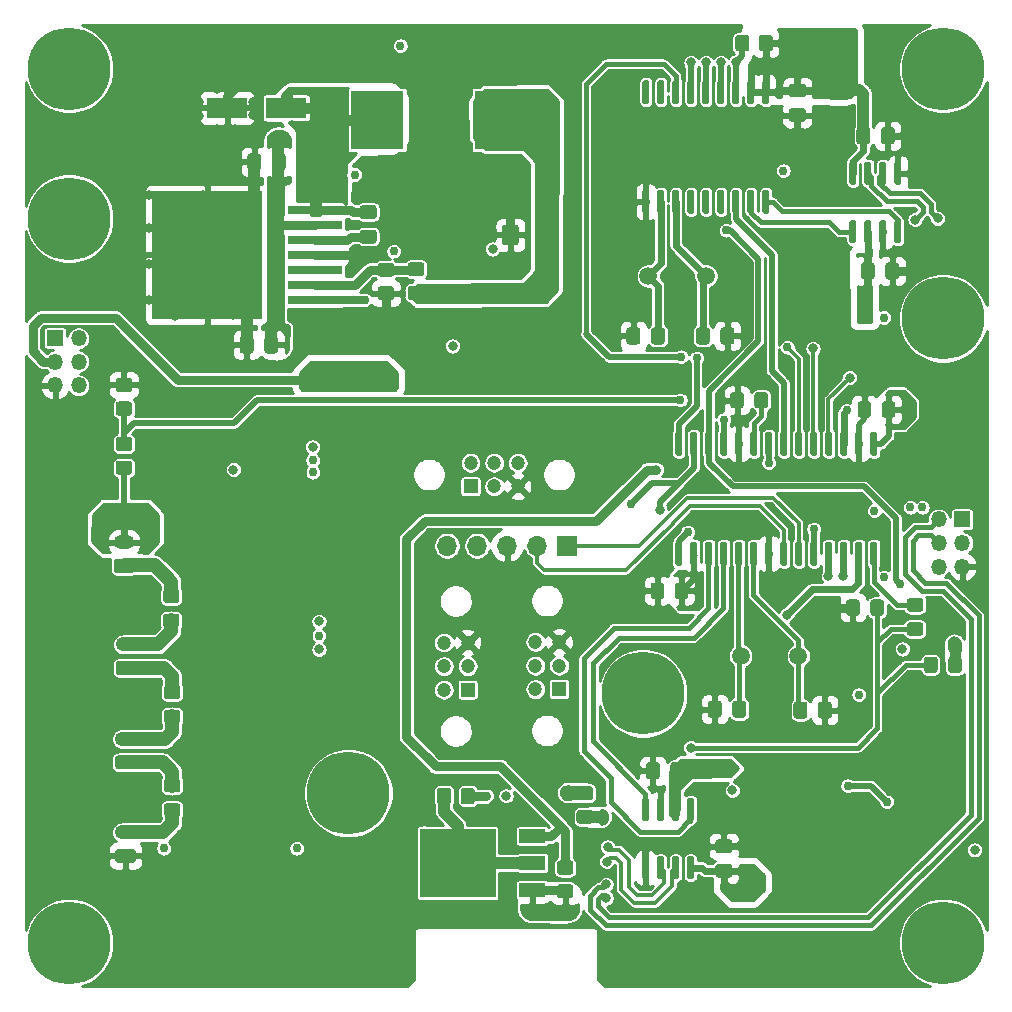
<source format=gbr>
G04 #@! TF.GenerationSoftware,KiCad,Pcbnew,(5.1.6)-1*
G04 #@! TF.CreationDate,2021-09-20T16:40:28-04:00*
G04 #@! TF.ProjectId,payload2020_base_board,7061796c-6f61-4643-9230-32305f626173,rev?*
G04 #@! TF.SameCoordinates,Original*
G04 #@! TF.FileFunction,Copper,L4,Bot*
G04 #@! TF.FilePolarity,Positive*
%FSLAX46Y46*%
G04 Gerber Fmt 4.6, Leading zero omitted, Abs format (unit mm)*
G04 Created by KiCad (PCBNEW (5.1.6)-1) date 2021-09-20 16:40:28*
%MOMM*%
%LPD*%
G01*
G04 APERTURE LIST*
G04 #@! TA.AperFunction,ComponentPad*
%ADD10R,1.350000X1.350000*%
G04 #@! TD*
G04 #@! TA.AperFunction,ComponentPad*
%ADD11O,1.350000X1.350000*%
G04 #@! TD*
G04 #@! TA.AperFunction,ComponentPad*
%ADD12C,7.000000*%
G04 #@! TD*
G04 #@! TA.AperFunction,SMDPad,CuDef*
%ADD13R,9.400000X10.800000*%
G04 #@! TD*
G04 #@! TA.AperFunction,SMDPad,CuDef*
%ADD14R,4.600000X0.800000*%
G04 #@! TD*
G04 #@! TA.AperFunction,ComponentPad*
%ADD15C,1.500000*%
G04 #@! TD*
G04 #@! TA.AperFunction,SMDPad,CuDef*
%ADD16R,6.400000X5.800000*%
G04 #@! TD*
G04 #@! TA.AperFunction,SMDPad,CuDef*
%ADD17R,2.200000X1.200000*%
G04 #@! TD*
G04 #@! TA.AperFunction,SMDPad,CuDef*
%ADD18R,4.500000X5.000000*%
G04 #@! TD*
G04 #@! TA.AperFunction,ComponentPad*
%ADD19O,1.750000X1.200000*%
G04 #@! TD*
G04 #@! TA.AperFunction,ComponentPad*
%ADD20C,1.200000*%
G04 #@! TD*
G04 #@! TA.AperFunction,ComponentPad*
%ADD21R,1.200000X1.200000*%
G04 #@! TD*
G04 #@! TA.AperFunction,ComponentPad*
%ADD22O,1.700000X1.700000*%
G04 #@! TD*
G04 #@! TA.AperFunction,ComponentPad*
%ADD23R,1.700000X1.700000*%
G04 #@! TD*
G04 #@! TA.AperFunction,SMDPad,CuDef*
%ADD24R,3.500000X1.800000*%
G04 #@! TD*
G04 #@! TA.AperFunction,ViaPad*
%ADD25C,0.762000*%
G04 #@! TD*
G04 #@! TA.AperFunction,ViaPad*
%ADD26C,0.800000*%
G04 #@! TD*
G04 #@! TA.AperFunction,Conductor*
%ADD27C,0.500000*%
G04 #@! TD*
G04 #@! TA.AperFunction,Conductor*
%ADD28C,1.000000*%
G04 #@! TD*
G04 #@! TA.AperFunction,Conductor*
%ADD29C,0.420000*%
G04 #@! TD*
G04 #@! TA.AperFunction,Conductor*
%ADD30C,0.800000*%
G04 #@! TD*
G04 #@! TA.AperFunction,Conductor*
%ADD31C,0.203200*%
G04 #@! TD*
G04 #@! TA.AperFunction,Conductor*
%ADD32C,0.600000*%
G04 #@! TD*
G04 #@! TA.AperFunction,Conductor*
%ADD33C,0.400000*%
G04 #@! TD*
G04 #@! TA.AperFunction,Conductor*
%ADD34C,2.000000*%
G04 #@! TD*
G04 #@! TA.AperFunction,Conductor*
%ADD35C,1.200000*%
G04 #@! TD*
G04 #@! TA.AperFunction,Conductor*
%ADD36C,0.300000*%
G04 #@! TD*
G04 #@! TA.AperFunction,Conductor*
%ADD37C,0.700000*%
G04 #@! TD*
G04 #@! TA.AperFunction,Conductor*
%ADD38C,1.500000*%
G04 #@! TD*
G04 #@! TA.AperFunction,Conductor*
%ADD39C,0.350000*%
G04 #@! TD*
G04 #@! TA.AperFunction,Conductor*
%ADD40C,0.254000*%
G04 #@! TD*
G04 APERTURE END LIST*
G04 #@! TA.AperFunction,SMDPad,CuDef*
G36*
G01*
X145475400Y-86511800D02*
X145475400Y-85261800D01*
G75*
G02*
X145725400Y-85011800I250000J0D01*
G01*
X146650400Y-85011800D01*
G75*
G02*
X146900400Y-85261800I0J-250000D01*
G01*
X146900400Y-86511800D01*
G75*
G02*
X146650400Y-86761800I-250000J0D01*
G01*
X145725400Y-86761800D01*
G75*
G02*
X145475400Y-86511800I0J250000D01*
G01*
G37*
G04 #@! TD.AperFunction*
G04 #@! TA.AperFunction,SMDPad,CuDef*
G36*
G01*
X142500400Y-86511800D02*
X142500400Y-85261800D01*
G75*
G02*
X142750400Y-85011800I250000J0D01*
G01*
X143675400Y-85011800D01*
G75*
G02*
X143925400Y-85261800I0J-250000D01*
G01*
X143925400Y-86511800D01*
G75*
G02*
X143675400Y-86761800I-250000J0D01*
G01*
X142750400Y-86761800D01*
G75*
G02*
X142500400Y-86511800I0J250000D01*
G01*
G37*
G04 #@! TD.AperFunction*
G04 #@! TA.AperFunction,SMDPad,CuDef*
G36*
G01*
X174126440Y-104598560D02*
X173826440Y-104598560D01*
G75*
G02*
X173676440Y-104448560I0J150000D01*
G01*
X173676440Y-102698560D01*
G75*
G02*
X173826440Y-102548560I150000J0D01*
G01*
X174126440Y-102548560D01*
G75*
G02*
X174276440Y-102698560I0J-150000D01*
G01*
X174276440Y-104448560D01*
G75*
G02*
X174126440Y-104598560I-150000J0D01*
G01*
G37*
G04 #@! TD.AperFunction*
G04 #@! TA.AperFunction,SMDPad,CuDef*
G36*
G01*
X172856440Y-104598560D02*
X172556440Y-104598560D01*
G75*
G02*
X172406440Y-104448560I0J150000D01*
G01*
X172406440Y-102698560D01*
G75*
G02*
X172556440Y-102548560I150000J0D01*
G01*
X172856440Y-102548560D01*
G75*
G02*
X173006440Y-102698560I0J-150000D01*
G01*
X173006440Y-104448560D01*
G75*
G02*
X172856440Y-104598560I-150000J0D01*
G01*
G37*
G04 #@! TD.AperFunction*
G04 #@! TA.AperFunction,SMDPad,CuDef*
G36*
G01*
X171586440Y-104598560D02*
X171286440Y-104598560D01*
G75*
G02*
X171136440Y-104448560I0J150000D01*
G01*
X171136440Y-102698560D01*
G75*
G02*
X171286440Y-102548560I150000J0D01*
G01*
X171586440Y-102548560D01*
G75*
G02*
X171736440Y-102698560I0J-150000D01*
G01*
X171736440Y-104448560D01*
G75*
G02*
X171586440Y-104598560I-150000J0D01*
G01*
G37*
G04 #@! TD.AperFunction*
G04 #@! TA.AperFunction,SMDPad,CuDef*
G36*
G01*
X170316440Y-104598560D02*
X170016440Y-104598560D01*
G75*
G02*
X169866440Y-104448560I0J150000D01*
G01*
X169866440Y-102698560D01*
G75*
G02*
X170016440Y-102548560I150000J0D01*
G01*
X170316440Y-102548560D01*
G75*
G02*
X170466440Y-102698560I0J-150000D01*
G01*
X170466440Y-104448560D01*
G75*
G02*
X170316440Y-104598560I-150000J0D01*
G01*
G37*
G04 #@! TD.AperFunction*
G04 #@! TA.AperFunction,SMDPad,CuDef*
G36*
G01*
X169046440Y-104598560D02*
X168746440Y-104598560D01*
G75*
G02*
X168596440Y-104448560I0J150000D01*
G01*
X168596440Y-102698560D01*
G75*
G02*
X168746440Y-102548560I150000J0D01*
G01*
X169046440Y-102548560D01*
G75*
G02*
X169196440Y-102698560I0J-150000D01*
G01*
X169196440Y-104448560D01*
G75*
G02*
X169046440Y-104598560I-150000J0D01*
G01*
G37*
G04 #@! TD.AperFunction*
G04 #@! TA.AperFunction,SMDPad,CuDef*
G36*
G01*
X167776440Y-104598560D02*
X167476440Y-104598560D01*
G75*
G02*
X167326440Y-104448560I0J150000D01*
G01*
X167326440Y-102698560D01*
G75*
G02*
X167476440Y-102548560I150000J0D01*
G01*
X167776440Y-102548560D01*
G75*
G02*
X167926440Y-102698560I0J-150000D01*
G01*
X167926440Y-104448560D01*
G75*
G02*
X167776440Y-104598560I-150000J0D01*
G01*
G37*
G04 #@! TD.AperFunction*
G04 #@! TA.AperFunction,SMDPad,CuDef*
G36*
G01*
X166506440Y-104598560D02*
X166206440Y-104598560D01*
G75*
G02*
X166056440Y-104448560I0J150000D01*
G01*
X166056440Y-102698560D01*
G75*
G02*
X166206440Y-102548560I150000J0D01*
G01*
X166506440Y-102548560D01*
G75*
G02*
X166656440Y-102698560I0J-150000D01*
G01*
X166656440Y-104448560D01*
G75*
G02*
X166506440Y-104598560I-150000J0D01*
G01*
G37*
G04 #@! TD.AperFunction*
G04 #@! TA.AperFunction,SMDPad,CuDef*
G36*
G01*
X165236440Y-104598560D02*
X164936440Y-104598560D01*
G75*
G02*
X164786440Y-104448560I0J150000D01*
G01*
X164786440Y-102698560D01*
G75*
G02*
X164936440Y-102548560I150000J0D01*
G01*
X165236440Y-102548560D01*
G75*
G02*
X165386440Y-102698560I0J-150000D01*
G01*
X165386440Y-104448560D01*
G75*
G02*
X165236440Y-104598560I-150000J0D01*
G01*
G37*
G04 #@! TD.AperFunction*
G04 #@! TA.AperFunction,SMDPad,CuDef*
G36*
G01*
X163966440Y-104598560D02*
X163666440Y-104598560D01*
G75*
G02*
X163516440Y-104448560I0J150000D01*
G01*
X163516440Y-102698560D01*
G75*
G02*
X163666440Y-102548560I150000J0D01*
G01*
X163966440Y-102548560D01*
G75*
G02*
X164116440Y-102698560I0J-150000D01*
G01*
X164116440Y-104448560D01*
G75*
G02*
X163966440Y-104598560I-150000J0D01*
G01*
G37*
G04 #@! TD.AperFunction*
G04 #@! TA.AperFunction,SMDPad,CuDef*
G36*
G01*
X162696440Y-104598560D02*
X162396440Y-104598560D01*
G75*
G02*
X162246440Y-104448560I0J150000D01*
G01*
X162246440Y-102698560D01*
G75*
G02*
X162396440Y-102548560I150000J0D01*
G01*
X162696440Y-102548560D01*
G75*
G02*
X162846440Y-102698560I0J-150000D01*
G01*
X162846440Y-104448560D01*
G75*
G02*
X162696440Y-104598560I-150000J0D01*
G01*
G37*
G04 #@! TD.AperFunction*
G04 #@! TA.AperFunction,SMDPad,CuDef*
G36*
G01*
X161426440Y-104598560D02*
X161126440Y-104598560D01*
G75*
G02*
X160976440Y-104448560I0J150000D01*
G01*
X160976440Y-102698560D01*
G75*
G02*
X161126440Y-102548560I150000J0D01*
G01*
X161426440Y-102548560D01*
G75*
G02*
X161576440Y-102698560I0J-150000D01*
G01*
X161576440Y-104448560D01*
G75*
G02*
X161426440Y-104598560I-150000J0D01*
G01*
G37*
G04 #@! TD.AperFunction*
G04 #@! TA.AperFunction,SMDPad,CuDef*
G36*
G01*
X160156440Y-104598560D02*
X159856440Y-104598560D01*
G75*
G02*
X159706440Y-104448560I0J150000D01*
G01*
X159706440Y-102698560D01*
G75*
G02*
X159856440Y-102548560I150000J0D01*
G01*
X160156440Y-102548560D01*
G75*
G02*
X160306440Y-102698560I0J-150000D01*
G01*
X160306440Y-104448560D01*
G75*
G02*
X160156440Y-104598560I-150000J0D01*
G01*
G37*
G04 #@! TD.AperFunction*
G04 #@! TA.AperFunction,SMDPad,CuDef*
G36*
G01*
X158886440Y-104598560D02*
X158586440Y-104598560D01*
G75*
G02*
X158436440Y-104448560I0J150000D01*
G01*
X158436440Y-102698560D01*
G75*
G02*
X158586440Y-102548560I150000J0D01*
G01*
X158886440Y-102548560D01*
G75*
G02*
X159036440Y-102698560I0J-150000D01*
G01*
X159036440Y-104448560D01*
G75*
G02*
X158886440Y-104598560I-150000J0D01*
G01*
G37*
G04 #@! TD.AperFunction*
G04 #@! TA.AperFunction,SMDPad,CuDef*
G36*
G01*
X157616440Y-104598560D02*
X157316440Y-104598560D01*
G75*
G02*
X157166440Y-104448560I0J150000D01*
G01*
X157166440Y-102698560D01*
G75*
G02*
X157316440Y-102548560I150000J0D01*
G01*
X157616440Y-102548560D01*
G75*
G02*
X157766440Y-102698560I0J-150000D01*
G01*
X157766440Y-104448560D01*
G75*
G02*
X157616440Y-104598560I-150000J0D01*
G01*
G37*
G04 #@! TD.AperFunction*
G04 #@! TA.AperFunction,SMDPad,CuDef*
G36*
G01*
X157616440Y-113898560D02*
X157316440Y-113898560D01*
G75*
G02*
X157166440Y-113748560I0J150000D01*
G01*
X157166440Y-111998560D01*
G75*
G02*
X157316440Y-111848560I150000J0D01*
G01*
X157616440Y-111848560D01*
G75*
G02*
X157766440Y-111998560I0J-150000D01*
G01*
X157766440Y-113748560D01*
G75*
G02*
X157616440Y-113898560I-150000J0D01*
G01*
G37*
G04 #@! TD.AperFunction*
G04 #@! TA.AperFunction,SMDPad,CuDef*
G36*
G01*
X158886440Y-113898560D02*
X158586440Y-113898560D01*
G75*
G02*
X158436440Y-113748560I0J150000D01*
G01*
X158436440Y-111998560D01*
G75*
G02*
X158586440Y-111848560I150000J0D01*
G01*
X158886440Y-111848560D01*
G75*
G02*
X159036440Y-111998560I0J-150000D01*
G01*
X159036440Y-113748560D01*
G75*
G02*
X158886440Y-113898560I-150000J0D01*
G01*
G37*
G04 #@! TD.AperFunction*
G04 #@! TA.AperFunction,SMDPad,CuDef*
G36*
G01*
X160156440Y-113898560D02*
X159856440Y-113898560D01*
G75*
G02*
X159706440Y-113748560I0J150000D01*
G01*
X159706440Y-111998560D01*
G75*
G02*
X159856440Y-111848560I150000J0D01*
G01*
X160156440Y-111848560D01*
G75*
G02*
X160306440Y-111998560I0J-150000D01*
G01*
X160306440Y-113748560D01*
G75*
G02*
X160156440Y-113898560I-150000J0D01*
G01*
G37*
G04 #@! TD.AperFunction*
G04 #@! TA.AperFunction,SMDPad,CuDef*
G36*
G01*
X161426440Y-113898560D02*
X161126440Y-113898560D01*
G75*
G02*
X160976440Y-113748560I0J150000D01*
G01*
X160976440Y-111998560D01*
G75*
G02*
X161126440Y-111848560I150000J0D01*
G01*
X161426440Y-111848560D01*
G75*
G02*
X161576440Y-111998560I0J-150000D01*
G01*
X161576440Y-113748560D01*
G75*
G02*
X161426440Y-113898560I-150000J0D01*
G01*
G37*
G04 #@! TD.AperFunction*
G04 #@! TA.AperFunction,SMDPad,CuDef*
G36*
G01*
X162696440Y-113898560D02*
X162396440Y-113898560D01*
G75*
G02*
X162246440Y-113748560I0J150000D01*
G01*
X162246440Y-111998560D01*
G75*
G02*
X162396440Y-111848560I150000J0D01*
G01*
X162696440Y-111848560D01*
G75*
G02*
X162846440Y-111998560I0J-150000D01*
G01*
X162846440Y-113748560D01*
G75*
G02*
X162696440Y-113898560I-150000J0D01*
G01*
G37*
G04 #@! TD.AperFunction*
G04 #@! TA.AperFunction,SMDPad,CuDef*
G36*
G01*
X163966440Y-113898560D02*
X163666440Y-113898560D01*
G75*
G02*
X163516440Y-113748560I0J150000D01*
G01*
X163516440Y-111998560D01*
G75*
G02*
X163666440Y-111848560I150000J0D01*
G01*
X163966440Y-111848560D01*
G75*
G02*
X164116440Y-111998560I0J-150000D01*
G01*
X164116440Y-113748560D01*
G75*
G02*
X163966440Y-113898560I-150000J0D01*
G01*
G37*
G04 #@! TD.AperFunction*
G04 #@! TA.AperFunction,SMDPad,CuDef*
G36*
G01*
X165236440Y-113898560D02*
X164936440Y-113898560D01*
G75*
G02*
X164786440Y-113748560I0J150000D01*
G01*
X164786440Y-111998560D01*
G75*
G02*
X164936440Y-111848560I150000J0D01*
G01*
X165236440Y-111848560D01*
G75*
G02*
X165386440Y-111998560I0J-150000D01*
G01*
X165386440Y-113748560D01*
G75*
G02*
X165236440Y-113898560I-150000J0D01*
G01*
G37*
G04 #@! TD.AperFunction*
G04 #@! TA.AperFunction,SMDPad,CuDef*
G36*
G01*
X166506440Y-113898560D02*
X166206440Y-113898560D01*
G75*
G02*
X166056440Y-113748560I0J150000D01*
G01*
X166056440Y-111998560D01*
G75*
G02*
X166206440Y-111848560I150000J0D01*
G01*
X166506440Y-111848560D01*
G75*
G02*
X166656440Y-111998560I0J-150000D01*
G01*
X166656440Y-113748560D01*
G75*
G02*
X166506440Y-113898560I-150000J0D01*
G01*
G37*
G04 #@! TD.AperFunction*
G04 #@! TA.AperFunction,SMDPad,CuDef*
G36*
G01*
X167776440Y-113898560D02*
X167476440Y-113898560D01*
G75*
G02*
X167326440Y-113748560I0J150000D01*
G01*
X167326440Y-111998560D01*
G75*
G02*
X167476440Y-111848560I150000J0D01*
G01*
X167776440Y-111848560D01*
G75*
G02*
X167926440Y-111998560I0J-150000D01*
G01*
X167926440Y-113748560D01*
G75*
G02*
X167776440Y-113898560I-150000J0D01*
G01*
G37*
G04 #@! TD.AperFunction*
G04 #@! TA.AperFunction,SMDPad,CuDef*
G36*
G01*
X169046440Y-113898560D02*
X168746440Y-113898560D01*
G75*
G02*
X168596440Y-113748560I0J150000D01*
G01*
X168596440Y-111998560D01*
G75*
G02*
X168746440Y-111848560I150000J0D01*
G01*
X169046440Y-111848560D01*
G75*
G02*
X169196440Y-111998560I0J-150000D01*
G01*
X169196440Y-113748560D01*
G75*
G02*
X169046440Y-113898560I-150000J0D01*
G01*
G37*
G04 #@! TD.AperFunction*
G04 #@! TA.AperFunction,SMDPad,CuDef*
G36*
G01*
X170316440Y-113898560D02*
X170016440Y-113898560D01*
G75*
G02*
X169866440Y-113748560I0J150000D01*
G01*
X169866440Y-111998560D01*
G75*
G02*
X170016440Y-111848560I150000J0D01*
G01*
X170316440Y-111848560D01*
G75*
G02*
X170466440Y-111998560I0J-150000D01*
G01*
X170466440Y-113748560D01*
G75*
G02*
X170316440Y-113898560I-150000J0D01*
G01*
G37*
G04 #@! TD.AperFunction*
G04 #@! TA.AperFunction,SMDPad,CuDef*
G36*
G01*
X171586440Y-113898560D02*
X171286440Y-113898560D01*
G75*
G02*
X171136440Y-113748560I0J150000D01*
G01*
X171136440Y-111998560D01*
G75*
G02*
X171286440Y-111848560I150000J0D01*
G01*
X171586440Y-111848560D01*
G75*
G02*
X171736440Y-111998560I0J-150000D01*
G01*
X171736440Y-113748560D01*
G75*
G02*
X171586440Y-113898560I-150000J0D01*
G01*
G37*
G04 #@! TD.AperFunction*
G04 #@! TA.AperFunction,SMDPad,CuDef*
G36*
G01*
X172856440Y-113898560D02*
X172556440Y-113898560D01*
G75*
G02*
X172406440Y-113748560I0J150000D01*
G01*
X172406440Y-111998560D01*
G75*
G02*
X172556440Y-111848560I150000J0D01*
G01*
X172856440Y-111848560D01*
G75*
G02*
X173006440Y-111998560I0J-150000D01*
G01*
X173006440Y-113748560D01*
G75*
G02*
X172856440Y-113898560I-150000J0D01*
G01*
G37*
G04 #@! TD.AperFunction*
G04 #@! TA.AperFunction,SMDPad,CuDef*
G36*
G01*
X174126440Y-113898560D02*
X173826440Y-113898560D01*
G75*
G02*
X173676440Y-113748560I0J150000D01*
G01*
X173676440Y-111998560D01*
G75*
G02*
X173826440Y-111848560I150000J0D01*
G01*
X174126440Y-111848560D01*
G75*
G02*
X174276440Y-111998560I0J-150000D01*
G01*
X174276440Y-113748560D01*
G75*
G02*
X174126440Y-113898560I-150000J0D01*
G01*
G37*
G04 #@! TD.AperFunction*
G04 #@! TA.AperFunction,SMDPad,CuDef*
G36*
G01*
X177026559Y-118676080D02*
X177926561Y-118676080D01*
G75*
G02*
X178176560Y-118926079I0J-249999D01*
G01*
X178176560Y-119576081D01*
G75*
G02*
X177926561Y-119826080I-249999J0D01*
G01*
X177026559Y-119826080D01*
G75*
G02*
X176776560Y-119576081I0J249999D01*
G01*
X176776560Y-118926079D01*
G75*
G02*
X177026559Y-118676080I249999J0D01*
G01*
G37*
G04 #@! TD.AperFunction*
G04 #@! TA.AperFunction,SMDPad,CuDef*
G36*
G01*
X177026559Y-116626080D02*
X177926561Y-116626080D01*
G75*
G02*
X178176560Y-116876079I0J-249999D01*
G01*
X178176560Y-117526081D01*
G75*
G02*
X177926561Y-117776080I-249999J0D01*
G01*
X177026559Y-117776080D01*
G75*
G02*
X176776560Y-117526081I0J249999D01*
G01*
X176776560Y-116876079D01*
G75*
G02*
X177026559Y-116626080I249999J0D01*
G01*
G37*
G04 #@! TD.AperFunction*
G04 #@! TA.AperFunction,SMDPad,CuDef*
G36*
G01*
X181424680Y-121829919D02*
X181424680Y-122729921D01*
G75*
G02*
X181174681Y-122979920I-249999J0D01*
G01*
X180524679Y-122979920D01*
G75*
G02*
X180274680Y-122729921I0J249999D01*
G01*
X180274680Y-121829919D01*
G75*
G02*
X180524679Y-121579920I249999J0D01*
G01*
X181174681Y-121579920D01*
G75*
G02*
X181424680Y-121829919I0J-249999D01*
G01*
G37*
G04 #@! TD.AperFunction*
G04 #@! TA.AperFunction,SMDPad,CuDef*
G36*
G01*
X179374680Y-121829919D02*
X179374680Y-122729921D01*
G75*
G02*
X179124681Y-122979920I-249999J0D01*
G01*
X178474679Y-122979920D01*
G75*
G02*
X178224680Y-122729921I0J249999D01*
G01*
X178224680Y-121829919D01*
G75*
G02*
X178474679Y-121579920I249999J0D01*
G01*
X179124681Y-121579920D01*
G75*
G02*
X179374680Y-121829919I0J-249999D01*
G01*
G37*
G04 #@! TD.AperFunction*
G04 #@! TA.AperFunction,SMDPad,CuDef*
G36*
G01*
X173756200Y-100219599D02*
X173756200Y-101119601D01*
G75*
G02*
X173506201Y-101369600I-249999J0D01*
G01*
X172856199Y-101369600D01*
G75*
G02*
X172606200Y-101119601I0J249999D01*
G01*
X172606200Y-100219599D01*
G75*
G02*
X172856199Y-99969600I249999J0D01*
G01*
X173506201Y-99969600D01*
G75*
G02*
X173756200Y-100219599I0J-249999D01*
G01*
G37*
G04 #@! TD.AperFunction*
G04 #@! TA.AperFunction,SMDPad,CuDef*
G36*
G01*
X175806200Y-100219599D02*
X175806200Y-101119601D01*
G75*
G02*
X175556201Y-101369600I-249999J0D01*
G01*
X174906199Y-101369600D01*
G75*
G02*
X174656200Y-101119601I0J249999D01*
G01*
X174656200Y-100219599D01*
G75*
G02*
X174906199Y-99969600I249999J0D01*
G01*
X175556201Y-99969600D01*
G75*
G02*
X175806200Y-100219599I0J-249999D01*
G01*
G37*
G04 #@! TD.AperFunction*
G04 #@! TA.AperFunction,SMDPad,CuDef*
G36*
G01*
X157130200Y-116461201D02*
X157130200Y-115561199D01*
G75*
G02*
X157380199Y-115311200I249999J0D01*
G01*
X158030201Y-115311200D01*
G75*
G02*
X158280200Y-115561199I0J-249999D01*
G01*
X158280200Y-116461201D01*
G75*
G02*
X158030201Y-116711200I-249999J0D01*
G01*
X157380199Y-116711200D01*
G75*
G02*
X157130200Y-116461201I0J249999D01*
G01*
G37*
G04 #@! TD.AperFunction*
G04 #@! TA.AperFunction,SMDPad,CuDef*
G36*
G01*
X155080200Y-116461201D02*
X155080200Y-115561199D01*
G75*
G02*
X155330199Y-115311200I249999J0D01*
G01*
X155980201Y-115311200D01*
G75*
G02*
X156230200Y-115561199I0J-249999D01*
G01*
X156230200Y-116461201D01*
G75*
G02*
X155980201Y-116711200I-249999J0D01*
G01*
X155330199Y-116711200D01*
G75*
G02*
X155080200Y-116461201I0J249999D01*
G01*
G37*
G04 #@! TD.AperFunction*
G04 #@! TA.AperFunction,SMDPad,CuDef*
G36*
G01*
X162975280Y-99427119D02*
X162975280Y-100327121D01*
G75*
G02*
X162725281Y-100577120I-249999J0D01*
G01*
X162075279Y-100577120D01*
G75*
G02*
X161825280Y-100327121I0J249999D01*
G01*
X161825280Y-99427119D01*
G75*
G02*
X162075279Y-99177120I249999J0D01*
G01*
X162725281Y-99177120D01*
G75*
G02*
X162975280Y-99427119I0J-249999D01*
G01*
G37*
G04 #@! TD.AperFunction*
G04 #@! TA.AperFunction,SMDPad,CuDef*
G36*
G01*
X165025280Y-99427119D02*
X165025280Y-100327121D01*
G75*
G02*
X164775281Y-100577120I-249999J0D01*
G01*
X164125279Y-100577120D01*
G75*
G02*
X163875280Y-100327121I0J249999D01*
G01*
X163875280Y-99427119D01*
G75*
G02*
X164125279Y-99177120I249999J0D01*
G01*
X164775281Y-99177120D01*
G75*
G02*
X165025280Y-99427119I0J-249999D01*
G01*
G37*
G04 #@! TD.AperFunction*
G04 #@! TA.AperFunction,SMDPad,CuDef*
G36*
G01*
X172791000Y-116983599D02*
X172791000Y-117883601D01*
G75*
G02*
X172541001Y-118133600I-249999J0D01*
G01*
X171890999Y-118133600D01*
G75*
G02*
X171641000Y-117883601I0J249999D01*
G01*
X171641000Y-116983599D01*
G75*
G02*
X171890999Y-116733600I249999J0D01*
G01*
X172541001Y-116733600D01*
G75*
G02*
X172791000Y-116983599I0J-249999D01*
G01*
G37*
G04 #@! TD.AperFunction*
G04 #@! TA.AperFunction,SMDPad,CuDef*
G36*
G01*
X174841000Y-116983599D02*
X174841000Y-117883601D01*
G75*
G02*
X174591001Y-118133600I-249999J0D01*
G01*
X173940999Y-118133600D01*
G75*
G02*
X173691000Y-117883601I0J249999D01*
G01*
X173691000Y-116983599D01*
G75*
G02*
X173940999Y-116733600I249999J0D01*
G01*
X174591001Y-116733600D01*
G75*
G02*
X174841000Y-116983599I0J-249999D01*
G01*
G37*
G04 #@! TD.AperFunction*
D10*
X181473000Y-109966000D03*
D11*
X181473000Y-111966000D03*
X181473000Y-113966000D03*
X179473000Y-109966000D03*
X179473000Y-111966000D03*
X179473000Y-113966000D03*
X106654600Y-98628200D03*
X106654600Y-96628200D03*
X106654600Y-94628200D03*
X104654600Y-98628200D03*
X104654600Y-96628200D03*
D10*
X104654600Y-94628200D03*
G04 #@! TA.AperFunction,SMDPad,CuDef*
G36*
G01*
X110940001Y-99184000D02*
X110039999Y-99184000D01*
G75*
G02*
X109790000Y-98934001I0J249999D01*
G01*
X109790000Y-98233999D01*
G75*
G02*
X110039999Y-97984000I249999J0D01*
G01*
X110940001Y-97984000D01*
G75*
G02*
X111190000Y-98233999I0J-249999D01*
G01*
X111190000Y-98934001D01*
G75*
G02*
X110940001Y-99184000I-249999J0D01*
G01*
G37*
G04 #@! TD.AperFunction*
G04 #@! TA.AperFunction,SMDPad,CuDef*
G36*
G01*
X110940001Y-101184000D02*
X110039999Y-101184000D01*
G75*
G02*
X109790000Y-100934001I0J249999D01*
G01*
X109790000Y-100233999D01*
G75*
G02*
X110039999Y-99984000I249999J0D01*
G01*
X110940001Y-99984000D01*
G75*
G02*
X111190000Y-100233999I0J-249999D01*
G01*
X111190000Y-100934001D01*
G75*
G02*
X110940001Y-101184000I-249999J0D01*
G01*
G37*
G04 #@! TD.AperFunction*
G04 #@! TA.AperFunction,SMDPad,CuDef*
G36*
G01*
X110940001Y-104187800D02*
X110039999Y-104187800D01*
G75*
G02*
X109790000Y-103937801I0J249999D01*
G01*
X109790000Y-103237799D01*
G75*
G02*
X110039999Y-102987800I249999J0D01*
G01*
X110940001Y-102987800D01*
G75*
G02*
X111190000Y-103237799I0J-249999D01*
G01*
X111190000Y-103937801D01*
G75*
G02*
X110940001Y-104187800I-249999J0D01*
G01*
G37*
G04 #@! TD.AperFunction*
G04 #@! TA.AperFunction,SMDPad,CuDef*
G36*
G01*
X110940001Y-106187800D02*
X110039999Y-106187800D01*
G75*
G02*
X109790000Y-105937801I0J249999D01*
G01*
X109790000Y-105237799D01*
G75*
G02*
X110039999Y-104987800I249999J0D01*
G01*
X110940001Y-104987800D01*
G75*
G02*
X111190000Y-105237799I0J-249999D01*
G01*
X111190000Y-105937801D01*
G75*
G02*
X110940001Y-106187800I-249999J0D01*
G01*
G37*
G04 #@! TD.AperFunction*
G04 #@! TA.AperFunction,SMDPad,CuDef*
G36*
G01*
X138188240Y-132948259D02*
X138188240Y-133848261D01*
G75*
G02*
X137938241Y-134098260I-249999J0D01*
G01*
X137238239Y-134098260D01*
G75*
G02*
X136988240Y-133848261I0J249999D01*
G01*
X136988240Y-132948259D01*
G75*
G02*
X137238239Y-132698260I249999J0D01*
G01*
X137938241Y-132698260D01*
G75*
G02*
X138188240Y-132948259I0J-249999D01*
G01*
G37*
G04 #@! TD.AperFunction*
G04 #@! TA.AperFunction,SMDPad,CuDef*
G36*
G01*
X140188240Y-132948259D02*
X140188240Y-133848261D01*
G75*
G02*
X139938241Y-134098260I-249999J0D01*
G01*
X139238239Y-134098260D01*
G75*
G02*
X138988240Y-133848261I0J249999D01*
G01*
X138988240Y-132948259D01*
G75*
G02*
X139238239Y-132698260I249999J0D01*
G01*
X139938241Y-132698260D01*
G75*
G02*
X140188240Y-132948259I0J-249999D01*
G01*
G37*
G04 #@! TD.AperFunction*
G04 #@! TA.AperFunction,SMDPad,CuDef*
G36*
G01*
X149956941Y-133746800D02*
X149056939Y-133746800D01*
G75*
G02*
X148806940Y-133496801I0J249999D01*
G01*
X148806940Y-132796799D01*
G75*
G02*
X149056939Y-132546800I249999J0D01*
G01*
X149956941Y-132546800D01*
G75*
G02*
X150206940Y-132796799I0J-249999D01*
G01*
X150206940Y-133496801D01*
G75*
G02*
X149956941Y-133746800I-249999J0D01*
G01*
G37*
G04 #@! TD.AperFunction*
G04 #@! TA.AperFunction,SMDPad,CuDef*
G36*
G01*
X149956941Y-135746800D02*
X149056939Y-135746800D01*
G75*
G02*
X148806940Y-135496801I0J249999D01*
G01*
X148806940Y-134796799D01*
G75*
G02*
X149056939Y-134546800I249999J0D01*
G01*
X149956941Y-134546800D01*
G75*
G02*
X150206940Y-134796799I0J-249999D01*
G01*
X150206940Y-135496801D01*
G75*
G02*
X149956941Y-135746800I-249999J0D01*
G01*
G37*
G04 #@! TD.AperFunction*
D12*
X179854000Y-145818000D03*
X179854000Y-71818000D03*
X179854000Y-92948000D03*
X105854000Y-71818000D03*
X129494000Y-133138000D03*
G04 #@! TA.AperFunction,SMDPad,CuDef*
G36*
G01*
X148300001Y-140046000D02*
X147399999Y-140046000D01*
G75*
G02*
X147150000Y-139796001I0J249999D01*
G01*
X147150000Y-139095999D01*
G75*
G02*
X147399999Y-138846000I249999J0D01*
G01*
X148300001Y-138846000D01*
G75*
G02*
X148550000Y-139095999I0J-249999D01*
G01*
X148550000Y-139796001D01*
G75*
G02*
X148300001Y-140046000I-249999J0D01*
G01*
G37*
G04 #@! TD.AperFunction*
G04 #@! TA.AperFunction,SMDPad,CuDef*
G36*
G01*
X148300001Y-142046000D02*
X147399999Y-142046000D01*
G75*
G02*
X147150000Y-141796001I0J249999D01*
G01*
X147150000Y-141095999D01*
G75*
G02*
X147399999Y-140846000I249999J0D01*
G01*
X148300001Y-140846000D01*
G75*
G02*
X148550000Y-141095999I0J-249999D01*
G01*
X148550000Y-141796001D01*
G75*
G02*
X148300001Y-142046000I-249999J0D01*
G01*
G37*
G04 #@! TD.AperFunction*
X154454000Y-124698000D03*
X105854000Y-145818000D03*
X105854000Y-84498000D03*
G04 #@! TA.AperFunction,SMDPad,CuDef*
G36*
G01*
X154497900Y-133532200D02*
X154797900Y-133532200D01*
G75*
G02*
X154947900Y-133682200I0J-150000D01*
G01*
X154947900Y-135332200D01*
G75*
G02*
X154797900Y-135482200I-150000J0D01*
G01*
X154497900Y-135482200D01*
G75*
G02*
X154347900Y-135332200I0J150000D01*
G01*
X154347900Y-133682200D01*
G75*
G02*
X154497900Y-133532200I150000J0D01*
G01*
G37*
G04 #@! TD.AperFunction*
G04 #@! TA.AperFunction,SMDPad,CuDef*
G36*
G01*
X155767900Y-133532200D02*
X156067900Y-133532200D01*
G75*
G02*
X156217900Y-133682200I0J-150000D01*
G01*
X156217900Y-135332200D01*
G75*
G02*
X156067900Y-135482200I-150000J0D01*
G01*
X155767900Y-135482200D01*
G75*
G02*
X155617900Y-135332200I0J150000D01*
G01*
X155617900Y-133682200D01*
G75*
G02*
X155767900Y-133532200I150000J0D01*
G01*
G37*
G04 #@! TD.AperFunction*
G04 #@! TA.AperFunction,SMDPad,CuDef*
G36*
G01*
X157037900Y-133532200D02*
X157337900Y-133532200D01*
G75*
G02*
X157487900Y-133682200I0J-150000D01*
G01*
X157487900Y-135332200D01*
G75*
G02*
X157337900Y-135482200I-150000J0D01*
G01*
X157037900Y-135482200D01*
G75*
G02*
X156887900Y-135332200I0J150000D01*
G01*
X156887900Y-133682200D01*
G75*
G02*
X157037900Y-133532200I150000J0D01*
G01*
G37*
G04 #@! TD.AperFunction*
G04 #@! TA.AperFunction,SMDPad,CuDef*
G36*
G01*
X158307900Y-133532200D02*
X158607900Y-133532200D01*
G75*
G02*
X158757900Y-133682200I0J-150000D01*
G01*
X158757900Y-135332200D01*
G75*
G02*
X158607900Y-135482200I-150000J0D01*
G01*
X158307900Y-135482200D01*
G75*
G02*
X158157900Y-135332200I0J150000D01*
G01*
X158157900Y-133682200D01*
G75*
G02*
X158307900Y-133532200I150000J0D01*
G01*
G37*
G04 #@! TD.AperFunction*
G04 #@! TA.AperFunction,SMDPad,CuDef*
G36*
G01*
X158307900Y-138482200D02*
X158607900Y-138482200D01*
G75*
G02*
X158757900Y-138632200I0J-150000D01*
G01*
X158757900Y-140282200D01*
G75*
G02*
X158607900Y-140432200I-150000J0D01*
G01*
X158307900Y-140432200D01*
G75*
G02*
X158157900Y-140282200I0J150000D01*
G01*
X158157900Y-138632200D01*
G75*
G02*
X158307900Y-138482200I150000J0D01*
G01*
G37*
G04 #@! TD.AperFunction*
G04 #@! TA.AperFunction,SMDPad,CuDef*
G36*
G01*
X157037900Y-138482200D02*
X157337900Y-138482200D01*
G75*
G02*
X157487900Y-138632200I0J-150000D01*
G01*
X157487900Y-140282200D01*
G75*
G02*
X157337900Y-140432200I-150000J0D01*
G01*
X157037900Y-140432200D01*
G75*
G02*
X156887900Y-140282200I0J150000D01*
G01*
X156887900Y-138632200D01*
G75*
G02*
X157037900Y-138482200I150000J0D01*
G01*
G37*
G04 #@! TD.AperFunction*
G04 #@! TA.AperFunction,SMDPad,CuDef*
G36*
G01*
X155767900Y-138482200D02*
X156067900Y-138482200D01*
G75*
G02*
X156217900Y-138632200I0J-150000D01*
G01*
X156217900Y-140282200D01*
G75*
G02*
X156067900Y-140432200I-150000J0D01*
G01*
X155767900Y-140432200D01*
G75*
G02*
X155617900Y-140282200I0J150000D01*
G01*
X155617900Y-138632200D01*
G75*
G02*
X155767900Y-138482200I150000J0D01*
G01*
G37*
G04 #@! TD.AperFunction*
G04 #@! TA.AperFunction,SMDPad,CuDef*
G36*
G01*
X154497900Y-138482200D02*
X154797900Y-138482200D01*
G75*
G02*
X154947900Y-138632200I0J-150000D01*
G01*
X154947900Y-140282200D01*
G75*
G02*
X154797900Y-140432200I-150000J0D01*
G01*
X154497900Y-140432200D01*
G75*
G02*
X154347900Y-140282200I0J150000D01*
G01*
X154347900Y-138632200D01*
G75*
G02*
X154497900Y-138482200I150000J0D01*
G01*
G37*
G04 #@! TD.AperFunction*
D13*
X117525800Y-87579200D03*
D14*
X126675800Y-91389200D03*
X126675800Y-90119200D03*
X126675800Y-88849200D03*
X126675800Y-87579200D03*
X126675800Y-86309200D03*
X126675800Y-85039200D03*
X126675800Y-83769200D03*
D15*
X154886000Y-89357200D03*
X159766000Y-89357200D03*
X162709200Y-121513600D03*
X167589200Y-121513600D03*
G04 #@! TA.AperFunction,SMDPad,CuDef*
G36*
G01*
X176172000Y-81634200D02*
X175872000Y-81634200D01*
G75*
G02*
X175722000Y-81484200I0J150000D01*
G01*
X175722000Y-79834200D01*
G75*
G02*
X175872000Y-79684200I150000J0D01*
G01*
X176172000Y-79684200D01*
G75*
G02*
X176322000Y-79834200I0J-150000D01*
G01*
X176322000Y-81484200D01*
G75*
G02*
X176172000Y-81634200I-150000J0D01*
G01*
G37*
G04 #@! TD.AperFunction*
G04 #@! TA.AperFunction,SMDPad,CuDef*
G36*
G01*
X174902000Y-81634200D02*
X174602000Y-81634200D01*
G75*
G02*
X174452000Y-81484200I0J150000D01*
G01*
X174452000Y-79834200D01*
G75*
G02*
X174602000Y-79684200I150000J0D01*
G01*
X174902000Y-79684200D01*
G75*
G02*
X175052000Y-79834200I0J-150000D01*
G01*
X175052000Y-81484200D01*
G75*
G02*
X174902000Y-81634200I-150000J0D01*
G01*
G37*
G04 #@! TD.AperFunction*
G04 #@! TA.AperFunction,SMDPad,CuDef*
G36*
G01*
X173632000Y-81634200D02*
X173332000Y-81634200D01*
G75*
G02*
X173182000Y-81484200I0J150000D01*
G01*
X173182000Y-79834200D01*
G75*
G02*
X173332000Y-79684200I150000J0D01*
G01*
X173632000Y-79684200D01*
G75*
G02*
X173782000Y-79834200I0J-150000D01*
G01*
X173782000Y-81484200D01*
G75*
G02*
X173632000Y-81634200I-150000J0D01*
G01*
G37*
G04 #@! TD.AperFunction*
G04 #@! TA.AperFunction,SMDPad,CuDef*
G36*
G01*
X172362000Y-81634200D02*
X172062000Y-81634200D01*
G75*
G02*
X171912000Y-81484200I0J150000D01*
G01*
X171912000Y-79834200D01*
G75*
G02*
X172062000Y-79684200I150000J0D01*
G01*
X172362000Y-79684200D01*
G75*
G02*
X172512000Y-79834200I0J-150000D01*
G01*
X172512000Y-81484200D01*
G75*
G02*
X172362000Y-81634200I-150000J0D01*
G01*
G37*
G04 #@! TD.AperFunction*
G04 #@! TA.AperFunction,SMDPad,CuDef*
G36*
G01*
X172362000Y-86584200D02*
X172062000Y-86584200D01*
G75*
G02*
X171912000Y-86434200I0J150000D01*
G01*
X171912000Y-84784200D01*
G75*
G02*
X172062000Y-84634200I150000J0D01*
G01*
X172362000Y-84634200D01*
G75*
G02*
X172512000Y-84784200I0J-150000D01*
G01*
X172512000Y-86434200D01*
G75*
G02*
X172362000Y-86584200I-150000J0D01*
G01*
G37*
G04 #@! TD.AperFunction*
G04 #@! TA.AperFunction,SMDPad,CuDef*
G36*
G01*
X173632000Y-86584200D02*
X173332000Y-86584200D01*
G75*
G02*
X173182000Y-86434200I0J150000D01*
G01*
X173182000Y-84784200D01*
G75*
G02*
X173332000Y-84634200I150000J0D01*
G01*
X173632000Y-84634200D01*
G75*
G02*
X173782000Y-84784200I0J-150000D01*
G01*
X173782000Y-86434200D01*
G75*
G02*
X173632000Y-86584200I-150000J0D01*
G01*
G37*
G04 #@! TD.AperFunction*
G04 #@! TA.AperFunction,SMDPad,CuDef*
G36*
G01*
X174902000Y-86584200D02*
X174602000Y-86584200D01*
G75*
G02*
X174452000Y-86434200I0J150000D01*
G01*
X174452000Y-84784200D01*
G75*
G02*
X174602000Y-84634200I150000J0D01*
G01*
X174902000Y-84634200D01*
G75*
G02*
X175052000Y-84784200I0J-150000D01*
G01*
X175052000Y-86434200D01*
G75*
G02*
X174902000Y-86584200I-150000J0D01*
G01*
G37*
G04 #@! TD.AperFunction*
G04 #@! TA.AperFunction,SMDPad,CuDef*
G36*
G01*
X176172000Y-86584200D02*
X175872000Y-86584200D01*
G75*
G02*
X175722000Y-86434200I0J150000D01*
G01*
X175722000Y-84784200D01*
G75*
G02*
X175872000Y-84634200I150000J0D01*
G01*
X176172000Y-84634200D01*
G75*
G02*
X176322000Y-84784200I0J-150000D01*
G01*
X176322000Y-86434200D01*
G75*
G02*
X176172000Y-86584200I-150000J0D01*
G01*
G37*
G04 #@! TD.AperFunction*
G04 #@! TA.AperFunction,SMDPad,CuDef*
G36*
G01*
X164996000Y-74810200D02*
X164696000Y-74810200D01*
G75*
G02*
X164546000Y-74660200I0J150000D01*
G01*
X164546000Y-72910200D01*
G75*
G02*
X164696000Y-72760200I150000J0D01*
G01*
X164996000Y-72760200D01*
G75*
G02*
X165146000Y-72910200I0J-150000D01*
G01*
X165146000Y-74660200D01*
G75*
G02*
X164996000Y-74810200I-150000J0D01*
G01*
G37*
G04 #@! TD.AperFunction*
G04 #@! TA.AperFunction,SMDPad,CuDef*
G36*
G01*
X163726000Y-74810200D02*
X163426000Y-74810200D01*
G75*
G02*
X163276000Y-74660200I0J150000D01*
G01*
X163276000Y-72910200D01*
G75*
G02*
X163426000Y-72760200I150000J0D01*
G01*
X163726000Y-72760200D01*
G75*
G02*
X163876000Y-72910200I0J-150000D01*
G01*
X163876000Y-74660200D01*
G75*
G02*
X163726000Y-74810200I-150000J0D01*
G01*
G37*
G04 #@! TD.AperFunction*
G04 #@! TA.AperFunction,SMDPad,CuDef*
G36*
G01*
X162456000Y-74810200D02*
X162156000Y-74810200D01*
G75*
G02*
X162006000Y-74660200I0J150000D01*
G01*
X162006000Y-72910200D01*
G75*
G02*
X162156000Y-72760200I150000J0D01*
G01*
X162456000Y-72760200D01*
G75*
G02*
X162606000Y-72910200I0J-150000D01*
G01*
X162606000Y-74660200D01*
G75*
G02*
X162456000Y-74810200I-150000J0D01*
G01*
G37*
G04 #@! TD.AperFunction*
G04 #@! TA.AperFunction,SMDPad,CuDef*
G36*
G01*
X161186000Y-74810200D02*
X160886000Y-74810200D01*
G75*
G02*
X160736000Y-74660200I0J150000D01*
G01*
X160736000Y-72910200D01*
G75*
G02*
X160886000Y-72760200I150000J0D01*
G01*
X161186000Y-72760200D01*
G75*
G02*
X161336000Y-72910200I0J-150000D01*
G01*
X161336000Y-74660200D01*
G75*
G02*
X161186000Y-74810200I-150000J0D01*
G01*
G37*
G04 #@! TD.AperFunction*
G04 #@! TA.AperFunction,SMDPad,CuDef*
G36*
G01*
X159916000Y-74810200D02*
X159616000Y-74810200D01*
G75*
G02*
X159466000Y-74660200I0J150000D01*
G01*
X159466000Y-72910200D01*
G75*
G02*
X159616000Y-72760200I150000J0D01*
G01*
X159916000Y-72760200D01*
G75*
G02*
X160066000Y-72910200I0J-150000D01*
G01*
X160066000Y-74660200D01*
G75*
G02*
X159916000Y-74810200I-150000J0D01*
G01*
G37*
G04 #@! TD.AperFunction*
G04 #@! TA.AperFunction,SMDPad,CuDef*
G36*
G01*
X158646000Y-74810200D02*
X158346000Y-74810200D01*
G75*
G02*
X158196000Y-74660200I0J150000D01*
G01*
X158196000Y-72910200D01*
G75*
G02*
X158346000Y-72760200I150000J0D01*
G01*
X158646000Y-72760200D01*
G75*
G02*
X158796000Y-72910200I0J-150000D01*
G01*
X158796000Y-74660200D01*
G75*
G02*
X158646000Y-74810200I-150000J0D01*
G01*
G37*
G04 #@! TD.AperFunction*
G04 #@! TA.AperFunction,SMDPad,CuDef*
G36*
G01*
X157376000Y-74810200D02*
X157076000Y-74810200D01*
G75*
G02*
X156926000Y-74660200I0J150000D01*
G01*
X156926000Y-72910200D01*
G75*
G02*
X157076000Y-72760200I150000J0D01*
G01*
X157376000Y-72760200D01*
G75*
G02*
X157526000Y-72910200I0J-150000D01*
G01*
X157526000Y-74660200D01*
G75*
G02*
X157376000Y-74810200I-150000J0D01*
G01*
G37*
G04 #@! TD.AperFunction*
G04 #@! TA.AperFunction,SMDPad,CuDef*
G36*
G01*
X156106000Y-74810200D02*
X155806000Y-74810200D01*
G75*
G02*
X155656000Y-74660200I0J150000D01*
G01*
X155656000Y-72910200D01*
G75*
G02*
X155806000Y-72760200I150000J0D01*
G01*
X156106000Y-72760200D01*
G75*
G02*
X156256000Y-72910200I0J-150000D01*
G01*
X156256000Y-74660200D01*
G75*
G02*
X156106000Y-74810200I-150000J0D01*
G01*
G37*
G04 #@! TD.AperFunction*
G04 #@! TA.AperFunction,SMDPad,CuDef*
G36*
G01*
X154836000Y-74810200D02*
X154536000Y-74810200D01*
G75*
G02*
X154386000Y-74660200I0J150000D01*
G01*
X154386000Y-72910200D01*
G75*
G02*
X154536000Y-72760200I150000J0D01*
G01*
X154836000Y-72760200D01*
G75*
G02*
X154986000Y-72910200I0J-150000D01*
G01*
X154986000Y-74660200D01*
G75*
G02*
X154836000Y-74810200I-150000J0D01*
G01*
G37*
G04 #@! TD.AperFunction*
G04 #@! TA.AperFunction,SMDPad,CuDef*
G36*
G01*
X154836000Y-84110200D02*
X154536000Y-84110200D01*
G75*
G02*
X154386000Y-83960200I0J150000D01*
G01*
X154386000Y-82210200D01*
G75*
G02*
X154536000Y-82060200I150000J0D01*
G01*
X154836000Y-82060200D01*
G75*
G02*
X154986000Y-82210200I0J-150000D01*
G01*
X154986000Y-83960200D01*
G75*
G02*
X154836000Y-84110200I-150000J0D01*
G01*
G37*
G04 #@! TD.AperFunction*
G04 #@! TA.AperFunction,SMDPad,CuDef*
G36*
G01*
X156106000Y-84110200D02*
X155806000Y-84110200D01*
G75*
G02*
X155656000Y-83960200I0J150000D01*
G01*
X155656000Y-82210200D01*
G75*
G02*
X155806000Y-82060200I150000J0D01*
G01*
X156106000Y-82060200D01*
G75*
G02*
X156256000Y-82210200I0J-150000D01*
G01*
X156256000Y-83960200D01*
G75*
G02*
X156106000Y-84110200I-150000J0D01*
G01*
G37*
G04 #@! TD.AperFunction*
G04 #@! TA.AperFunction,SMDPad,CuDef*
G36*
G01*
X157376000Y-84110200D02*
X157076000Y-84110200D01*
G75*
G02*
X156926000Y-83960200I0J150000D01*
G01*
X156926000Y-82210200D01*
G75*
G02*
X157076000Y-82060200I150000J0D01*
G01*
X157376000Y-82060200D01*
G75*
G02*
X157526000Y-82210200I0J-150000D01*
G01*
X157526000Y-83960200D01*
G75*
G02*
X157376000Y-84110200I-150000J0D01*
G01*
G37*
G04 #@! TD.AperFunction*
G04 #@! TA.AperFunction,SMDPad,CuDef*
G36*
G01*
X158646000Y-84110200D02*
X158346000Y-84110200D01*
G75*
G02*
X158196000Y-83960200I0J150000D01*
G01*
X158196000Y-82210200D01*
G75*
G02*
X158346000Y-82060200I150000J0D01*
G01*
X158646000Y-82060200D01*
G75*
G02*
X158796000Y-82210200I0J-150000D01*
G01*
X158796000Y-83960200D01*
G75*
G02*
X158646000Y-84110200I-150000J0D01*
G01*
G37*
G04 #@! TD.AperFunction*
G04 #@! TA.AperFunction,SMDPad,CuDef*
G36*
G01*
X159916000Y-84110200D02*
X159616000Y-84110200D01*
G75*
G02*
X159466000Y-83960200I0J150000D01*
G01*
X159466000Y-82210200D01*
G75*
G02*
X159616000Y-82060200I150000J0D01*
G01*
X159916000Y-82060200D01*
G75*
G02*
X160066000Y-82210200I0J-150000D01*
G01*
X160066000Y-83960200D01*
G75*
G02*
X159916000Y-84110200I-150000J0D01*
G01*
G37*
G04 #@! TD.AperFunction*
G04 #@! TA.AperFunction,SMDPad,CuDef*
G36*
G01*
X161186000Y-84110200D02*
X160886000Y-84110200D01*
G75*
G02*
X160736000Y-83960200I0J150000D01*
G01*
X160736000Y-82210200D01*
G75*
G02*
X160886000Y-82060200I150000J0D01*
G01*
X161186000Y-82060200D01*
G75*
G02*
X161336000Y-82210200I0J-150000D01*
G01*
X161336000Y-83960200D01*
G75*
G02*
X161186000Y-84110200I-150000J0D01*
G01*
G37*
G04 #@! TD.AperFunction*
G04 #@! TA.AperFunction,SMDPad,CuDef*
G36*
G01*
X162456000Y-84110200D02*
X162156000Y-84110200D01*
G75*
G02*
X162006000Y-83960200I0J150000D01*
G01*
X162006000Y-82210200D01*
G75*
G02*
X162156000Y-82060200I150000J0D01*
G01*
X162456000Y-82060200D01*
G75*
G02*
X162606000Y-82210200I0J-150000D01*
G01*
X162606000Y-83960200D01*
G75*
G02*
X162456000Y-84110200I-150000J0D01*
G01*
G37*
G04 #@! TD.AperFunction*
G04 #@! TA.AperFunction,SMDPad,CuDef*
G36*
G01*
X163726000Y-84110200D02*
X163426000Y-84110200D01*
G75*
G02*
X163276000Y-83960200I0J150000D01*
G01*
X163276000Y-82210200D01*
G75*
G02*
X163426000Y-82060200I150000J0D01*
G01*
X163726000Y-82060200D01*
G75*
G02*
X163876000Y-82210200I0J-150000D01*
G01*
X163876000Y-83960200D01*
G75*
G02*
X163726000Y-84110200I-150000J0D01*
G01*
G37*
G04 #@! TD.AperFunction*
G04 #@! TA.AperFunction,SMDPad,CuDef*
G36*
G01*
X164996000Y-84110200D02*
X164696000Y-84110200D01*
G75*
G02*
X164546000Y-83960200I0J150000D01*
G01*
X164546000Y-82210200D01*
G75*
G02*
X164696000Y-82060200I150000J0D01*
G01*
X164996000Y-82060200D01*
G75*
G02*
X165146000Y-82210200I0J-150000D01*
G01*
X165146000Y-83960200D01*
G75*
G02*
X164996000Y-84110200I-150000J0D01*
G01*
G37*
G04 #@! TD.AperFunction*
G04 #@! TA.AperFunction,SMDPad,CuDef*
G36*
G01*
X163440160Y-69201879D02*
X163440160Y-70101881D01*
G75*
G02*
X163190161Y-70351880I-249999J0D01*
G01*
X162490159Y-70351880D01*
G75*
G02*
X162240160Y-70101881I0J249999D01*
G01*
X162240160Y-69201879D01*
G75*
G02*
X162490159Y-68951880I249999J0D01*
G01*
X163190161Y-68951880D01*
G75*
G02*
X163440160Y-69201879I0J-249999D01*
G01*
G37*
G04 #@! TD.AperFunction*
G04 #@! TA.AperFunction,SMDPad,CuDef*
G36*
G01*
X165440160Y-69201879D02*
X165440160Y-70101881D01*
G75*
G02*
X165190161Y-70351880I-249999J0D01*
G01*
X164490159Y-70351880D01*
G75*
G02*
X164240160Y-70101881I0J249999D01*
G01*
X164240160Y-69201879D01*
G75*
G02*
X164490159Y-68951880I249999J0D01*
G01*
X165190161Y-68951880D01*
G75*
G02*
X165440160Y-69201879I0J-249999D01*
G01*
G37*
G04 #@! TD.AperFunction*
G04 #@! TA.AperFunction,SMDPad,CuDef*
G36*
G01*
X133124361Y-89428880D02*
X132224359Y-89428880D01*
G75*
G02*
X131974360Y-89178881I0J249999D01*
G01*
X131974360Y-88478879D01*
G75*
G02*
X132224359Y-88228880I249999J0D01*
G01*
X133124361Y-88228880D01*
G75*
G02*
X133374360Y-88478879I0J-249999D01*
G01*
X133374360Y-89178881D01*
G75*
G02*
X133124361Y-89428880I-249999J0D01*
G01*
G37*
G04 #@! TD.AperFunction*
G04 #@! TA.AperFunction,SMDPad,CuDef*
G36*
G01*
X133124361Y-91428880D02*
X132224359Y-91428880D01*
G75*
G02*
X131974360Y-91178881I0J249999D01*
G01*
X131974360Y-90478879D01*
G75*
G02*
X132224359Y-90228880I249999J0D01*
G01*
X133124361Y-90228880D01*
G75*
G02*
X133374360Y-90478879I0J-249999D01*
G01*
X133374360Y-91178881D01*
G75*
G02*
X133124361Y-91428880I-249999J0D01*
G01*
G37*
G04 #@! TD.AperFunction*
G04 #@! TA.AperFunction,SMDPad,CuDef*
G36*
G01*
X135661821Y-89389760D02*
X134761819Y-89389760D01*
G75*
G02*
X134511820Y-89139761I0J249999D01*
G01*
X134511820Y-88439759D01*
G75*
G02*
X134761819Y-88189760I249999J0D01*
G01*
X135661821Y-88189760D01*
G75*
G02*
X135911820Y-88439759I0J-249999D01*
G01*
X135911820Y-89139761D01*
G75*
G02*
X135661821Y-89389760I-249999J0D01*
G01*
G37*
G04 #@! TD.AperFunction*
G04 #@! TA.AperFunction,SMDPad,CuDef*
G36*
G01*
X135661821Y-91389760D02*
X134761819Y-91389760D01*
G75*
G02*
X134511820Y-91139761I0J249999D01*
G01*
X134511820Y-90439759D01*
G75*
G02*
X134761819Y-90189760I249999J0D01*
G01*
X135661821Y-90189760D01*
G75*
G02*
X135911820Y-90439759I0J-249999D01*
G01*
X135911820Y-91139761D01*
G75*
G02*
X135661821Y-91389760I-249999J0D01*
G01*
G37*
G04 #@! TD.AperFunction*
D16*
X138743000Y-139065000D03*
D17*
X145043000Y-141345000D03*
X145043000Y-139065000D03*
X145043000Y-136785000D03*
D18*
X142427600Y-76149200D03*
X131927600Y-76149200D03*
D19*
X110622080Y-136463020D03*
G04 #@! TA.AperFunction,ComponentPad*
G36*
G01*
X111247081Y-139063020D02*
X109997079Y-139063020D01*
G75*
G02*
X109747080Y-138813021I0J249999D01*
G01*
X109747080Y-138113019D01*
G75*
G02*
X109997079Y-137863020I249999J0D01*
G01*
X111247081Y-137863020D01*
G75*
G02*
X111497080Y-138113019I0J-249999D01*
G01*
X111497080Y-138813021D01*
G75*
G02*
X111247081Y-139063020I-249999J0D01*
G01*
G37*
G04 #@! TD.AperFunction*
X110622080Y-128540760D03*
G04 #@! TA.AperFunction,ComponentPad*
G36*
G01*
X111247081Y-131140760D02*
X109997079Y-131140760D01*
G75*
G02*
X109747080Y-130890761I0J249999D01*
G01*
X109747080Y-130190759D01*
G75*
G02*
X109997079Y-129940760I249999J0D01*
G01*
X111247081Y-129940760D01*
G75*
G02*
X111497080Y-130190759I0J-249999D01*
G01*
X111497080Y-130890761D01*
G75*
G02*
X111247081Y-131140760I-249999J0D01*
G01*
G37*
G04 #@! TD.AperFunction*
X110665260Y-120549920D03*
G04 #@! TA.AperFunction,ComponentPad*
G36*
G01*
X111290261Y-123149920D02*
X110040259Y-123149920D01*
G75*
G02*
X109790260Y-122899921I0J249999D01*
G01*
X109790260Y-122199919D01*
G75*
G02*
X110040259Y-121949920I249999J0D01*
G01*
X111290261Y-121949920D01*
G75*
G02*
X111540260Y-122199919I0J-249999D01*
G01*
X111540260Y-122899921D01*
G75*
G02*
X111290261Y-123149920I-249999J0D01*
G01*
G37*
G04 #@! TD.AperFunction*
D20*
X145329400Y-124340000D03*
X145329400Y-122340000D03*
X145329400Y-120340000D03*
X147329400Y-120340000D03*
D21*
X147329400Y-124340000D03*
D20*
X147329400Y-122340000D03*
X137582400Y-124390800D03*
X137582400Y-122390800D03*
X137582400Y-120390800D03*
X139582400Y-120390800D03*
D21*
X139582400Y-124390800D03*
D20*
X139582400Y-122390800D03*
D22*
X137845800Y-112191800D03*
X140385800Y-112191800D03*
X142925800Y-112191800D03*
X145465800Y-112191800D03*
D23*
X148005800Y-112191800D03*
D20*
X139833600Y-105172000D03*
X141833600Y-105172000D03*
X143833600Y-105172000D03*
X143833600Y-107172000D03*
D21*
X139833600Y-107172000D03*
D20*
X141833600Y-107172000D03*
D19*
X110502700Y-111906300D03*
G04 #@! TA.AperFunction,ComponentPad*
G36*
G01*
X111127701Y-114506300D02*
X109877699Y-114506300D01*
G75*
G02*
X109627700Y-114256301I0J249999D01*
G01*
X109627700Y-113556299D01*
G75*
G02*
X109877699Y-113306300I249999J0D01*
G01*
X111127701Y-113306300D01*
G75*
G02*
X111377700Y-113556299I0J-249999D01*
G01*
X111377700Y-114256301D01*
G75*
G02*
X111127701Y-114506300I-249999J0D01*
G01*
G37*
G04 #@! TD.AperFunction*
G04 #@! TA.AperFunction,SMDPad,CuDef*
G36*
G01*
X114119239Y-133985420D02*
X115019241Y-133985420D01*
G75*
G02*
X115269240Y-134235419I0J-249999D01*
G01*
X115269240Y-134885421D01*
G75*
G02*
X115019241Y-135135420I-249999J0D01*
G01*
X114119239Y-135135420D01*
G75*
G02*
X113869240Y-134885421I0J249999D01*
G01*
X113869240Y-134235419D01*
G75*
G02*
X114119239Y-133985420I249999J0D01*
G01*
G37*
G04 #@! TD.AperFunction*
G04 #@! TA.AperFunction,SMDPad,CuDef*
G36*
G01*
X114119239Y-131935420D02*
X115019241Y-131935420D01*
G75*
G02*
X115269240Y-132185419I0J-249999D01*
G01*
X115269240Y-132835421D01*
G75*
G02*
X115019241Y-133085420I-249999J0D01*
G01*
X114119239Y-133085420D01*
G75*
G02*
X113869240Y-132835421I0J249999D01*
G01*
X113869240Y-132185419D01*
G75*
G02*
X114119239Y-131935420I249999J0D01*
G01*
G37*
G04 #@! TD.AperFunction*
G04 #@! TA.AperFunction,SMDPad,CuDef*
G36*
G01*
X114119239Y-126077020D02*
X115019241Y-126077020D01*
G75*
G02*
X115269240Y-126327019I0J-249999D01*
G01*
X115269240Y-126977021D01*
G75*
G02*
X115019241Y-127227020I-249999J0D01*
G01*
X114119239Y-127227020D01*
G75*
G02*
X113869240Y-126977021I0J249999D01*
G01*
X113869240Y-126327019D01*
G75*
G02*
X114119239Y-126077020I249999J0D01*
G01*
G37*
G04 #@! TD.AperFunction*
G04 #@! TA.AperFunction,SMDPad,CuDef*
G36*
G01*
X114119239Y-124027020D02*
X115019241Y-124027020D01*
G75*
G02*
X115269240Y-124277019I0J-249999D01*
G01*
X115269240Y-124927021D01*
G75*
G02*
X115019241Y-125177020I-249999J0D01*
G01*
X114119239Y-125177020D01*
G75*
G02*
X113869240Y-124927021I0J249999D01*
G01*
X113869240Y-124277019D01*
G75*
G02*
X114119239Y-124027020I249999J0D01*
G01*
G37*
G04 #@! TD.AperFunction*
G04 #@! TA.AperFunction,SMDPad,CuDef*
G36*
G01*
X114043039Y-117946480D02*
X114943041Y-117946480D01*
G75*
G02*
X115193040Y-118196479I0J-249999D01*
G01*
X115193040Y-118846481D01*
G75*
G02*
X114943041Y-119096480I-249999J0D01*
G01*
X114043039Y-119096480D01*
G75*
G02*
X113793040Y-118846481I0J249999D01*
G01*
X113793040Y-118196479D01*
G75*
G02*
X114043039Y-117946480I249999J0D01*
G01*
G37*
G04 #@! TD.AperFunction*
G04 #@! TA.AperFunction,SMDPad,CuDef*
G36*
G01*
X114043039Y-115896480D02*
X114943041Y-115896480D01*
G75*
G02*
X115193040Y-116146479I0J-249999D01*
G01*
X115193040Y-116796481D01*
G75*
G02*
X114943041Y-117046480I-249999J0D01*
G01*
X114043039Y-117046480D01*
G75*
G02*
X113793040Y-116796481I0J249999D01*
G01*
X113793040Y-116146479D01*
G75*
G02*
X114043039Y-115896480I249999J0D01*
G01*
G37*
G04 #@! TD.AperFunction*
D24*
X119227600Y-75133200D03*
X124227600Y-75133200D03*
G04 #@! TA.AperFunction,SMDPad,CuDef*
G36*
G01*
X174583600Y-77962780D02*
X174583600Y-77012780D01*
G75*
G02*
X174833600Y-76762780I250000J0D01*
G01*
X175508600Y-76762780D01*
G75*
G02*
X175758600Y-77012780I0J-250000D01*
G01*
X175758600Y-77962780D01*
G75*
G02*
X175508600Y-78212780I-250000J0D01*
G01*
X174833600Y-78212780D01*
G75*
G02*
X174583600Y-77962780I0J250000D01*
G01*
G37*
G04 #@! TD.AperFunction*
G04 #@! TA.AperFunction,SMDPad,CuDef*
G36*
G01*
X172508600Y-77962780D02*
X172508600Y-77012780D01*
G75*
G02*
X172758600Y-76762780I250000J0D01*
G01*
X173433600Y-76762780D01*
G75*
G02*
X173683600Y-77012780I0J-250000D01*
G01*
X173683600Y-77962780D01*
G75*
G02*
X173433600Y-78212780I-250000J0D01*
G01*
X172758600Y-78212780D01*
G75*
G02*
X172508600Y-77962780I0J250000D01*
G01*
G37*
G04 #@! TD.AperFunction*
G04 #@! TA.AperFunction,SMDPad,CuDef*
G36*
G01*
X174948500Y-89409800D02*
X174948500Y-88459800D01*
G75*
G02*
X175198500Y-88209800I250000J0D01*
G01*
X175873500Y-88209800D01*
G75*
G02*
X176123500Y-88459800I0J-250000D01*
G01*
X176123500Y-89409800D01*
G75*
G02*
X175873500Y-89659800I-250000J0D01*
G01*
X175198500Y-89659800D01*
G75*
G02*
X174948500Y-89409800I0J250000D01*
G01*
G37*
G04 #@! TD.AperFunction*
G04 #@! TA.AperFunction,SMDPad,CuDef*
G36*
G01*
X172873500Y-89409800D02*
X172873500Y-88459800D01*
G75*
G02*
X173123500Y-88209800I250000J0D01*
G01*
X173798500Y-88209800D01*
G75*
G02*
X174048500Y-88459800I0J-250000D01*
G01*
X174048500Y-89409800D01*
G75*
G02*
X173798500Y-89659800I-250000J0D01*
G01*
X173123500Y-89659800D01*
G75*
G02*
X172873500Y-89409800I0J250000D01*
G01*
G37*
G04 #@! TD.AperFunction*
G04 #@! TA.AperFunction,SMDPad,CuDef*
G36*
G01*
X161754840Y-138230100D02*
X160804840Y-138230100D01*
G75*
G02*
X160554840Y-137980100I0J250000D01*
G01*
X160554840Y-137305100D01*
G75*
G02*
X160804840Y-137055100I250000J0D01*
G01*
X161754840Y-137055100D01*
G75*
G02*
X162004840Y-137305100I0J-250000D01*
G01*
X162004840Y-137980100D01*
G75*
G02*
X161754840Y-138230100I-250000J0D01*
G01*
G37*
G04 #@! TD.AperFunction*
G04 #@! TA.AperFunction,SMDPad,CuDef*
G36*
G01*
X161754840Y-140305100D02*
X160804840Y-140305100D01*
G75*
G02*
X160554840Y-140055100I0J250000D01*
G01*
X160554840Y-139380100D01*
G75*
G02*
X160804840Y-139130100I250000J0D01*
G01*
X161754840Y-139130100D01*
G75*
G02*
X162004840Y-139380100I0J-250000D01*
G01*
X162004840Y-140055100D01*
G75*
G02*
X161754840Y-140305100I-250000J0D01*
G01*
G37*
G04 #@! TD.AperFunction*
G04 #@! TA.AperFunction,SMDPad,CuDef*
G36*
G01*
X155865500Y-130766800D02*
X155865500Y-131716800D01*
G75*
G02*
X155615500Y-131966800I-250000J0D01*
G01*
X154940500Y-131966800D01*
G75*
G02*
X154690500Y-131716800I0J250000D01*
G01*
X154690500Y-130766800D01*
G75*
G02*
X154940500Y-130516800I250000J0D01*
G01*
X155615500Y-130516800D01*
G75*
G02*
X155865500Y-130766800I0J-250000D01*
G01*
G37*
G04 #@! TD.AperFunction*
G04 #@! TA.AperFunction,SMDPad,CuDef*
G36*
G01*
X157940500Y-130766800D02*
X157940500Y-131716800D01*
G75*
G02*
X157690500Y-131966800I-250000J0D01*
G01*
X157015500Y-131966800D01*
G75*
G02*
X156765500Y-131716800I0J250000D01*
G01*
X156765500Y-130766800D01*
G75*
G02*
X157015500Y-130516800I250000J0D01*
G01*
X157690500Y-130516800D01*
G75*
G02*
X157940500Y-130766800I0J-250000D01*
G01*
G37*
G04 #@! TD.AperFunction*
G04 #@! TA.AperFunction,SMDPad,CuDef*
G36*
G01*
X167035460Y-75144960D02*
X167985460Y-75144960D01*
G75*
G02*
X168235460Y-75394960I0J-250000D01*
G01*
X168235460Y-76069960D01*
G75*
G02*
X167985460Y-76319960I-250000J0D01*
G01*
X167035460Y-76319960D01*
G75*
G02*
X166785460Y-76069960I0J250000D01*
G01*
X166785460Y-75394960D01*
G75*
G02*
X167035460Y-75144960I250000J0D01*
G01*
G37*
G04 #@! TD.AperFunction*
G04 #@! TA.AperFunction,SMDPad,CuDef*
G36*
G01*
X167035460Y-73069960D02*
X167985460Y-73069960D01*
G75*
G02*
X168235460Y-73319960I0J-250000D01*
G01*
X168235460Y-73994960D01*
G75*
G02*
X167985460Y-74244960I-250000J0D01*
G01*
X167035460Y-74244960D01*
G75*
G02*
X166785460Y-73994960I0J250000D01*
G01*
X166785460Y-73319960D01*
G75*
G02*
X167035460Y-73069960I250000J0D01*
G01*
G37*
G04 #@! TD.AperFunction*
G04 #@! TA.AperFunction,SMDPad,CuDef*
G36*
G01*
X161097900Y-125559800D02*
X161097900Y-126509800D01*
G75*
G02*
X160847900Y-126759800I-250000J0D01*
G01*
X160172900Y-126759800D01*
G75*
G02*
X159922900Y-126509800I0J250000D01*
G01*
X159922900Y-125559800D01*
G75*
G02*
X160172900Y-125309800I250000J0D01*
G01*
X160847900Y-125309800D01*
G75*
G02*
X161097900Y-125559800I0J-250000D01*
G01*
G37*
G04 #@! TD.AperFunction*
G04 #@! TA.AperFunction,SMDPad,CuDef*
G36*
G01*
X163172900Y-125559800D02*
X163172900Y-126509800D01*
G75*
G02*
X162922900Y-126759800I-250000J0D01*
G01*
X162247900Y-126759800D01*
G75*
G02*
X161997900Y-126509800I0J250000D01*
G01*
X161997900Y-125559800D01*
G75*
G02*
X162247900Y-125309800I250000J0D01*
G01*
X162922900Y-125309800D01*
G75*
G02*
X163172900Y-125559800I0J-250000D01*
G01*
G37*
G04 #@! TD.AperFunction*
G04 #@! TA.AperFunction,SMDPad,CuDef*
G36*
G01*
X169254500Y-126586000D02*
X169254500Y-125636000D01*
G75*
G02*
X169504500Y-125386000I250000J0D01*
G01*
X170179500Y-125386000D01*
G75*
G02*
X170429500Y-125636000I0J-250000D01*
G01*
X170429500Y-126586000D01*
G75*
G02*
X170179500Y-126836000I-250000J0D01*
G01*
X169504500Y-126836000D01*
G75*
G02*
X169254500Y-126586000I0J250000D01*
G01*
G37*
G04 #@! TD.AperFunction*
G04 #@! TA.AperFunction,SMDPad,CuDef*
G36*
G01*
X167179500Y-126586000D02*
X167179500Y-125636000D01*
G75*
G02*
X167429500Y-125386000I250000J0D01*
G01*
X168104500Y-125386000D01*
G75*
G02*
X168354500Y-125636000I0J-250000D01*
G01*
X168354500Y-126586000D01*
G75*
G02*
X168104500Y-126836000I-250000J0D01*
G01*
X167429500Y-126836000D01*
G75*
G02*
X167179500Y-126586000I0J250000D01*
G01*
G37*
G04 #@! TD.AperFunction*
G04 #@! TA.AperFunction,SMDPad,CuDef*
G36*
G01*
X130690600Y-85437040D02*
X131640600Y-85437040D01*
G75*
G02*
X131890600Y-85687040I0J-250000D01*
G01*
X131890600Y-86362040D01*
G75*
G02*
X131640600Y-86612040I-250000J0D01*
G01*
X130690600Y-86612040D01*
G75*
G02*
X130440600Y-86362040I0J250000D01*
G01*
X130440600Y-85687040D01*
G75*
G02*
X130690600Y-85437040I250000J0D01*
G01*
G37*
G04 #@! TD.AperFunction*
G04 #@! TA.AperFunction,SMDPad,CuDef*
G36*
G01*
X130690600Y-83362040D02*
X131640600Y-83362040D01*
G75*
G02*
X131890600Y-83612040I0J-250000D01*
G01*
X131890600Y-84287040D01*
G75*
G02*
X131640600Y-84537040I-250000J0D01*
G01*
X130690600Y-84537040D01*
G75*
G02*
X130440600Y-84287040I0J250000D01*
G01*
X130440600Y-83612040D01*
G75*
G02*
X130690600Y-83362040I250000J0D01*
G01*
G37*
G04 #@! TD.AperFunction*
G04 #@! TA.AperFunction,SMDPad,CuDef*
G36*
G01*
X122101100Y-79230200D02*
X122101100Y-80180200D01*
G75*
G02*
X121851100Y-80430200I-250000J0D01*
G01*
X121176100Y-80430200D01*
G75*
G02*
X120926100Y-80180200I0J250000D01*
G01*
X120926100Y-79230200D01*
G75*
G02*
X121176100Y-78980200I250000J0D01*
G01*
X121851100Y-78980200D01*
G75*
G02*
X122101100Y-79230200I0J-250000D01*
G01*
G37*
G04 #@! TD.AperFunction*
G04 #@! TA.AperFunction,SMDPad,CuDef*
G36*
G01*
X124176100Y-79230200D02*
X124176100Y-80180200D01*
G75*
G02*
X123926100Y-80430200I-250000J0D01*
G01*
X123251100Y-80430200D01*
G75*
G02*
X123001100Y-80180200I0J250000D01*
G01*
X123001100Y-79230200D01*
G75*
G02*
X123251100Y-78980200I250000J0D01*
G01*
X123926100Y-78980200D01*
G75*
G02*
X124176100Y-79230200I0J-250000D01*
G01*
G37*
G04 #@! TD.AperFunction*
G04 #@! TA.AperFunction,SMDPad,CuDef*
G36*
G01*
X121466100Y-94724200D02*
X121466100Y-95674200D01*
G75*
G02*
X121216100Y-95924200I-250000J0D01*
G01*
X120541100Y-95924200D01*
G75*
G02*
X120291100Y-95674200I0J250000D01*
G01*
X120291100Y-94724200D01*
G75*
G02*
X120541100Y-94474200I250000J0D01*
G01*
X121216100Y-94474200D01*
G75*
G02*
X121466100Y-94724200I0J-250000D01*
G01*
G37*
G04 #@! TD.AperFunction*
G04 #@! TA.AperFunction,SMDPad,CuDef*
G36*
G01*
X123541100Y-94724200D02*
X123541100Y-95674200D01*
G75*
G02*
X123291100Y-95924200I-250000J0D01*
G01*
X122616100Y-95924200D01*
G75*
G02*
X122366100Y-95674200I0J250000D01*
G01*
X122366100Y-94724200D01*
G75*
G02*
X122616100Y-94474200I250000J0D01*
G01*
X123291100Y-94474200D01*
G75*
G02*
X123541100Y-94724200I0J-250000D01*
G01*
G37*
G04 #@! TD.AperFunction*
G04 #@! TA.AperFunction,SMDPad,CuDef*
G36*
G01*
X154214500Y-93962200D02*
X154214500Y-94912200D01*
G75*
G02*
X153964500Y-95162200I-250000J0D01*
G01*
X153289500Y-95162200D01*
G75*
G02*
X153039500Y-94912200I0J250000D01*
G01*
X153039500Y-93962200D01*
G75*
G02*
X153289500Y-93712200I250000J0D01*
G01*
X153964500Y-93712200D01*
G75*
G02*
X154214500Y-93962200I0J-250000D01*
G01*
G37*
G04 #@! TD.AperFunction*
G04 #@! TA.AperFunction,SMDPad,CuDef*
G36*
G01*
X156289500Y-93962200D02*
X156289500Y-94912200D01*
G75*
G02*
X156039500Y-95162200I-250000J0D01*
G01*
X155364500Y-95162200D01*
G75*
G02*
X155114500Y-94912200I0J250000D01*
G01*
X155114500Y-93962200D01*
G75*
G02*
X155364500Y-93712200I250000J0D01*
G01*
X156039500Y-93712200D01*
G75*
G02*
X156289500Y-93962200I0J-250000D01*
G01*
G37*
G04 #@! TD.AperFunction*
G04 #@! TA.AperFunction,SMDPad,CuDef*
G36*
G01*
X160999500Y-94912200D02*
X160999500Y-93962200D01*
G75*
G02*
X161249500Y-93712200I250000J0D01*
G01*
X161924500Y-93712200D01*
G75*
G02*
X162174500Y-93962200I0J-250000D01*
G01*
X162174500Y-94912200D01*
G75*
G02*
X161924500Y-95162200I-250000J0D01*
G01*
X161249500Y-95162200D01*
G75*
G02*
X160999500Y-94912200I0J250000D01*
G01*
G37*
G04 #@! TD.AperFunction*
G04 #@! TA.AperFunction,SMDPad,CuDef*
G36*
G01*
X158924500Y-94912200D02*
X158924500Y-93962200D01*
G75*
G02*
X159174500Y-93712200I250000J0D01*
G01*
X159849500Y-93712200D01*
G75*
G02*
X160099500Y-93962200I0J-250000D01*
G01*
X160099500Y-94912200D01*
G75*
G02*
X159849500Y-95162200I-250000J0D01*
G01*
X159174500Y-95162200D01*
G75*
G02*
X158924500Y-94912200I0J250000D01*
G01*
G37*
G04 #@! TD.AperFunction*
D25*
X171421200Y-124012200D03*
X171421200Y-122945400D03*
X171421200Y-126095000D03*
X171421200Y-125028200D03*
X181142640Y-123954540D03*
X170553380Y-91447620D03*
X168391840Y-82677000D03*
X167507920Y-77436980D03*
X114815620Y-121041160D03*
X119989600Y-121114820D03*
X144406620Y-71549260D03*
X139649200Y-70637400D03*
X132664200Y-92430600D03*
X129659380Y-94307660D03*
X112014000Y-141762480D03*
X110622080Y-138463020D03*
D26*
X171775120Y-142234920D03*
X171747180Y-145752820D03*
X177263200Y-88934800D03*
X176319180Y-105549700D03*
X153543000Y-130429000D03*
X162407600Y-98145600D03*
X117195600Y-82499200D03*
X117195600Y-88341200D03*
X117195600Y-91389200D03*
X117195600Y-85293200D03*
X112623600Y-88341200D03*
X112623600Y-91389200D03*
X114780060Y-92717620D03*
X112623600Y-85293200D03*
X114780060Y-89814400D03*
X114780060Y-86807040D03*
X121767600Y-82499200D03*
X121767600Y-85293200D03*
X119692420Y-86799420D03*
X121767600Y-88341200D03*
X119705120Y-89814400D03*
X121767600Y-91389200D03*
X119717820Y-92689680D03*
X116840000Y-78079600D03*
X119888000Y-78054200D03*
X115239800Y-78105000D03*
X113715800Y-78105000D03*
X118389400Y-78079600D03*
X121386600Y-78054200D03*
X116840000Y-76936600D03*
X119888000Y-76911200D03*
X115239800Y-76962000D03*
X113715800Y-76962000D03*
X118389400Y-76936600D03*
X121386600Y-76911200D03*
X115239800Y-75819000D03*
X121386600Y-75768200D03*
X113715800Y-75819000D03*
X116840000Y-75793600D03*
X115239800Y-74676000D03*
X121386600Y-74625200D03*
X113715800Y-74676000D03*
X116840000Y-74650600D03*
X115239800Y-73533000D03*
X121386600Y-73482200D03*
X113715800Y-73533000D03*
X116840000Y-73507600D03*
X118389400Y-73507600D03*
X119888000Y-73482200D03*
X115239800Y-72390000D03*
X119888000Y-72339200D03*
X118389400Y-72364600D03*
X113715800Y-72390000D03*
X116840000Y-72364600D03*
X121386600Y-72339200D03*
X122422920Y-112062260D03*
X121462800Y-112074960D03*
X122420380Y-110563660D03*
X121490740Y-110563660D03*
X123393200Y-110550960D03*
X123393200Y-112074960D03*
X113535460Y-140195300D03*
X169440000Y-117840000D03*
X114866420Y-105186480D03*
X117568980Y-112090200D03*
X117599460Y-110495080D03*
X129997200Y-87579200D03*
X143205200Y-84175600D03*
D25*
X163288980Y-94462600D03*
D26*
X112623600Y-82499200D03*
X114802920Y-83893660D03*
X119717820Y-83893660D03*
D25*
X151274780Y-94322900D03*
X138404600Y-68935600D03*
X122707400Y-114935000D03*
X176502060Y-77467460D03*
X110490000Y-96926400D03*
X154679742Y-85458517D03*
X153742800Y-116011200D03*
X159076800Y-126526800D03*
X159076800Y-125460000D03*
X159076800Y-124444000D03*
X159076800Y-123377200D03*
D26*
X164576760Y-132765800D03*
X162687000Y-148818600D03*
X158115000Y-148844000D03*
D25*
X165122000Y-110778800D03*
X152676000Y-85429600D03*
X153565000Y-85429600D03*
X160296000Y-85505800D03*
X159127600Y-85531200D03*
D26*
X158470600Y-129286000D03*
D25*
X166319200Y-80441800D03*
D26*
X126474220Y-103835200D03*
D25*
X126466600Y-104952800D03*
X113101120Y-111404400D03*
X113101120Y-110230920D03*
X109819440Y-108950760D03*
X111246920Y-108950760D03*
X125125480Y-137802620D03*
X113873280Y-137815320D03*
X130048000Y-80772000D03*
X124175520Y-77685900D03*
X126492000Y-105968800D03*
X122992800Y-77673200D03*
X163850320Y-141371320D03*
D26*
X173250000Y-92862400D03*
X180797200Y-120294400D03*
X147921980Y-143131540D03*
X161889440Y-131069080D03*
D25*
X151071580Y-135130540D03*
X169397680Y-73593960D03*
X167523160Y-71833740D03*
X171693840Y-73593960D03*
X176755200Y-100669600D03*
X159051400Y-117230400D03*
X172691200Y-124799600D03*
D26*
X182519320Y-137947400D03*
X141716760Y-87071200D03*
D25*
X133324600Y-87249000D03*
X174019990Y-109246810D03*
X174875600Y-114842800D03*
D26*
X162001200Y-132918200D03*
D25*
X174824800Y-92877640D03*
X141183360Y-133377940D03*
D26*
X161036000Y-71259700D03*
D25*
X176196400Y-115452400D03*
X161464400Y-85480400D03*
D26*
X155571600Y-105749600D03*
D25*
X171675200Y-100720400D03*
D26*
X168830400Y-95488000D03*
D25*
X166646000Y-95386400D03*
D26*
X171929200Y-97977200D03*
D25*
X175069500Y-133878320D03*
X171775120Y-132527040D03*
X158213200Y-111032800D03*
D26*
X159771080Y-71267320D03*
D25*
X161261200Y-101533200D03*
D26*
X155876400Y-109204000D03*
X158493460Y-71282560D03*
D25*
X153387200Y-108696000D03*
D26*
X162306000Y-71252080D03*
D25*
X158975200Y-96300800D03*
D26*
X166595200Y-118043200D03*
X142839440Y-133372860D03*
X171378880Y-114772440D03*
X138333480Y-95283020D03*
X170134280Y-114792760D03*
X119761000Y-105763060D03*
D25*
X130860800Y-91389200D03*
X157654400Y-96199200D03*
X165071200Y-105187040D03*
D26*
X176405540Y-120934480D03*
X145999200Y-76144120D03*
X146050000Y-84439760D03*
D25*
X147888960Y-133070600D03*
X132638800Y-98196400D03*
X146034760Y-74978260D03*
X146055080Y-73888600D03*
X146977100Y-74973180D03*
X146977100Y-76144120D03*
X146050000Y-87924640D03*
X133883400Y-69875400D03*
X126441200Y-98145600D03*
X178076000Y-108950000D03*
X177060000Y-108950000D03*
D26*
X127000000Y-120980200D03*
X127000000Y-118592600D03*
D25*
X127000000Y-119811800D03*
D26*
X179374800Y-84480400D03*
X177469800Y-84582000D03*
X151434800Y-137693400D03*
X151323040Y-142031720D03*
X151358600Y-138938000D03*
X151323040Y-140858240D03*
D25*
X168881200Y-110778800D03*
X157603600Y-99856800D03*
D27*
X121513600Y-82245200D02*
X121767600Y-82499200D01*
D28*
X121513600Y-79705200D02*
X121513600Y-82245200D01*
D27*
X120878600Y-92913200D02*
X120624600Y-92659200D01*
D28*
X120878600Y-95199200D02*
X120878600Y-92913200D01*
D29*
X165049200Y-113614200D02*
X165049200Y-112991300D01*
D30*
X126675800Y-87579200D02*
X129997200Y-87579200D01*
D29*
X130205402Y-87579200D02*
X129997200Y-87579200D01*
X162509200Y-99923600D02*
X162560000Y-99872800D01*
X154355800Y-131241800D02*
X153543000Y-130429000D01*
X155278000Y-131241800D02*
X154355800Y-131241800D01*
D30*
X129997200Y-87579200D02*
X129997200Y-87579200D01*
X143205200Y-84175600D02*
X143205200Y-86029800D01*
D31*
X132674360Y-92407740D02*
X132679440Y-92412820D01*
D30*
X132674360Y-90828880D02*
X132674360Y-92407740D01*
D31*
X167507920Y-75735000D02*
X167510460Y-75732460D01*
D32*
X167507920Y-77436980D02*
X167507920Y-75735000D01*
X175171100Y-77487780D02*
X175171100Y-77487780D01*
D31*
X175181260Y-77477620D02*
X175171100Y-77487780D01*
X176481740Y-77487780D02*
X176502060Y-77467460D01*
D32*
X175171100Y-77487780D02*
X176481740Y-77487780D01*
D30*
X119227600Y-74142600D02*
X119888000Y-73482200D01*
X119227600Y-75133200D02*
X119227600Y-74142600D01*
D32*
X154647900Y-139457200D02*
X154647900Y-138214100D01*
X161279840Y-137642600D02*
X162422840Y-137642600D01*
X164576760Y-135488680D02*
X164576760Y-132765800D01*
X162422840Y-137642600D02*
X164576760Y-135488680D01*
D31*
X162386100Y-98167100D02*
X162407600Y-98145600D01*
X162386100Y-99847400D02*
X162386100Y-98167100D01*
D27*
X110490000Y-96926400D02*
X110490000Y-98584000D01*
D29*
X165049200Y-112991300D02*
X165049200Y-112991300D01*
D31*
X165086440Y-115304520D02*
X165091520Y-115309600D01*
D27*
X154686000Y-83085200D02*
X154686000Y-85452259D01*
D31*
X154686000Y-85452259D02*
X154679742Y-85458517D01*
D27*
X173181200Y-100669600D02*
X173181200Y-101500400D01*
X172706440Y-101975160D02*
X172706440Y-103573560D01*
X173181200Y-101500400D02*
X172706440Y-101975160D01*
X155655200Y-116011200D02*
X153742800Y-116011200D01*
D30*
X175536000Y-88934800D02*
X177263200Y-88934800D01*
X172165200Y-117382800D02*
X172216000Y-117433600D01*
X169846400Y-117433600D02*
X169440000Y-117840000D01*
X172216000Y-117433600D02*
X169846400Y-117433600D01*
D31*
X165122000Y-112838000D02*
X165086440Y-112873560D01*
D27*
X165122000Y-110778800D02*
X165122000Y-112838000D01*
D32*
X159512000Y-94437200D02*
X159512000Y-89611200D01*
D29*
X157099000Y-83212200D02*
X157226000Y-83085200D01*
D32*
X157226000Y-86817200D02*
X159766000Y-89357200D01*
X157226000Y-83085200D02*
X157226000Y-86817200D01*
X154886000Y-89357200D02*
X155956000Y-88287200D01*
X155956000Y-88287200D02*
X155956000Y-83085200D01*
X155702000Y-90173200D02*
X154886000Y-89357200D01*
X155702000Y-94437200D02*
X155702000Y-90173200D01*
D33*
X172643800Y-129286000D02*
X158470600Y-129286000D01*
D29*
X158470600Y-129286000D02*
X158470600Y-129286000D01*
D33*
X174261600Y-127668200D02*
X172643800Y-129286000D01*
D29*
X174261600Y-124858600D02*
X174261600Y-124696400D01*
D33*
X174261600Y-124858600D02*
X174261600Y-127668200D01*
X176682400Y-122275600D02*
X178790600Y-122275600D01*
X174261600Y-124696400D02*
X176682400Y-122275600D01*
X174261600Y-121251800D02*
X174261600Y-124858600D01*
D31*
X174261600Y-120756600D02*
X174261600Y-120384400D01*
D33*
X174261600Y-117322600D02*
X174261600Y-120756600D01*
X174261600Y-120756600D02*
X174261600Y-121251800D01*
X174261600Y-120384400D02*
X175399600Y-119246400D01*
D31*
X177471880Y-119246400D02*
X177476560Y-119251080D01*
D33*
X175399600Y-119246400D02*
X177471880Y-119246400D01*
D27*
X122888590Y-84531200D02*
X122888590Y-84483152D01*
X123588600Y-84752000D02*
X123588600Y-79705200D01*
X123875800Y-85039200D02*
X123588600Y-84752000D01*
D30*
X126675800Y-85039200D02*
X123875800Y-85039200D01*
D27*
X122910600Y-83515200D02*
X122910600Y-83134200D01*
X123588600Y-84193200D02*
X122910600Y-83515200D01*
X123588600Y-84752000D02*
X123588600Y-84193200D01*
X123588600Y-79705200D02*
X123588600Y-79705200D01*
D29*
X122953600Y-84053398D02*
X123571000Y-83435998D01*
D28*
X122953600Y-95199200D02*
X122953600Y-93924300D01*
X123571000Y-93306900D02*
X123571000Y-81694020D01*
X122953600Y-93924300D02*
X123571000Y-93306900D01*
X123571000Y-81694020D02*
X123571000Y-77647800D01*
X123571000Y-83435998D02*
X123571000Y-81694020D01*
X123571000Y-77647800D02*
X123571000Y-77647800D01*
D31*
X110502700Y-105600500D02*
X110490000Y-105587800D01*
D27*
X110502700Y-111906300D02*
X110502700Y-105600500D01*
D31*
X130880940Y-86309200D02*
X131165600Y-86024540D01*
D30*
X126675800Y-86309200D02*
X129402840Y-86309200D01*
X129687500Y-86024540D02*
X131165600Y-86024540D01*
X129402840Y-86309200D02*
X129687500Y-86024540D01*
D29*
X132562600Y-76784200D02*
X131165600Y-76784200D01*
D34*
X130911600Y-75133200D02*
X131927600Y-76149200D01*
D30*
X129862580Y-83949540D02*
X129682240Y-83769200D01*
X131165600Y-83949540D02*
X129862580Y-83949540D01*
X129682240Y-83769200D02*
X126675800Y-83769200D01*
D29*
X163779200Y-113588800D02*
X163779200Y-112991300D01*
X167589200Y-121513600D02*
X167589200Y-120218200D01*
X163779200Y-116408200D02*
X163779200Y-115366800D01*
X167589200Y-120218200D02*
X163779200Y-116408200D01*
X163779200Y-112991300D02*
X163779200Y-115366800D01*
X167589200Y-125933200D02*
X167767000Y-126111000D01*
X167589200Y-121513600D02*
X167589200Y-125933200D01*
X162509200Y-121313600D02*
X162709200Y-121513600D01*
X162509200Y-112991300D02*
X162509200Y-121313600D01*
X162585400Y-121637400D02*
X162709200Y-121513600D01*
X162585400Y-126034800D02*
X162585400Y-121637400D01*
D28*
X157187900Y-131406900D02*
X157353000Y-131241800D01*
X157187900Y-134507200D02*
X157187900Y-131406900D01*
D32*
X180797200Y-120294400D02*
X180797200Y-122269000D01*
D31*
X145047160Y-141340840D02*
X145043000Y-141345000D01*
D30*
X147947380Y-141340840D02*
X145047160Y-141340840D01*
D31*
X151055320Y-135146800D02*
X151071580Y-135130540D01*
D28*
X149506940Y-135146800D02*
X151055320Y-135146800D01*
X171693840Y-73593960D02*
X172747940Y-73593960D01*
X173096100Y-73942120D02*
X173096100Y-77487780D01*
X172747940Y-73593960D02*
X173096100Y-73942120D01*
D32*
X172212000Y-80659200D02*
X172212000Y-79646780D01*
X173096100Y-78762680D02*
X173096100Y-77487780D01*
X172212000Y-79646780D02*
X173096100Y-78762680D01*
X158457900Y-139457200D02*
X159408900Y-139457200D01*
X159669300Y-139717600D02*
X161279840Y-139717600D01*
X159408900Y-139457200D02*
X159669300Y-139717600D01*
X161279840Y-139717600D02*
X161279840Y-140677900D01*
X162087560Y-141485620D02*
X163769040Y-141485620D01*
X161279840Y-140677900D02*
X162087560Y-141485620D01*
X173482000Y-85609200D02*
X173482000Y-88331040D01*
D27*
X173976440Y-103573560D02*
X174562440Y-103573560D01*
X175231200Y-102904800D02*
X175231200Y-100669600D01*
X174562440Y-103573560D02*
X175231200Y-102904800D01*
X175231200Y-100669600D02*
X175231200Y-100669600D01*
D31*
X157705200Y-116011200D02*
X157705200Y-115401600D01*
D27*
X158736440Y-114979960D02*
X157705200Y-116011200D01*
X158736440Y-112873560D02*
X158736440Y-114979960D01*
D35*
X113384080Y-120549920D02*
X110665260Y-120549920D01*
X114493040Y-119440960D02*
X113384080Y-120549920D01*
X114493040Y-119440960D02*
X114493040Y-118521480D01*
X110550960Y-113819940D02*
X113083340Y-113819940D01*
X114493040Y-115229640D02*
X114493040Y-116471480D01*
X113083340Y-113819940D02*
X114493040Y-115229640D01*
X110622080Y-128540760D02*
X113988600Y-128540760D01*
X114569240Y-127960120D02*
X114569240Y-126652020D01*
X113988600Y-128540760D02*
X114569240Y-127960120D01*
X110665260Y-122549920D02*
X113289080Y-122549920D01*
X113289080Y-122549920D02*
X113898680Y-122549920D01*
X114569240Y-123220480D02*
X114569240Y-124602020D01*
X113898680Y-122549920D02*
X114569240Y-123220480D01*
X110622080Y-136463020D02*
X112666640Y-136463020D01*
X112666640Y-136463020D02*
X113803180Y-136463020D01*
X114569240Y-135696960D02*
X114569240Y-134560420D01*
X113803180Y-136463020D02*
X114569240Y-135696960D01*
X110622080Y-130540760D02*
X112599580Y-130540760D01*
X114569240Y-132510420D02*
X114569240Y-131323080D01*
X113786920Y-130540760D02*
X112599580Y-130540760D01*
X114569240Y-131323080D02*
X113786920Y-130540760D01*
D31*
X166326820Y-112998920D02*
X166319200Y-112991300D01*
X166306500Y-113004000D02*
X166319200Y-112991300D01*
D36*
X145465800Y-113637160D02*
X145465800Y-112191800D01*
X146092320Y-114263680D02*
X145465800Y-113637160D01*
X166356440Y-112873560D02*
X166356440Y-110844840D01*
X152975720Y-114263680D02*
X146092320Y-114263680D01*
D31*
X152975720Y-114263680D02*
X153001120Y-114263680D01*
D36*
X153001120Y-114263680D02*
X156938121Y-110326679D01*
X165838279Y-110326679D02*
X166138000Y-110626400D01*
X166356440Y-110844840D02*
X166138000Y-110626400D01*
D31*
X156938121Y-110326679D02*
X156938121Y-110275879D01*
D36*
X156938121Y-110275879D02*
X158416400Y-108797600D01*
X164309200Y-108797600D02*
X165838279Y-110326679D01*
X158416400Y-108797600D02*
X164309200Y-108797600D01*
D29*
X167589200Y-112991300D02*
X167589200Y-113461800D01*
D36*
X148005800Y-112191800D02*
X154138280Y-112191800D01*
X154138280Y-112191800D02*
X156572360Y-109757720D01*
X167626440Y-111296960D02*
X167626440Y-112873560D01*
X167626440Y-110336840D02*
X167626440Y-111296960D01*
X158192880Y-108137200D02*
X156572360Y-109757720D01*
D31*
X167626440Y-110336840D02*
X167626440Y-110286040D01*
D36*
X165477600Y-108137200D02*
X158192880Y-108137200D01*
X167626440Y-110286040D02*
X165477600Y-108137200D01*
D31*
X141163040Y-133398260D02*
X141183360Y-133377940D01*
D30*
X139588240Y-133398260D02*
X141163040Y-133398260D01*
D27*
X161036000Y-71259700D02*
X161036000Y-73785200D01*
X160006440Y-103573560D02*
X160006440Y-104598560D01*
X160006440Y-103573560D02*
X160006440Y-99079560D01*
X160006440Y-99079560D02*
X164207600Y-94878400D01*
X164207600Y-94878400D02*
X164207600Y-87918800D01*
X164207600Y-87918800D02*
X161769200Y-85480400D01*
X161769200Y-85480400D02*
X161464400Y-85480400D01*
X160006440Y-103573560D02*
X160006440Y-105155240D01*
X160006440Y-105155240D02*
X162023200Y-107172000D01*
X162023200Y-107172000D02*
X173148400Y-107172000D01*
X175840800Y-109864400D02*
X175840800Y-112150400D01*
X173148400Y-107172000D02*
X175840800Y-109864400D01*
X175840800Y-115096800D02*
X176196400Y-115452400D01*
X175840800Y-112150400D02*
X175840800Y-115096800D01*
D30*
X136880600Y-130886200D02*
X142367000Y-130886200D01*
X135966200Y-110083600D02*
X134391400Y-111658400D01*
X134391400Y-111658400D02*
X134391400Y-128397000D01*
X134391400Y-128397000D02*
X136880600Y-130886200D01*
X149148800Y-110083600D02*
X135966200Y-110083600D01*
X150444200Y-110083600D02*
X149148800Y-110083600D01*
D31*
X147850000Y-136382000D02*
X147856400Y-136375600D01*
D30*
X147850000Y-139446000D02*
X147850000Y-136382000D01*
X146685000Y-136785000D02*
X147475400Y-135994600D01*
X145043000Y-136785000D02*
X146685000Y-136785000D01*
X147475400Y-135994600D02*
X147856400Y-136375600D01*
X142367000Y-130886200D02*
X147475400Y-135994600D01*
X153641200Y-106886600D02*
X153474420Y-107053380D01*
D32*
X171436440Y-100959160D02*
X171675200Y-100720400D01*
X171436440Y-103573560D02*
X171436440Y-100959160D01*
D30*
X153474420Y-107053380D02*
X150444200Y-110083600D01*
X154778200Y-105749600D02*
X155571600Y-105749600D01*
X153474420Y-107053380D02*
X154778200Y-105749600D01*
D36*
X168859200Y-103391300D02*
X168859200Y-97177860D01*
X168859200Y-95516800D02*
X168830400Y-95488000D01*
X168859200Y-97177860D02*
X168859200Y-95516800D01*
X167626440Y-96366840D02*
X166646000Y-95386400D01*
X167626440Y-103573560D02*
X167626440Y-96366840D01*
X170129200Y-99777200D02*
X170129200Y-100139600D01*
X171929200Y-97977200D02*
X170129200Y-99777200D01*
X170129200Y-103391300D02*
X170129200Y-100139600D01*
D31*
X135172700Y-88828880D02*
X135211820Y-88789760D01*
D30*
X132674360Y-88828880D02*
X135172700Y-88828880D01*
X126675800Y-90119200D02*
X130025140Y-90119200D01*
X131315460Y-88828880D02*
X132674360Y-88828880D01*
X130025140Y-90119200D02*
X131315460Y-88828880D01*
D27*
X173718220Y-132527040D02*
X175069500Y-133878320D01*
X171775120Y-132527040D02*
X173718220Y-132527040D01*
D29*
X157403800Y-112965900D02*
X157429200Y-112991300D01*
D27*
X157466440Y-111779560D02*
X158213200Y-111032800D01*
X157466440Y-112873560D02*
X157466440Y-111779560D01*
D31*
X159755840Y-73775040D02*
X159766000Y-73785200D01*
X159771080Y-73780120D02*
X159766000Y-73785200D01*
D27*
X159771080Y-71267320D02*
X159771080Y-73780120D01*
X161276440Y-103573560D02*
X161276440Y-101548440D01*
D31*
X161276440Y-101548440D02*
X161261200Y-101533200D01*
D29*
X158496000Y-73785200D02*
X158496000Y-73279000D01*
D27*
X158496000Y-71285100D02*
X158493460Y-71282560D01*
X158496000Y-73785200D02*
X158496000Y-71285100D01*
X153387200Y-108696000D02*
X155216000Y-106867200D01*
X155216000Y-106867200D02*
X157502000Y-106867200D01*
X158736440Y-105632760D02*
X158736440Y-103573560D01*
X157502000Y-106867200D02*
X158736440Y-105632760D01*
X155876400Y-108492800D02*
X157502000Y-106867200D01*
X155876400Y-109204000D02*
X155876400Y-108492800D01*
X157412020Y-103408480D02*
X157429200Y-103391300D01*
D29*
X162311080Y-73780120D02*
X162306000Y-73785200D01*
D27*
X162306000Y-73785200D02*
X162306000Y-71252080D01*
X162840160Y-70717920D02*
X162306000Y-71252080D01*
X162840160Y-69651880D02*
X162840160Y-70717920D01*
X158975200Y-96300800D02*
X158975200Y-100364800D01*
X157466440Y-101873560D02*
X157466440Y-103573560D01*
X158975200Y-100364800D02*
X157466440Y-101873560D01*
D32*
X172669200Y-112991300D02*
X172669200Y-114754660D01*
X172669200Y-114754660D02*
X172669200Y-115366800D01*
X172669200Y-115366800D02*
X172135800Y-115900200D01*
X168738200Y-115900200D02*
X172135800Y-115900200D01*
X166595200Y-118043200D02*
X168738200Y-115900200D01*
X171378880Y-113011620D02*
X171399200Y-112991300D01*
X171378880Y-114772440D02*
X171378880Y-113011620D01*
D29*
X126802800Y-91262200D02*
X126675800Y-91389200D01*
D37*
X129717800Y-91389200D02*
X126675800Y-91389200D01*
X130860800Y-91389200D02*
X129717800Y-91389200D01*
D32*
X170134280Y-112996380D02*
X170129200Y-112991300D01*
X170134280Y-114792760D02*
X170134280Y-112996380D01*
D29*
X157099000Y-73912200D02*
X157226000Y-73785200D01*
X157226000Y-73785200D02*
X157226000Y-72415400D01*
X157226000Y-72415400D02*
X156210000Y-71399400D01*
X156210000Y-71399400D02*
X155254824Y-71399400D01*
X149621240Y-77032984D02*
X149621240Y-94269560D01*
X149621240Y-77032984D02*
X149621240Y-73085960D01*
X151307800Y-71399400D02*
X155254824Y-71399400D01*
X149621240Y-73085960D02*
X151307800Y-71399400D01*
D27*
X165112700Y-102984300D02*
X165112700Y-103899300D01*
X149621240Y-94269560D02*
X151550880Y-96199200D01*
X151550880Y-96199200D02*
X157654400Y-96199200D01*
D31*
X165071200Y-103588800D02*
X165086440Y-103573560D01*
D27*
X165071200Y-105187040D02*
X165071200Y-103588800D01*
X162306000Y-83085200D02*
X162306000Y-84544000D01*
X162306000Y-84544000D02*
X165376000Y-87614000D01*
X165376000Y-87614000D02*
X165376000Y-97418400D01*
X166356440Y-98398840D02*
X166356440Y-103573560D01*
X165376000Y-97418400D02*
X166356440Y-98398840D01*
D38*
X146024600Y-85674200D02*
X146024600Y-83972400D01*
X146024600Y-82524600D02*
X146024600Y-82524600D01*
X146024600Y-83972400D02*
X146024600Y-82524600D01*
X146024600Y-80746600D02*
X146024600Y-79746200D01*
X146024600Y-80746600D02*
X146024600Y-80746600D01*
X146024600Y-82524600D02*
X146024600Y-80746600D01*
D28*
X147888960Y-133070600D02*
X149430740Y-133070600D01*
D31*
X131673600Y-97231200D02*
X132638800Y-98196400D01*
D30*
X103664000Y-96628200D02*
X104654600Y-96628200D01*
X102768400Y-95732600D02*
X103664000Y-96628200D01*
X102768400Y-93573600D02*
X102768400Y-95732600D01*
X103454200Y-92887800D02*
X102768400Y-93573600D01*
X109778800Y-92887800D02*
X103454200Y-92887800D01*
X115036600Y-98145600D02*
X109778800Y-92887800D01*
X126441200Y-98145600D02*
X115036600Y-98145600D01*
D29*
X163576000Y-83085200D02*
X163576000Y-83845400D01*
X163576000Y-83085200D02*
X163576000Y-83997800D01*
X163576000Y-83997800D02*
X164388800Y-84810600D01*
X164388800Y-84810600D02*
X170205400Y-84810600D01*
X171004000Y-85609200D02*
X172212000Y-85609200D01*
X170205400Y-84810600D02*
X171004000Y-85609200D01*
X176022000Y-85609200D02*
X176022000Y-84634200D01*
X176022000Y-84634200D02*
X175258600Y-83870800D01*
X175258600Y-83870800D02*
X166192200Y-83870800D01*
X165406600Y-83085200D02*
X164846000Y-83085200D01*
X166192200Y-83870800D02*
X165406600Y-83085200D01*
X151688800Y-133908800D02*
X151688800Y-131851400D01*
X151688800Y-131851400D02*
X149428200Y-129590800D01*
X158457900Y-135369300D02*
X157429200Y-136398000D01*
X149428200Y-121843800D02*
X149428200Y-129590800D01*
X154178000Y-136398000D02*
X151688800Y-133908800D01*
X157429200Y-136398000D02*
X154178000Y-136398000D01*
X158457900Y-134507200D02*
X158457900Y-135369300D01*
X158457900Y-135482200D02*
X158457900Y-134507200D01*
X159969200Y-112991300D02*
X159969200Y-114884200D01*
D31*
X149428200Y-121843800D02*
X149428200Y-121697400D01*
D29*
X149428200Y-121697400D02*
X151964800Y-119160800D01*
X151964800Y-119160800D02*
X158314800Y-119160800D01*
X159969200Y-117506400D02*
X159969200Y-114884200D01*
X158314800Y-119160800D02*
X159969200Y-117506400D01*
X154647900Y-133184900D02*
X150215600Y-128752600D01*
X150215600Y-128092200D02*
X150215600Y-122123200D01*
X150215600Y-128752600D02*
X150215600Y-128092200D01*
X154647900Y-134507200D02*
X154647900Y-133184900D01*
X161239200Y-112991300D02*
X161239200Y-116027200D01*
X161239200Y-116027200D02*
X161239200Y-117455600D01*
X161239200Y-117455600D02*
X158721200Y-119973600D01*
X152365200Y-119973600D02*
X150215600Y-122123200D01*
X158721200Y-119973600D02*
X152365200Y-119973600D01*
X178808100Y-83262138D02*
X178808100Y-83913700D01*
X174452000Y-80959200D02*
X174452000Y-81471438D01*
X178808100Y-83913700D02*
X179374800Y-84480400D01*
X174452000Y-81471438D02*
X175347962Y-82367400D01*
X175347962Y-82367400D02*
X177913362Y-82367400D01*
X177913362Y-82367400D02*
X178808100Y-83262138D01*
X174752000Y-80659200D02*
X174452000Y-80959200D01*
X173782000Y-80959200D02*
X173782000Y-81748962D01*
X173782000Y-81748962D02*
X175070438Y-83037400D01*
X177635838Y-83037400D02*
X178138100Y-83539662D01*
X178138100Y-83539662D02*
X178138100Y-83913700D01*
X178138100Y-83913700D02*
X177469800Y-84582000D01*
X173482000Y-80659200D02*
X173782000Y-80959200D01*
X175070438Y-83037400D02*
X177635838Y-83037400D01*
D39*
X155917900Y-139457200D02*
X156217900Y-139757200D01*
X153268400Y-138787031D02*
X152423969Y-137942600D01*
X156217900Y-139757200D02*
X156217900Y-140742338D01*
X156217900Y-140742338D02*
X155207638Y-141752600D01*
X155207638Y-141752600D02*
X153961162Y-141752600D01*
X153268400Y-141059838D02*
X153268400Y-138787031D01*
X153961162Y-141752600D02*
X153268400Y-141059838D01*
X151684000Y-137942600D02*
X151434800Y-137693400D01*
X152423969Y-137942600D02*
X151684000Y-137942600D01*
D29*
X182186000Y-134973238D02*
X173492238Y-143667000D01*
X173492238Y-143667000D02*
X151544762Y-143667000D01*
X182186000Y-118359762D02*
X182186000Y-134973238D01*
X179842238Y-116016000D02*
X182186000Y-118359762D01*
X178064238Y-116016000D02*
X179842238Y-116016000D01*
X176598000Y-114549762D02*
X178064238Y-116016000D01*
X151544762Y-143667000D02*
X150598000Y-142720238D01*
X178808000Y-110631000D02*
X177445238Y-110631000D01*
X179473000Y-109966000D02*
X178808000Y-110631000D01*
X176598000Y-111478238D02*
X176598000Y-114549762D01*
X177445238Y-110631000D02*
X176598000Y-111478238D01*
X150598000Y-142108762D02*
X150926782Y-141779980D01*
X150598000Y-142720238D02*
X150598000Y-142108762D01*
X150926782Y-141779980D02*
X151071300Y-141779980D01*
X151071300Y-141779980D02*
X151323040Y-142031720D01*
D39*
X153683638Y-142422600D02*
X152598400Y-141337362D01*
X156887900Y-141019862D02*
X155485162Y-142422600D01*
X156887900Y-139757200D02*
X156887900Y-141019862D01*
X152598400Y-141337362D02*
X152598400Y-139064555D01*
X151684000Y-138612600D02*
X151358600Y-138938000D01*
X155485162Y-142422600D02*
X153683638Y-142422600D01*
X157187900Y-139457200D02*
X156887900Y-139757200D01*
X152146445Y-138612600D02*
X151684000Y-138612600D01*
X152598400Y-139064555D02*
X152146445Y-138612600D01*
D29*
X151071300Y-141109980D02*
X151323040Y-140858240D01*
X149928000Y-141831238D02*
X150649258Y-141109980D01*
X149928000Y-142997762D02*
X149928000Y-141831238D01*
X182856000Y-118082238D02*
X182856000Y-135250762D01*
X182856000Y-135250762D02*
X173769762Y-144337000D01*
X179473000Y-111966000D02*
X178808000Y-111301000D01*
X178808000Y-111301000D02*
X177722762Y-111301000D01*
X177722762Y-111301000D02*
X177268000Y-111755762D01*
X177268000Y-111755762D02*
X177268000Y-114272238D01*
X177268000Y-114272238D02*
X178341762Y-115346000D01*
X150649258Y-141109980D02*
X151071300Y-141109980D01*
X178341762Y-115346000D02*
X180119762Y-115346000D01*
X180119762Y-115346000D02*
X182856000Y-118082238D01*
X173769762Y-144337000D02*
X151267238Y-144337000D01*
X151267238Y-144337000D02*
X149928000Y-142997762D01*
X137414000Y-137736000D02*
X138743000Y-139065000D01*
D28*
X145043000Y-139065000D02*
X138743000Y-139065000D01*
D31*
X135874760Y-136196760D02*
X135890000Y-136212000D01*
D28*
X138743000Y-139065000D02*
X138743000Y-135888040D01*
X137588240Y-134733280D02*
X137588240Y-133398260D01*
X138743000Y-135888040D02*
X137588240Y-134733280D01*
D27*
X110490000Y-101777800D02*
X110490000Y-100584000D01*
X110490000Y-102308760D02*
X110490000Y-101777800D01*
X168896440Y-112873560D02*
X168896440Y-110794040D01*
D31*
X168896440Y-110794040D02*
X168881200Y-110778800D01*
D27*
X157603600Y-99856800D02*
X121760840Y-99856800D01*
X110490000Y-102622000D02*
X110490000Y-102308760D01*
X110490000Y-103587800D02*
X110490000Y-102622000D01*
X110490000Y-102622000D02*
X111313780Y-101798220D01*
X121760840Y-99856800D02*
X119819420Y-101798220D01*
X111313780Y-101798220D02*
X119819420Y-101798220D01*
X163842700Y-103899300D02*
X163842700Y-103208624D01*
D29*
X163816440Y-103573560D02*
X163816440Y-101827840D01*
X164450280Y-101194000D02*
X164450280Y-99877120D01*
X163816440Y-101827840D02*
X164450280Y-101194000D01*
D31*
X177476560Y-117201080D02*
X177416760Y-117201080D01*
D33*
X177476560Y-117201080D02*
X175913080Y-117201080D01*
X173976440Y-115264440D02*
X173976440Y-112873560D01*
X175913080Y-117201080D02*
X173976440Y-115264440D01*
D40*
G36*
X123856742Y-77086045D02*
G01*
X124020343Y-77135655D01*
X124171127Y-77216218D01*
X124303307Y-77324643D01*
X124411800Y-77456758D01*
X124492447Y-77607505D01*
X124542146Y-77771079D01*
X124559607Y-77947441D01*
X124559893Y-78473708D01*
X124530594Y-78449663D01*
X124420280Y-78390698D01*
X124300582Y-78354388D01*
X124176100Y-78342128D01*
X123874350Y-78345200D01*
X123715600Y-78503950D01*
X123715600Y-79578200D01*
X123735600Y-79578200D01*
X123735600Y-79832200D01*
X123715600Y-79832200D01*
X123715600Y-80906450D01*
X123874350Y-81065200D01*
X124176100Y-81068272D01*
X124300582Y-81056012D01*
X124420280Y-81019702D01*
X124530594Y-80960737D01*
X124561233Y-80935593D01*
X124561420Y-81280254D01*
X124544668Y-81364686D01*
X124503957Y-81425658D01*
X124443006Y-81466402D01*
X124346324Y-81485640D01*
X124224822Y-81509808D01*
X124200997Y-81517035D01*
X124179040Y-81528772D01*
X124076036Y-81597598D01*
X124056791Y-81613392D01*
X124040998Y-81632636D01*
X123972172Y-81735640D01*
X123960436Y-81757596D01*
X123953208Y-81781422D01*
X123929040Y-81902924D01*
X123926600Y-81927700D01*
X123926600Y-84186386D01*
X123924615Y-84188015D01*
X123845263Y-84284706D01*
X123786298Y-84395020D01*
X123749988Y-84514718D01*
X123737728Y-84639200D01*
X123740800Y-84753450D01*
X123899550Y-84912200D01*
X123926600Y-84912200D01*
X123926600Y-85166200D01*
X123899550Y-85166200D01*
X123740800Y-85324950D01*
X123737728Y-85439200D01*
X123749988Y-85563682D01*
X123786298Y-85683380D01*
X123845263Y-85793694D01*
X123924615Y-85890385D01*
X123926600Y-85892014D01*
X123926600Y-93164640D01*
X123929002Y-93189223D01*
X123948468Y-93287884D01*
X123955658Y-93311720D01*
X123967143Y-93333368D01*
X124022624Y-93417241D01*
X124038329Y-93436559D01*
X124057175Y-93452222D01*
X124140356Y-93508737D01*
X124162221Y-93520642D01*
X124185604Y-93527973D01*
X124283878Y-93548630D01*
X124357283Y-93564145D01*
X124398396Y-93592281D01*
X124425650Y-93633986D01*
X124437276Y-93695444D01*
X124423236Y-95263860D01*
X124404428Y-95439413D01*
X124353728Y-95602008D01*
X124272400Y-95751655D01*
X124178753Y-95864350D01*
X124176100Y-95484950D01*
X124017350Y-95326200D01*
X123080600Y-95326200D01*
X123080600Y-95346200D01*
X122826600Y-95346200D01*
X122826600Y-95326200D01*
X122806600Y-95326200D01*
X122806600Y-95072200D01*
X122826600Y-95072200D01*
X122826600Y-93997950D01*
X123080600Y-93997950D01*
X123080600Y-95072200D01*
X124017350Y-95072200D01*
X124176100Y-94913450D01*
X124179172Y-94474200D01*
X124166912Y-94349718D01*
X124130602Y-94230020D01*
X124071637Y-94119706D01*
X123992285Y-94023015D01*
X123895594Y-93943663D01*
X123785280Y-93884698D01*
X123665582Y-93848388D01*
X123541100Y-93836128D01*
X123239350Y-93839200D01*
X123080600Y-93997950D01*
X122826600Y-93997950D01*
X122667850Y-93839200D01*
X122366100Y-93836128D01*
X122241618Y-93848388D01*
X122144517Y-93877843D01*
X122146210Y-93688763D01*
X122158757Y-93628166D01*
X122186324Y-93587406D01*
X122227330Y-93560205D01*
X122300237Y-93545787D01*
X122300378Y-93545759D01*
X122397574Y-93526424D01*
X122421399Y-93519197D01*
X122443360Y-93507457D01*
X122525755Y-93452395D01*
X122544999Y-93436600D01*
X122560795Y-93417350D01*
X122615844Y-93334946D01*
X122627577Y-93312988D01*
X122634803Y-93289159D01*
X122654124Y-93191960D01*
X122656561Y-93167180D01*
X122654680Y-80965053D01*
X122756920Y-81019702D01*
X122876618Y-81056012D01*
X123001100Y-81068272D01*
X123302850Y-81065200D01*
X123461600Y-80906450D01*
X123461600Y-79832200D01*
X123441600Y-79832200D01*
X123441600Y-79578200D01*
X123461600Y-79578200D01*
X123461600Y-78503950D01*
X123302850Y-78345200D01*
X123001100Y-78342128D01*
X122876618Y-78354388D01*
X122756920Y-78390698D01*
X122654292Y-78445555D01*
X122654215Y-77948052D01*
X122671569Y-77771601D01*
X122721196Y-77607926D01*
X122801805Y-77457080D01*
X122910298Y-77324857D01*
X123042500Y-77216347D01*
X123193337Y-77135713D01*
X123357004Y-77086060D01*
X123533450Y-77068680D01*
X123680366Y-77068680D01*
X123856742Y-77086045D01*
G37*
X123856742Y-77086045D02*
X124020343Y-77135655D01*
X124171127Y-77216218D01*
X124303307Y-77324643D01*
X124411800Y-77456758D01*
X124492447Y-77607505D01*
X124542146Y-77771079D01*
X124559607Y-77947441D01*
X124559893Y-78473708D01*
X124530594Y-78449663D01*
X124420280Y-78390698D01*
X124300582Y-78354388D01*
X124176100Y-78342128D01*
X123874350Y-78345200D01*
X123715600Y-78503950D01*
X123715600Y-79578200D01*
X123735600Y-79578200D01*
X123735600Y-79832200D01*
X123715600Y-79832200D01*
X123715600Y-80906450D01*
X123874350Y-81065200D01*
X124176100Y-81068272D01*
X124300582Y-81056012D01*
X124420280Y-81019702D01*
X124530594Y-80960737D01*
X124561233Y-80935593D01*
X124561420Y-81280254D01*
X124544668Y-81364686D01*
X124503957Y-81425658D01*
X124443006Y-81466402D01*
X124346324Y-81485640D01*
X124224822Y-81509808D01*
X124200997Y-81517035D01*
X124179040Y-81528772D01*
X124076036Y-81597598D01*
X124056791Y-81613392D01*
X124040998Y-81632636D01*
X123972172Y-81735640D01*
X123960436Y-81757596D01*
X123953208Y-81781422D01*
X123929040Y-81902924D01*
X123926600Y-81927700D01*
X123926600Y-84186386D01*
X123924615Y-84188015D01*
X123845263Y-84284706D01*
X123786298Y-84395020D01*
X123749988Y-84514718D01*
X123737728Y-84639200D01*
X123740800Y-84753450D01*
X123899550Y-84912200D01*
X123926600Y-84912200D01*
X123926600Y-85166200D01*
X123899550Y-85166200D01*
X123740800Y-85324950D01*
X123737728Y-85439200D01*
X123749988Y-85563682D01*
X123786298Y-85683380D01*
X123845263Y-85793694D01*
X123924615Y-85890385D01*
X123926600Y-85892014D01*
X123926600Y-93164640D01*
X123929002Y-93189223D01*
X123948468Y-93287884D01*
X123955658Y-93311720D01*
X123967143Y-93333368D01*
X124022624Y-93417241D01*
X124038329Y-93436559D01*
X124057175Y-93452222D01*
X124140356Y-93508737D01*
X124162221Y-93520642D01*
X124185604Y-93527973D01*
X124283878Y-93548630D01*
X124357283Y-93564145D01*
X124398396Y-93592281D01*
X124425650Y-93633986D01*
X124437276Y-93695444D01*
X124423236Y-95263860D01*
X124404428Y-95439413D01*
X124353728Y-95602008D01*
X124272400Y-95751655D01*
X124178753Y-95864350D01*
X124176100Y-95484950D01*
X124017350Y-95326200D01*
X123080600Y-95326200D01*
X123080600Y-95346200D01*
X122826600Y-95346200D01*
X122826600Y-95326200D01*
X122806600Y-95326200D01*
X122806600Y-95072200D01*
X122826600Y-95072200D01*
X122826600Y-93997950D01*
X123080600Y-93997950D01*
X123080600Y-95072200D01*
X124017350Y-95072200D01*
X124176100Y-94913450D01*
X124179172Y-94474200D01*
X124166912Y-94349718D01*
X124130602Y-94230020D01*
X124071637Y-94119706D01*
X123992285Y-94023015D01*
X123895594Y-93943663D01*
X123785280Y-93884698D01*
X123665582Y-93848388D01*
X123541100Y-93836128D01*
X123239350Y-93839200D01*
X123080600Y-93997950D01*
X122826600Y-93997950D01*
X122667850Y-93839200D01*
X122366100Y-93836128D01*
X122241618Y-93848388D01*
X122144517Y-93877843D01*
X122146210Y-93688763D01*
X122158757Y-93628166D01*
X122186324Y-93587406D01*
X122227330Y-93560205D01*
X122300237Y-93545787D01*
X122300378Y-93545759D01*
X122397574Y-93526424D01*
X122421399Y-93519197D01*
X122443360Y-93507457D01*
X122525755Y-93452395D01*
X122544999Y-93436600D01*
X122560795Y-93417350D01*
X122615844Y-93334946D01*
X122627577Y-93312988D01*
X122634803Y-93289159D01*
X122654124Y-93191960D01*
X122656561Y-93167180D01*
X122654680Y-80965053D01*
X122756920Y-81019702D01*
X122876618Y-81056012D01*
X123001100Y-81068272D01*
X123302850Y-81065200D01*
X123461600Y-80906450D01*
X123461600Y-79832200D01*
X123441600Y-79832200D01*
X123441600Y-79578200D01*
X123461600Y-79578200D01*
X123461600Y-78503950D01*
X123302850Y-78345200D01*
X123001100Y-78342128D01*
X122876618Y-78354388D01*
X122756920Y-78390698D01*
X122654292Y-78445555D01*
X122654215Y-77948052D01*
X122671569Y-77771601D01*
X122721196Y-77607926D01*
X122801805Y-77457080D01*
X122910298Y-77324857D01*
X123042500Y-77216347D01*
X123193337Y-77135713D01*
X123357004Y-77086060D01*
X123533450Y-77068680D01*
X123680366Y-77068680D01*
X123856742Y-77086045D01*
G36*
X173699476Y-85832200D02*
G01*
X173655000Y-85832200D01*
X173655000Y-87060450D01*
X173708264Y-87113714D01*
X173712320Y-87705230D01*
X173684000Y-87733550D01*
X173684000Y-88711800D01*
X173704000Y-88711800D01*
X173704000Y-89157800D01*
X173684000Y-89157800D01*
X173684000Y-90136050D01*
X173729300Y-90181350D01*
X173750322Y-93246867D01*
X172622521Y-93251014D01*
X172600853Y-90234086D01*
X172629320Y-90249302D01*
X172749018Y-90285612D01*
X172873500Y-90297872D01*
X173079250Y-90294800D01*
X173238000Y-90136050D01*
X173238000Y-89157800D01*
X173218000Y-89157800D01*
X173218000Y-88711800D01*
X173238000Y-88711800D01*
X173238000Y-87733550D01*
X173079250Y-87574800D01*
X172873500Y-87571728D01*
X172749018Y-87583988D01*
X172629320Y-87620298D01*
X172582262Y-87645452D01*
X172581166Y-87492869D01*
X173210599Y-87490757D01*
X173235367Y-87488234D01*
X173259167Y-87480927D01*
X173281084Y-87469117D01*
X173300276Y-87453259D01*
X173316006Y-87433961D01*
X173327668Y-87411965D01*
X173334815Y-87388116D01*
X173337173Y-87364002D01*
X173340422Y-85675928D01*
X173698404Y-85675928D01*
X173699476Y-85832200D01*
G37*
X173699476Y-85832200D02*
X173655000Y-85832200D01*
X173655000Y-87060450D01*
X173708264Y-87113714D01*
X173712320Y-87705230D01*
X173684000Y-87733550D01*
X173684000Y-88711800D01*
X173704000Y-88711800D01*
X173704000Y-89157800D01*
X173684000Y-89157800D01*
X173684000Y-90136050D01*
X173729300Y-90181350D01*
X173750322Y-93246867D01*
X172622521Y-93251014D01*
X172600853Y-90234086D01*
X172629320Y-90249302D01*
X172749018Y-90285612D01*
X172873500Y-90297872D01*
X173079250Y-90294800D01*
X173238000Y-90136050D01*
X173238000Y-89157800D01*
X173218000Y-89157800D01*
X173218000Y-88711800D01*
X173238000Y-88711800D01*
X173238000Y-87733550D01*
X173079250Y-87574800D01*
X172873500Y-87571728D01*
X172749018Y-87583988D01*
X172629320Y-87620298D01*
X172582262Y-87645452D01*
X172581166Y-87492869D01*
X173210599Y-87490757D01*
X173235367Y-87488234D01*
X173259167Y-87480927D01*
X173281084Y-87469117D01*
X173300276Y-87453259D01*
X173316006Y-87433961D01*
X173327668Y-87411965D01*
X173334815Y-87388116D01*
X173337173Y-87364002D01*
X173340422Y-85675928D01*
X173698404Y-85675928D01*
X173699476Y-85832200D01*
G36*
X172423980Y-68485518D02*
G01*
X172473128Y-68649633D01*
X172489848Y-68826432D01*
X172471361Y-73382735D01*
X172453224Y-73559317D01*
X172402789Y-73722957D01*
X172321361Y-73873594D01*
X172212072Y-74005429D01*
X172079143Y-74113369D01*
X171927688Y-74193264D01*
X171763537Y-74242037D01*
X171586788Y-74258381D01*
X168865457Y-74241807D01*
X168862460Y-73987210D01*
X168705710Y-73830460D01*
X167683460Y-73830460D01*
X167683460Y-73850460D01*
X167337460Y-73850460D01*
X167337460Y-73830460D01*
X166315210Y-73830460D01*
X166158460Y-73987210D01*
X166155657Y-74225303D01*
X165958285Y-74224101D01*
X165952609Y-74222122D01*
X165927023Y-74212861D01*
X165902895Y-74206723D01*
X165887601Y-74205336D01*
X165773378Y-74201914D01*
X165773000Y-74114950D01*
X165616250Y-73958200D01*
X165019000Y-73958200D01*
X165019000Y-73978200D01*
X164673000Y-73978200D01*
X164673000Y-73958200D01*
X163749000Y-73958200D01*
X163749000Y-73970668D01*
X163657292Y-73893170D01*
X163552536Y-73762903D01*
X163474548Y-73615047D01*
X163426193Y-73455034D01*
X163408623Y-73282631D01*
X163403052Y-72289950D01*
X163749000Y-72289950D01*
X163749000Y-73612200D01*
X164673000Y-73612200D01*
X164673000Y-72289950D01*
X165019000Y-72289950D01*
X165019000Y-73612200D01*
X165616250Y-73612200D01*
X165773000Y-73455450D01*
X165774677Y-73069960D01*
X166155426Y-73069960D01*
X166158460Y-73327710D01*
X166315210Y-73484460D01*
X167337460Y-73484460D01*
X167337460Y-72599710D01*
X167683460Y-72599710D01*
X167683460Y-73484460D01*
X168705710Y-73484460D01*
X168862460Y-73327710D01*
X168865494Y-73069960D01*
X168853388Y-72947046D01*
X168817536Y-72828856D01*
X168759314Y-72719932D01*
X168680961Y-72624459D01*
X168585488Y-72546106D01*
X168476564Y-72487884D01*
X168358374Y-72452032D01*
X168235460Y-72439926D01*
X167840210Y-72442960D01*
X167683460Y-72599710D01*
X167337460Y-72599710D01*
X167180710Y-72442960D01*
X166785460Y-72439926D01*
X166662546Y-72452032D01*
X166544356Y-72487884D01*
X166435432Y-72546106D01*
X166339959Y-72624459D01*
X166261606Y-72719932D01*
X166203384Y-72828856D01*
X166167532Y-72947046D01*
X166155426Y-73069960D01*
X165774677Y-73069960D01*
X165775995Y-72767201D01*
X165765256Y-72644161D01*
X165730719Y-72525580D01*
X165673711Y-72416015D01*
X165596424Y-72319677D01*
X165501828Y-72240268D01*
X165393557Y-72180840D01*
X165275773Y-72143676D01*
X165175750Y-72133200D01*
X165019000Y-72289950D01*
X164673000Y-72289950D01*
X164516250Y-72133200D01*
X164416227Y-72143676D01*
X164298443Y-72180840D01*
X164211000Y-72228836D01*
X164123557Y-72180840D01*
X164005773Y-72143676D01*
X163905750Y-72133200D01*
X163749000Y-72289950D01*
X163403052Y-72289950D01*
X163398121Y-71411537D01*
X163435204Y-71374454D01*
X163468977Y-71346737D01*
X163579571Y-71211979D01*
X163661749Y-71058233D01*
X163712355Y-70891410D01*
X163720366Y-70810068D01*
X163770981Y-70768530D01*
X163794659Y-70797381D01*
X163890132Y-70875734D01*
X163999056Y-70933956D01*
X164117246Y-70969808D01*
X164240160Y-70981914D01*
X164510410Y-70978880D01*
X164667160Y-70822130D01*
X164667160Y-69824880D01*
X165013160Y-69824880D01*
X165013160Y-70822130D01*
X165169910Y-70978880D01*
X165440160Y-70981914D01*
X165563074Y-70969808D01*
X165681264Y-70933956D01*
X165790188Y-70875734D01*
X165885661Y-70797381D01*
X165964014Y-70701908D01*
X166022236Y-70592984D01*
X166058088Y-70474794D01*
X166070194Y-70351880D01*
X166067160Y-69981630D01*
X165910410Y-69824880D01*
X165013160Y-69824880D01*
X164667160Y-69824880D01*
X164647160Y-69824880D01*
X164647160Y-69478880D01*
X164667160Y-69478880D01*
X164667160Y-69458880D01*
X165013160Y-69458880D01*
X165013160Y-69478880D01*
X165910410Y-69478880D01*
X166067160Y-69322130D01*
X166070194Y-68951880D01*
X166058088Y-68828966D01*
X166022236Y-68710776D01*
X165964014Y-68601852D01*
X165885661Y-68506379D01*
X165851081Y-68478000D01*
X172419993Y-68478000D01*
X172423980Y-68485518D01*
G37*
X172423980Y-68485518D02*
X172473128Y-68649633D01*
X172489848Y-68826432D01*
X172471361Y-73382735D01*
X172453224Y-73559317D01*
X172402789Y-73722957D01*
X172321361Y-73873594D01*
X172212072Y-74005429D01*
X172079143Y-74113369D01*
X171927688Y-74193264D01*
X171763537Y-74242037D01*
X171586788Y-74258381D01*
X168865457Y-74241807D01*
X168862460Y-73987210D01*
X168705710Y-73830460D01*
X167683460Y-73830460D01*
X167683460Y-73850460D01*
X167337460Y-73850460D01*
X167337460Y-73830460D01*
X166315210Y-73830460D01*
X166158460Y-73987210D01*
X166155657Y-74225303D01*
X165958285Y-74224101D01*
X165952609Y-74222122D01*
X165927023Y-74212861D01*
X165902895Y-74206723D01*
X165887601Y-74205336D01*
X165773378Y-74201914D01*
X165773000Y-74114950D01*
X165616250Y-73958200D01*
X165019000Y-73958200D01*
X165019000Y-73978200D01*
X164673000Y-73978200D01*
X164673000Y-73958200D01*
X163749000Y-73958200D01*
X163749000Y-73970668D01*
X163657292Y-73893170D01*
X163552536Y-73762903D01*
X163474548Y-73615047D01*
X163426193Y-73455034D01*
X163408623Y-73282631D01*
X163403052Y-72289950D01*
X163749000Y-72289950D01*
X163749000Y-73612200D01*
X164673000Y-73612200D01*
X164673000Y-72289950D01*
X165019000Y-72289950D01*
X165019000Y-73612200D01*
X165616250Y-73612200D01*
X165773000Y-73455450D01*
X165774677Y-73069960D01*
X166155426Y-73069960D01*
X166158460Y-73327710D01*
X166315210Y-73484460D01*
X167337460Y-73484460D01*
X167337460Y-72599710D01*
X167683460Y-72599710D01*
X167683460Y-73484460D01*
X168705710Y-73484460D01*
X168862460Y-73327710D01*
X168865494Y-73069960D01*
X168853388Y-72947046D01*
X168817536Y-72828856D01*
X168759314Y-72719932D01*
X168680961Y-72624459D01*
X168585488Y-72546106D01*
X168476564Y-72487884D01*
X168358374Y-72452032D01*
X168235460Y-72439926D01*
X167840210Y-72442960D01*
X167683460Y-72599710D01*
X167337460Y-72599710D01*
X167180710Y-72442960D01*
X166785460Y-72439926D01*
X166662546Y-72452032D01*
X166544356Y-72487884D01*
X166435432Y-72546106D01*
X166339959Y-72624459D01*
X166261606Y-72719932D01*
X166203384Y-72828856D01*
X166167532Y-72947046D01*
X166155426Y-73069960D01*
X165774677Y-73069960D01*
X165775995Y-72767201D01*
X165765256Y-72644161D01*
X165730719Y-72525580D01*
X165673711Y-72416015D01*
X165596424Y-72319677D01*
X165501828Y-72240268D01*
X165393557Y-72180840D01*
X165275773Y-72143676D01*
X165175750Y-72133200D01*
X165019000Y-72289950D01*
X164673000Y-72289950D01*
X164516250Y-72133200D01*
X164416227Y-72143676D01*
X164298443Y-72180840D01*
X164211000Y-72228836D01*
X164123557Y-72180840D01*
X164005773Y-72143676D01*
X163905750Y-72133200D01*
X163749000Y-72289950D01*
X163403052Y-72289950D01*
X163398121Y-71411537D01*
X163435204Y-71374454D01*
X163468977Y-71346737D01*
X163579571Y-71211979D01*
X163661749Y-71058233D01*
X163712355Y-70891410D01*
X163720366Y-70810068D01*
X163770981Y-70768530D01*
X163794659Y-70797381D01*
X163890132Y-70875734D01*
X163999056Y-70933956D01*
X164117246Y-70969808D01*
X164240160Y-70981914D01*
X164510410Y-70978880D01*
X164667160Y-70822130D01*
X164667160Y-69824880D01*
X165013160Y-69824880D01*
X165013160Y-70822130D01*
X165169910Y-70978880D01*
X165440160Y-70981914D01*
X165563074Y-70969808D01*
X165681264Y-70933956D01*
X165790188Y-70875734D01*
X165885661Y-70797381D01*
X165964014Y-70701908D01*
X166022236Y-70592984D01*
X166058088Y-70474794D01*
X166070194Y-70351880D01*
X166067160Y-69981630D01*
X165910410Y-69824880D01*
X165013160Y-69824880D01*
X164667160Y-69824880D01*
X164647160Y-69824880D01*
X164647160Y-69478880D01*
X164667160Y-69478880D01*
X164667160Y-69458880D01*
X165013160Y-69458880D01*
X165013160Y-69478880D01*
X165910410Y-69478880D01*
X166067160Y-69322130D01*
X166070194Y-68951880D01*
X166058088Y-68828966D01*
X166022236Y-68710776D01*
X165964014Y-68601852D01*
X165885661Y-68506379D01*
X165851081Y-68478000D01*
X172419993Y-68478000D01*
X172423980Y-68485518D01*
G36*
X145170000Y-141218000D02*
G01*
X146572750Y-141218000D01*
X146673750Y-141319000D01*
X147723000Y-141319000D01*
X147723000Y-141299000D01*
X147977000Y-141299000D01*
X147977000Y-141319000D01*
X147997000Y-141319000D01*
X147997000Y-141573000D01*
X147977000Y-141573000D01*
X147977000Y-142522250D01*
X148135750Y-142681000D01*
X148550000Y-142684072D01*
X148674482Y-142671812D01*
X148794180Y-142635502D01*
X148904494Y-142576537D01*
X148950425Y-142538843D01*
X148951549Y-142927432D01*
X148934443Y-143105137D01*
X148884596Y-143269959D01*
X148803339Y-143421790D01*
X148693846Y-143554696D01*
X148560379Y-143663504D01*
X148408133Y-143743979D01*
X148243053Y-143792978D01*
X148065268Y-143809169D01*
X145015208Y-143784659D01*
X144840740Y-143766239D01*
X144679038Y-143716312D01*
X144530015Y-143636101D01*
X144399287Y-143528630D01*
X144291763Y-143397934D01*
X144211502Y-143248948D01*
X144161513Y-143087257D01*
X144143031Y-142912804D01*
X144140255Y-142582328D01*
X144757250Y-142580000D01*
X144916000Y-142421250D01*
X144916000Y-141472000D01*
X145170000Y-141472000D01*
X145170000Y-142421250D01*
X145328750Y-142580000D01*
X146143000Y-142583072D01*
X146267482Y-142570812D01*
X146387180Y-142534502D01*
X146497494Y-142475537D01*
X146594185Y-142396185D01*
X146608098Y-142379232D01*
X146619463Y-142400494D01*
X146698815Y-142497185D01*
X146795506Y-142576537D01*
X146905820Y-142635502D01*
X147025518Y-142671812D01*
X147150000Y-142684072D01*
X147564250Y-142681000D01*
X147723000Y-142522250D01*
X147723000Y-141573000D01*
X146720250Y-141573000D01*
X146619250Y-141472000D01*
X145170000Y-141472000D01*
X144916000Y-141472000D01*
X144896000Y-141472000D01*
X144896000Y-141218000D01*
X144916000Y-141218000D01*
X144916000Y-141198000D01*
X145170000Y-141198000D01*
X145170000Y-141218000D01*
G37*
X145170000Y-141218000D02*
X146572750Y-141218000D01*
X146673750Y-141319000D01*
X147723000Y-141319000D01*
X147723000Y-141299000D01*
X147977000Y-141299000D01*
X147977000Y-141319000D01*
X147997000Y-141319000D01*
X147997000Y-141573000D01*
X147977000Y-141573000D01*
X147977000Y-142522250D01*
X148135750Y-142681000D01*
X148550000Y-142684072D01*
X148674482Y-142671812D01*
X148794180Y-142635502D01*
X148904494Y-142576537D01*
X148950425Y-142538843D01*
X148951549Y-142927432D01*
X148934443Y-143105137D01*
X148884596Y-143269959D01*
X148803339Y-143421790D01*
X148693846Y-143554696D01*
X148560379Y-143663504D01*
X148408133Y-143743979D01*
X148243053Y-143792978D01*
X148065268Y-143809169D01*
X145015208Y-143784659D01*
X144840740Y-143766239D01*
X144679038Y-143716312D01*
X144530015Y-143636101D01*
X144399287Y-143528630D01*
X144291763Y-143397934D01*
X144211502Y-143248948D01*
X144161513Y-143087257D01*
X144143031Y-142912804D01*
X144140255Y-142582328D01*
X144757250Y-142580000D01*
X144916000Y-142421250D01*
X144916000Y-141472000D01*
X145170000Y-141472000D01*
X145170000Y-142421250D01*
X145328750Y-142580000D01*
X146143000Y-142583072D01*
X146267482Y-142570812D01*
X146387180Y-142534502D01*
X146497494Y-142475537D01*
X146594185Y-142396185D01*
X146608098Y-142379232D01*
X146619463Y-142400494D01*
X146698815Y-142497185D01*
X146795506Y-142576537D01*
X146905820Y-142635502D01*
X147025518Y-142671812D01*
X147150000Y-142684072D01*
X147564250Y-142681000D01*
X147723000Y-142522250D01*
X147723000Y-141573000D01*
X146720250Y-141573000D01*
X146619250Y-141472000D01*
X145170000Y-141472000D01*
X144916000Y-141472000D01*
X144896000Y-141472000D01*
X144896000Y-141218000D01*
X144916000Y-141218000D01*
X144916000Y-141198000D01*
X145170000Y-141198000D01*
X145170000Y-141218000D01*
G36*
X162482220Y-131051526D02*
G01*
X161808453Y-131728686D01*
X158606349Y-131744777D01*
X158581585Y-131747341D01*
X158557797Y-131754688D01*
X158535900Y-131766534D01*
X158517917Y-131781246D01*
X157496658Y-132786045D01*
X157480708Y-132805161D01*
X157468794Y-132827022D01*
X157461374Y-132850786D01*
X157458757Y-132873872D01*
X157414422Y-134957595D01*
X157085551Y-135279545D01*
X156765400Y-134959394D01*
X156765400Y-131303806D01*
X157691006Y-130378200D01*
X161808894Y-130378200D01*
X162482220Y-131051526D01*
G37*
X162482220Y-131051526D02*
X161808453Y-131728686D01*
X158606349Y-131744777D01*
X158581585Y-131747341D01*
X158557797Y-131754688D01*
X158535900Y-131766534D01*
X158517917Y-131781246D01*
X157496658Y-132786045D01*
X157480708Y-132805161D01*
X157468794Y-132827022D01*
X157461374Y-132850786D01*
X157458757Y-132873872D01*
X157414422Y-134957595D01*
X157085551Y-135279545D01*
X156765400Y-134959394D01*
X156765400Y-131303806D01*
X157691006Y-130378200D01*
X161808894Y-130378200D01*
X162482220Y-131051526D01*
G36*
X147238430Y-74521826D02*
G01*
X147156460Y-90586582D01*
X146225110Y-91519259D01*
X135298250Y-91590564D01*
X134588810Y-90865422D01*
X135346135Y-90125086D01*
X144237944Y-90074129D01*
X144262706Y-90071547D01*
X144286488Y-90064183D01*
X144308377Y-90052322D01*
X144327276Y-90036676D01*
X145327260Y-89030945D01*
X145342998Y-89011655D01*
X145354671Y-88989664D01*
X145361830Y-88965819D01*
X145364200Y-88941400D01*
X145364200Y-79714600D01*
X145361760Y-79689824D01*
X145354533Y-79665999D01*
X145342797Y-79644043D01*
X145327222Y-79625018D01*
X144327234Y-78620116D01*
X144308028Y-78604275D01*
X144286100Y-78592485D01*
X144262294Y-78585199D01*
X144237835Y-78582700D01*
X141108179Y-78567359D01*
X140169699Y-77635754D01*
X140131992Y-74558834D01*
X141045611Y-73629162D01*
X146318482Y-73601935D01*
X147238430Y-74521826D01*
G37*
X147238430Y-74521826D02*
X147156460Y-90586582D01*
X146225110Y-91519259D01*
X135298250Y-91590564D01*
X134588810Y-90865422D01*
X135346135Y-90125086D01*
X144237944Y-90074129D01*
X144262706Y-90071547D01*
X144286488Y-90064183D01*
X144308377Y-90052322D01*
X144327276Y-90036676D01*
X145327260Y-89030945D01*
X145342998Y-89011655D01*
X145354671Y-88989664D01*
X145361830Y-88965819D01*
X145364200Y-88941400D01*
X145364200Y-79714600D01*
X145361760Y-79689824D01*
X145354533Y-79665999D01*
X145342797Y-79644043D01*
X145327222Y-79625018D01*
X144327234Y-78620116D01*
X144308028Y-78604275D01*
X144286100Y-78592485D01*
X144262294Y-78585199D01*
X144237835Y-78582700D01*
X141108179Y-78567359D01*
X140169699Y-77635754D01*
X140131992Y-74558834D01*
X141045611Y-73629162D01*
X146318482Y-73601935D01*
X147238430Y-74521826D01*
G36*
X112480258Y-108678058D02*
G01*
X113406535Y-109604605D01*
X113407845Y-111847794D01*
X112483110Y-112770267D01*
X111663440Y-112767780D01*
X111740778Y-112689774D01*
X111875121Y-112486833D01*
X111967291Y-112261582D01*
X111971162Y-112223909D01*
X111846431Y-112033300D01*
X110629700Y-112033300D01*
X110629700Y-112053300D01*
X110375700Y-112053300D01*
X110375700Y-112033300D01*
X109158969Y-112033300D01*
X109034238Y-112223909D01*
X109038109Y-112261582D01*
X109130279Y-112486833D01*
X109264622Y-112689774D01*
X109334955Y-112760715D01*
X108729033Y-112758876D01*
X107816239Y-111831431D01*
X107819367Y-111588691D01*
X109034238Y-111588691D01*
X109158969Y-111779300D01*
X110375700Y-111779300D01*
X110375700Y-110671300D01*
X110629700Y-110671300D01*
X110629700Y-111779300D01*
X111846431Y-111779300D01*
X111971162Y-111588691D01*
X111967291Y-111551018D01*
X111875121Y-111325767D01*
X111740778Y-111122826D01*
X111569425Y-110949993D01*
X111367646Y-110813910D01*
X111143196Y-110719807D01*
X110904700Y-110671300D01*
X110629700Y-110671300D01*
X110375700Y-110671300D01*
X110100700Y-110671300D01*
X109862204Y-110719807D01*
X109637754Y-110813910D01*
X109435975Y-110949993D01*
X109264622Y-111122826D01*
X109130279Y-111325767D01*
X109038109Y-111551018D01*
X109034238Y-111588691D01*
X107819367Y-111588691D01*
X107844990Y-109600608D01*
X108783607Y-108674822D01*
X112480258Y-108678058D01*
G37*
X112480258Y-108678058D02*
X113406535Y-109604605D01*
X113407845Y-111847794D01*
X112483110Y-112770267D01*
X111663440Y-112767780D01*
X111740778Y-112689774D01*
X111875121Y-112486833D01*
X111967291Y-112261582D01*
X111971162Y-112223909D01*
X111846431Y-112033300D01*
X110629700Y-112033300D01*
X110629700Y-112053300D01*
X110375700Y-112053300D01*
X110375700Y-112033300D01*
X109158969Y-112033300D01*
X109034238Y-112223909D01*
X109038109Y-112261582D01*
X109130279Y-112486833D01*
X109264622Y-112689774D01*
X109334955Y-112760715D01*
X108729033Y-112758876D01*
X107816239Y-111831431D01*
X107819367Y-111588691D01*
X109034238Y-111588691D01*
X109158969Y-111779300D01*
X110375700Y-111779300D01*
X110375700Y-110671300D01*
X110629700Y-110671300D01*
X110629700Y-111779300D01*
X111846431Y-111779300D01*
X111971162Y-111588691D01*
X111967291Y-111551018D01*
X111875121Y-111325767D01*
X111740778Y-111122826D01*
X111569425Y-110949993D01*
X111367646Y-110813910D01*
X111143196Y-110719807D01*
X110904700Y-110671300D01*
X110629700Y-110671300D01*
X110375700Y-110671300D01*
X110100700Y-110671300D01*
X109862204Y-110719807D01*
X109637754Y-110813910D01*
X109435975Y-110949993D01*
X109264622Y-111122826D01*
X109130279Y-111325767D01*
X109038109Y-111551018D01*
X109034238Y-111588691D01*
X107819367Y-111588691D01*
X107844990Y-109600608D01*
X108783607Y-108674822D01*
X112480258Y-108678058D01*
G36*
X129404394Y-73466650D02*
G01*
X129374030Y-73523457D01*
X129355332Y-73585097D01*
X129349018Y-73649200D01*
X129350600Y-75694450D01*
X129432350Y-75776200D01*
X131554600Y-75776200D01*
X131554600Y-75756200D01*
X132300600Y-75756200D01*
X132300600Y-75776200D01*
X132320600Y-75776200D01*
X132320600Y-76522200D01*
X132300600Y-76522200D01*
X132300600Y-76542200D01*
X131554600Y-76542200D01*
X131554600Y-76522200D01*
X129432350Y-76522200D01*
X129350600Y-76603950D01*
X129349018Y-78649200D01*
X129355332Y-78713303D01*
X129374030Y-78774943D01*
X129404394Y-78831750D01*
X129445257Y-78881543D01*
X129495050Y-78922406D01*
X129551857Y-78952770D01*
X129613497Y-78971468D01*
X129677600Y-78977782D01*
X130114496Y-78977397D01*
X129353229Y-79733630D01*
X129337371Y-79752823D01*
X129325562Y-79774740D01*
X129318256Y-79798540D01*
X129315744Y-79822022D01*
X129307316Y-80448763D01*
X129271051Y-80536315D01*
X129240000Y-80692419D01*
X129240000Y-80851581D01*
X129271051Y-81007685D01*
X129298896Y-81074909D01*
X129269971Y-83225872D01*
X129249006Y-83186650D01*
X129208143Y-83136857D01*
X129158350Y-83095994D01*
X129101543Y-83065630D01*
X129039903Y-83046932D01*
X128975800Y-83040618D01*
X127130550Y-83042200D01*
X127048800Y-83123950D01*
X127048800Y-83496200D01*
X127068800Y-83496200D01*
X127068800Y-84042200D01*
X127048800Y-84042200D01*
X127048800Y-84162200D01*
X126302800Y-84162200D01*
X126302800Y-84042200D01*
X126282800Y-84042200D01*
X126282800Y-83496200D01*
X126302800Y-83496200D01*
X126302800Y-83123950D01*
X126221050Y-83042200D01*
X125127927Y-83041263D01*
X125155947Y-77143020D01*
X125153624Y-77118233D01*
X125146510Y-77094374D01*
X125134879Y-77072362D01*
X125119615Y-77053488D01*
X124439615Y-76360200D01*
X124600602Y-76360200D01*
X124600602Y-76278452D01*
X124682350Y-76360200D01*
X125977600Y-76361782D01*
X126041703Y-76355468D01*
X126103343Y-76336770D01*
X126160150Y-76306406D01*
X126209943Y-76265543D01*
X126250806Y-76215750D01*
X126281170Y-76158943D01*
X126299868Y-76097303D01*
X126306182Y-76033200D01*
X126304600Y-75587950D01*
X126222850Y-75506200D01*
X124600600Y-75506200D01*
X124600600Y-75526200D01*
X123854600Y-75526200D01*
X123854600Y-75506200D01*
X123834600Y-75506200D01*
X123834600Y-74760200D01*
X123854600Y-74760200D01*
X123854600Y-74063246D01*
X123929896Y-73987950D01*
X124600600Y-73987950D01*
X124600600Y-74760200D01*
X126222850Y-74760200D01*
X126304600Y-74678450D01*
X126306182Y-74233200D01*
X126299868Y-74169097D01*
X126281170Y-74107457D01*
X126250806Y-74050650D01*
X126209943Y-74000857D01*
X126160150Y-73959994D01*
X126103343Y-73929630D01*
X126041703Y-73910932D01*
X125977600Y-73904618D01*
X124682350Y-73906200D01*
X124600600Y-73987950D01*
X123929896Y-73987950D01*
X124476286Y-73441560D01*
X129424984Y-73441560D01*
X129404394Y-73466650D01*
G37*
X129404394Y-73466650D02*
X129374030Y-73523457D01*
X129355332Y-73585097D01*
X129349018Y-73649200D01*
X129350600Y-75694450D01*
X129432350Y-75776200D01*
X131554600Y-75776200D01*
X131554600Y-75756200D01*
X132300600Y-75756200D01*
X132300600Y-75776200D01*
X132320600Y-75776200D01*
X132320600Y-76522200D01*
X132300600Y-76522200D01*
X132300600Y-76542200D01*
X131554600Y-76542200D01*
X131554600Y-76522200D01*
X129432350Y-76522200D01*
X129350600Y-76603950D01*
X129349018Y-78649200D01*
X129355332Y-78713303D01*
X129374030Y-78774943D01*
X129404394Y-78831750D01*
X129445257Y-78881543D01*
X129495050Y-78922406D01*
X129551857Y-78952770D01*
X129613497Y-78971468D01*
X129677600Y-78977782D01*
X130114496Y-78977397D01*
X129353229Y-79733630D01*
X129337371Y-79752823D01*
X129325562Y-79774740D01*
X129318256Y-79798540D01*
X129315744Y-79822022D01*
X129307316Y-80448763D01*
X129271051Y-80536315D01*
X129240000Y-80692419D01*
X129240000Y-80851581D01*
X129271051Y-81007685D01*
X129298896Y-81074909D01*
X129269971Y-83225872D01*
X129249006Y-83186650D01*
X129208143Y-83136857D01*
X129158350Y-83095994D01*
X129101543Y-83065630D01*
X129039903Y-83046932D01*
X128975800Y-83040618D01*
X127130550Y-83042200D01*
X127048800Y-83123950D01*
X127048800Y-83496200D01*
X127068800Y-83496200D01*
X127068800Y-84042200D01*
X127048800Y-84042200D01*
X127048800Y-84162200D01*
X126302800Y-84162200D01*
X126302800Y-84042200D01*
X126282800Y-84042200D01*
X126282800Y-83496200D01*
X126302800Y-83496200D01*
X126302800Y-83123950D01*
X126221050Y-83042200D01*
X125127927Y-83041263D01*
X125155947Y-77143020D01*
X125153624Y-77118233D01*
X125146510Y-77094374D01*
X125134879Y-77072362D01*
X125119615Y-77053488D01*
X124439615Y-76360200D01*
X124600602Y-76360200D01*
X124600602Y-76278452D01*
X124682350Y-76360200D01*
X125977600Y-76361782D01*
X126041703Y-76355468D01*
X126103343Y-76336770D01*
X126160150Y-76306406D01*
X126209943Y-76265543D01*
X126250806Y-76215750D01*
X126281170Y-76158943D01*
X126299868Y-76097303D01*
X126306182Y-76033200D01*
X126304600Y-75587950D01*
X126222850Y-75506200D01*
X124600600Y-75506200D01*
X124600600Y-75526200D01*
X123854600Y-75526200D01*
X123854600Y-75506200D01*
X123834600Y-75506200D01*
X123834600Y-74760200D01*
X123854600Y-74760200D01*
X123854600Y-74063246D01*
X123929896Y-73987950D01*
X124600600Y-73987950D01*
X124600600Y-74760200D01*
X126222850Y-74760200D01*
X126304600Y-74678450D01*
X126306182Y-74233200D01*
X126299868Y-74169097D01*
X126281170Y-74107457D01*
X126250806Y-74050650D01*
X126209943Y-74000857D01*
X126160150Y-73959994D01*
X126103343Y-73929630D01*
X126041703Y-73910932D01*
X125977600Y-73904618D01*
X124682350Y-73906200D01*
X124600600Y-73987950D01*
X123929896Y-73987950D01*
X124476286Y-73441560D01*
X129424984Y-73441560D01*
X129404394Y-73466650D01*
G36*
X164657739Y-140114818D02*
G01*
X164654531Y-141303900D01*
X163726423Y-142227094D01*
X161938354Y-142222428D01*
X161030175Y-141295893D01*
X161038036Y-140844154D01*
X161106840Y-140775350D01*
X161106840Y-140061295D01*
X161280531Y-139890600D01*
X161452840Y-139890600D01*
X161452840Y-140775350D01*
X161609590Y-140932100D01*
X162004840Y-140935134D01*
X162127754Y-140923028D01*
X162245944Y-140887176D01*
X162354868Y-140828954D01*
X162450341Y-140750601D01*
X162528694Y-140655128D01*
X162586916Y-140546204D01*
X162622768Y-140428014D01*
X162634874Y-140305100D01*
X162631840Y-140047350D01*
X162475090Y-139890600D01*
X161452840Y-139890600D01*
X161280531Y-139890600D01*
X161632605Y-139544600D01*
X162475090Y-139544600D01*
X162631840Y-139387850D01*
X162634175Y-139189460D01*
X163734874Y-139189460D01*
X164657739Y-140114818D01*
G37*
X164657739Y-140114818D02*
X164654531Y-141303900D01*
X163726423Y-142227094D01*
X161938354Y-142222428D01*
X161030175Y-141295893D01*
X161038036Y-140844154D01*
X161106840Y-140775350D01*
X161106840Y-140061295D01*
X161280531Y-139890600D01*
X161452840Y-139890600D01*
X161452840Y-140775350D01*
X161609590Y-140932100D01*
X162004840Y-140935134D01*
X162127754Y-140923028D01*
X162245944Y-140887176D01*
X162354868Y-140828954D01*
X162450341Y-140750601D01*
X162528694Y-140655128D01*
X162586916Y-140546204D01*
X162622768Y-140428014D01*
X162634874Y-140305100D01*
X162631840Y-140047350D01*
X162475090Y-139890600D01*
X161452840Y-139890600D01*
X161280531Y-139890600D01*
X161632605Y-139544600D01*
X162475090Y-139544600D01*
X162631840Y-139387850D01*
X162634175Y-139189460D01*
X163734874Y-139189460D01*
X164657739Y-140114818D01*
G36*
X132714027Y-96667543D02*
G01*
X133644926Y-97600687D01*
X133650443Y-98795221D01*
X133474678Y-98971800D01*
X125563679Y-98971800D01*
X125388095Y-98795284D01*
X125394731Y-97541578D01*
X126325056Y-96622644D01*
X132714027Y-96667543D01*
G37*
X132714027Y-96667543D02*
X133644926Y-97600687D01*
X133650443Y-98795221D01*
X133474678Y-98971800D01*
X125563679Y-98971800D01*
X125388095Y-98795284D01*
X125394731Y-97541578D01*
X126325056Y-96622644D01*
X132714027Y-96667543D01*
G36*
X180900664Y-120010861D02*
G01*
X181015081Y-120058328D01*
X181113392Y-120133688D01*
X181188949Y-120231844D01*
X181236647Y-120346163D01*
X181254381Y-120477204D01*
X181256832Y-121069518D01*
X181222680Y-121103670D01*
X181222680Y-121895549D01*
X181196446Y-121959395D01*
X181122183Y-122056574D01*
X181025237Y-122131133D01*
X180912254Y-122177964D01*
X180790919Y-122193861D01*
X180668761Y-122177721D01*
X180554827Y-122130629D01*
X180456868Y-122055769D01*
X180456680Y-122055526D01*
X180456680Y-121906920D01*
X180476680Y-121906920D01*
X180476680Y-121103670D01*
X180317930Y-120944920D01*
X180311140Y-120944438D01*
X180308217Y-120473418D01*
X180324620Y-120343289D01*
X180371113Y-120229722D01*
X180445554Y-120132157D01*
X180542809Y-120057321D01*
X180656189Y-120010363D01*
X180777957Y-119994507D01*
X180900664Y-120010861D01*
G37*
X180900664Y-120010861D02*
X181015081Y-120058328D01*
X181113392Y-120133688D01*
X181188949Y-120231844D01*
X181236647Y-120346163D01*
X181254381Y-120477204D01*
X181256832Y-121069518D01*
X181222680Y-121103670D01*
X181222680Y-121895549D01*
X181196446Y-121959395D01*
X181122183Y-122056574D01*
X181025237Y-122131133D01*
X180912254Y-122177964D01*
X180790919Y-122193861D01*
X180668761Y-122177721D01*
X180554827Y-122130629D01*
X180456868Y-122055769D01*
X180456680Y-122055526D01*
X180456680Y-121906920D01*
X180476680Y-121906920D01*
X180476680Y-121103670D01*
X180317930Y-120944920D01*
X180311140Y-120944438D01*
X180308217Y-120473418D01*
X180324620Y-120343289D01*
X180371113Y-120229722D01*
X180445554Y-120132157D01*
X180542809Y-120057321D01*
X180656189Y-120010363D01*
X180777957Y-119994507D01*
X180900664Y-120010861D01*
G36*
X148171940Y-132615050D02*
G01*
X148330690Y-132773800D01*
X149133940Y-132773800D01*
X149133940Y-132753800D01*
X149805160Y-132753800D01*
X149856230Y-132820572D01*
X149899940Y-132927524D01*
X149899940Y-133244114D01*
X149851146Y-133359204D01*
X149764046Y-133470970D01*
X149673091Y-133539800D01*
X149133940Y-133539800D01*
X149133940Y-133519800D01*
X148330690Y-133519800D01*
X148227116Y-133623374D01*
X148007766Y-133622342D01*
X147867025Y-133602728D01*
X147744345Y-133549992D01*
X147639976Y-133466707D01*
X147561334Y-133358794D01*
X147514016Y-133233934D01*
X147501345Y-133100555D01*
X147524465Y-132962472D01*
X147581687Y-132834194D01*
X147669269Y-132724393D01*
X147781612Y-132640084D01*
X147911518Y-132586671D01*
X148058722Y-132566468D01*
X148169706Y-132565409D01*
X148171940Y-132615050D01*
G37*
X148171940Y-132615050D02*
X148330690Y-132773800D01*
X149133940Y-132773800D01*
X149133940Y-132753800D01*
X149805160Y-132753800D01*
X149856230Y-132820572D01*
X149899940Y-132927524D01*
X149899940Y-133244114D01*
X149851146Y-133359204D01*
X149764046Y-133470970D01*
X149673091Y-133539800D01*
X149133940Y-133539800D01*
X149133940Y-133519800D01*
X148330690Y-133519800D01*
X148227116Y-133623374D01*
X148007766Y-133622342D01*
X147867025Y-133602728D01*
X147744345Y-133549992D01*
X147639976Y-133466707D01*
X147561334Y-133358794D01*
X147514016Y-133233934D01*
X147501345Y-133100555D01*
X147524465Y-132962472D01*
X147581687Y-132834194D01*
X147669269Y-132724393D01*
X147781612Y-132640084D01*
X147911518Y-132586671D01*
X148058722Y-132566468D01*
X148169706Y-132565409D01*
X148171940Y-132615050D01*
G36*
X150986872Y-134588048D02*
G01*
X151108255Y-134630572D01*
X151217031Y-134699190D01*
X151307686Y-134790425D01*
X151375612Y-134899636D01*
X151417361Y-135021282D01*
X151430825Y-135149277D01*
X151415311Y-135278329D01*
X151371602Y-135400833D01*
X151301875Y-135510632D01*
X151209584Y-135602285D01*
X151099302Y-135671250D01*
X150976496Y-135714108D01*
X150844214Y-135729079D01*
X150841940Y-135678550D01*
X150683190Y-135519800D01*
X149879940Y-135519800D01*
X149879940Y-135539800D01*
X149648582Y-135539800D01*
X149621856Y-135512936D01*
X149553808Y-135403758D01*
X149511890Y-135282129D01*
X149498216Y-135154138D01*
X149513484Y-135025276D01*
X149556926Y-134902926D01*
X149626378Y-134793232D01*
X149665990Y-134753800D01*
X149879940Y-134753800D01*
X149879940Y-134773800D01*
X150683190Y-134773800D01*
X150841940Y-134615050D01*
X150843833Y-134572994D01*
X150851881Y-134572980D01*
X150986872Y-134588048D01*
G37*
X150986872Y-134588048D02*
X151108255Y-134630572D01*
X151217031Y-134699190D01*
X151307686Y-134790425D01*
X151375612Y-134899636D01*
X151417361Y-135021282D01*
X151430825Y-135149277D01*
X151415311Y-135278329D01*
X151371602Y-135400833D01*
X151301875Y-135510632D01*
X151209584Y-135602285D01*
X151099302Y-135671250D01*
X150976496Y-135714108D01*
X150844214Y-135729079D01*
X150841940Y-135678550D01*
X150683190Y-135519800D01*
X149879940Y-135519800D01*
X149879940Y-135539800D01*
X149648582Y-135539800D01*
X149621856Y-135512936D01*
X149553808Y-135403758D01*
X149511890Y-135282129D01*
X149498216Y-135154138D01*
X149513484Y-135025276D01*
X149556926Y-134902926D01*
X149626378Y-134793232D01*
X149665990Y-134753800D01*
X149879940Y-134753800D01*
X149879940Y-134773800D01*
X150683190Y-134773800D01*
X150841940Y-134615050D01*
X150843833Y-134572994D01*
X150851881Y-134572980D01*
X150986872Y-134588048D01*
G36*
X162770116Y-68130149D02*
G01*
X162722716Y-68245848D01*
X162666371Y-68434515D01*
X162642561Y-68557254D01*
X162636701Y-68620083D01*
X162490159Y-68620083D01*
X162376656Y-68631262D01*
X162267515Y-68664370D01*
X162166930Y-68718133D01*
X162078767Y-68790487D01*
X162006413Y-68878650D01*
X161952650Y-68979235D01*
X161919542Y-69088376D01*
X161908363Y-69201879D01*
X161908363Y-70101881D01*
X161919542Y-70215384D01*
X161952650Y-70324525D01*
X162006413Y-70425110D01*
X162078767Y-70513273D01*
X162117509Y-70545068D01*
X162093009Y-70549941D01*
X161960121Y-70604985D01*
X161840525Y-70684897D01*
X161738817Y-70786605D01*
X161668454Y-70891910D01*
X161603183Y-70794225D01*
X161501475Y-70692517D01*
X161381879Y-70612605D01*
X161248991Y-70557561D01*
X161107918Y-70529500D01*
X160964082Y-70529500D01*
X160823009Y-70557561D01*
X160690121Y-70612605D01*
X160570525Y-70692517D01*
X160468817Y-70794225D01*
X160400994Y-70895728D01*
X160338263Y-70801845D01*
X160236555Y-70700137D01*
X160116959Y-70620225D01*
X159984071Y-70565181D01*
X159842998Y-70537120D01*
X159699162Y-70537120D01*
X159558089Y-70565181D01*
X159425201Y-70620225D01*
X159305605Y-70700137D01*
X159203897Y-70801845D01*
X159127178Y-70916662D01*
X159060643Y-70817085D01*
X158958935Y-70715377D01*
X158839339Y-70635465D01*
X158706451Y-70580421D01*
X158565378Y-70552360D01*
X158421542Y-70552360D01*
X158280469Y-70580421D01*
X158147581Y-70635465D01*
X158027985Y-70715377D01*
X157926277Y-70817085D01*
X157846365Y-70936681D01*
X157791321Y-71069569D01*
X157763260Y-71210642D01*
X157763260Y-71354478D01*
X157791321Y-71495551D01*
X157846365Y-71628439D01*
X157915801Y-71732356D01*
X157915800Y-72697906D01*
X157900878Y-72725824D01*
X157873461Y-72816206D01*
X157864203Y-72910200D01*
X157864203Y-74660200D01*
X157873461Y-74754194D01*
X157900878Y-74844576D01*
X157945400Y-74927872D01*
X158005318Y-75000882D01*
X158078328Y-75060800D01*
X158161624Y-75105322D01*
X158252006Y-75132739D01*
X158346000Y-75141997D01*
X158646000Y-75141997D01*
X158739994Y-75132739D01*
X158830376Y-75105322D01*
X158913672Y-75060800D01*
X158986682Y-75000882D01*
X159046600Y-74927872D01*
X159091122Y-74844576D01*
X159118539Y-74754194D01*
X159127797Y-74660200D01*
X159127797Y-72910200D01*
X159118539Y-72816206D01*
X159091122Y-72725824D01*
X159076200Y-72697907D01*
X159076200Y-71724752D01*
X159137362Y-71633218D01*
X159190880Y-71713314D01*
X159190881Y-72688401D01*
X159170878Y-72725824D01*
X159143461Y-72816206D01*
X159134203Y-72910200D01*
X159134203Y-74660200D01*
X159143461Y-74754194D01*
X159170878Y-74844576D01*
X159215400Y-74927872D01*
X159275318Y-75000882D01*
X159348328Y-75060800D01*
X159431624Y-75105322D01*
X159522006Y-75132739D01*
X159616000Y-75141997D01*
X159916000Y-75141997D01*
X160009994Y-75132739D01*
X160100376Y-75105322D01*
X160183672Y-75060800D01*
X160256682Y-75000882D01*
X160316600Y-74927872D01*
X160361122Y-74844576D01*
X160388539Y-74754194D01*
X160397797Y-74660200D01*
X160397797Y-72910200D01*
X160388539Y-72816206D01*
X160361122Y-72725824D01*
X160351280Y-72707411D01*
X160351280Y-71713314D01*
X160406086Y-71631292D01*
X160455800Y-71705694D01*
X160455801Y-72697905D01*
X160440878Y-72725824D01*
X160413461Y-72816206D01*
X160404203Y-72910200D01*
X160404203Y-74660200D01*
X160413461Y-74754194D01*
X160440878Y-74844576D01*
X160485400Y-74927872D01*
X160545318Y-75000882D01*
X160618328Y-75060800D01*
X160701624Y-75105322D01*
X160792006Y-75132739D01*
X160886000Y-75141997D01*
X161186000Y-75141997D01*
X161279994Y-75132739D01*
X161370376Y-75105322D01*
X161453672Y-75060800D01*
X161526682Y-75000882D01*
X161586600Y-74927872D01*
X161631122Y-74844576D01*
X161658539Y-74754194D01*
X161667797Y-74660200D01*
X161667797Y-72910200D01*
X161658539Y-72816206D01*
X161631122Y-72725824D01*
X161616200Y-72697907D01*
X161616200Y-71705694D01*
X161673546Y-71619870D01*
X161725801Y-71698075D01*
X161725800Y-72697906D01*
X161710878Y-72725824D01*
X161683461Y-72816206D01*
X161674203Y-72910200D01*
X161674203Y-74660200D01*
X161683461Y-74754194D01*
X161710878Y-74844576D01*
X161755400Y-74927872D01*
X161815318Y-75000882D01*
X161888328Y-75060800D01*
X161971624Y-75105322D01*
X162062006Y-75132739D01*
X162156000Y-75141997D01*
X162456000Y-75141997D01*
X162549994Y-75132739D01*
X162640376Y-75105322D01*
X162723672Y-75060800D01*
X162796682Y-75000882D01*
X162856600Y-74927872D01*
X162901122Y-74844576D01*
X162928539Y-74754194D01*
X162937797Y-74660200D01*
X162937797Y-74210711D01*
X162944203Y-74220461D01*
X162944203Y-74660200D01*
X162953461Y-74754194D01*
X162980878Y-74844576D01*
X163025400Y-74927872D01*
X163085318Y-75000882D01*
X163158328Y-75060800D01*
X163241624Y-75105322D01*
X163332006Y-75132739D01*
X163426000Y-75141997D01*
X163726000Y-75141997D01*
X163819994Y-75132739D01*
X163910376Y-75105322D01*
X163993672Y-75060800D01*
X164066682Y-75000882D01*
X164126600Y-74927872D01*
X164136741Y-74908900D01*
X164171962Y-74913358D01*
X164232683Y-74918099D01*
X164291112Y-74919849D01*
X164295400Y-74927872D01*
X164355318Y-75000882D01*
X164428328Y-75060800D01*
X164511624Y-75105322D01*
X164602006Y-75132739D01*
X164696000Y-75141997D01*
X164996000Y-75141997D01*
X165089994Y-75132739D01*
X165180376Y-75105322D01*
X165263672Y-75060800D01*
X165336682Y-75000882D01*
X165376499Y-74952366D01*
X165777439Y-74964377D01*
X165808739Y-74973003D01*
X165932545Y-74985958D01*
X166169681Y-74987402D01*
X166159648Y-75020478D01*
X166147388Y-75144960D01*
X166150460Y-75446710D01*
X166309210Y-75605460D01*
X167383460Y-75605460D01*
X167383460Y-75585460D01*
X167637460Y-75585460D01*
X167637460Y-75605460D01*
X168711710Y-75605460D01*
X168870460Y-75446710D01*
X168873532Y-75144960D01*
X168861272Y-75020478D01*
X168856202Y-75003765D01*
X171588386Y-75020405D01*
X171650723Y-75017719D01*
X171846176Y-74999645D01*
X171968564Y-74976043D01*
X172156722Y-74920137D01*
X172265900Y-74875626D01*
X172265901Y-76706300D01*
X172221090Y-76790136D01*
X172187982Y-76899277D01*
X172176803Y-77012780D01*
X172176803Y-77962780D01*
X172187982Y-78076283D01*
X172221090Y-78185424D01*
X172274853Y-78286009D01*
X172347207Y-78374173D01*
X172435371Y-78446527D01*
X172465900Y-78462845D01*
X172465900Y-78501643D01*
X171788276Y-79179268D01*
X171764226Y-79199005D01*
X171728278Y-79242809D01*
X171685473Y-79294967D01*
X171626954Y-79404447D01*
X171590920Y-79523240D01*
X171578751Y-79646780D01*
X171581801Y-79677743D01*
X171581801Y-79817978D01*
X171580203Y-79834200D01*
X171580203Y-81484200D01*
X171589461Y-81578194D01*
X171616878Y-81668576D01*
X171661400Y-81751872D01*
X171721318Y-81824882D01*
X171794328Y-81884800D01*
X171877624Y-81929322D01*
X171968006Y-81956739D01*
X172062000Y-81965997D01*
X172362000Y-81965997D01*
X172455994Y-81956739D01*
X172546376Y-81929322D01*
X172629672Y-81884800D01*
X172702682Y-81824882D01*
X172762600Y-81751872D01*
X172807122Y-81668576D01*
X172834539Y-81578194D01*
X172843797Y-81484200D01*
X172843797Y-79906219D01*
X172850203Y-79899813D01*
X172850203Y-81484200D01*
X172859461Y-81578194D01*
X172886878Y-81668576D01*
X172931400Y-81751872D01*
X172991318Y-81824882D01*
X173064328Y-81884800D01*
X173147624Y-81929322D01*
X173238006Y-81956739D01*
X173282897Y-81961161D01*
X173294877Y-81983573D01*
X173330668Y-82050533D01*
X173398174Y-82132789D01*
X173418785Y-82149704D01*
X174599680Y-83330600D01*
X166415958Y-83330600D01*
X165807347Y-82721990D01*
X165790427Y-82701373D01*
X165708171Y-82633867D01*
X165614326Y-82583706D01*
X165512498Y-82552817D01*
X165477797Y-82549399D01*
X165477797Y-82210200D01*
X165468539Y-82116206D01*
X165441122Y-82025824D01*
X165396600Y-81942528D01*
X165336682Y-81869518D01*
X165263672Y-81809600D01*
X165180376Y-81765078D01*
X165089994Y-81737661D01*
X164996000Y-81728403D01*
X164696000Y-81728403D01*
X164602006Y-81737661D01*
X164511624Y-81765078D01*
X164428328Y-81809600D01*
X164355318Y-81869518D01*
X164295400Y-81942528D01*
X164250878Y-82025824D01*
X164223461Y-82116206D01*
X164214203Y-82210200D01*
X164214203Y-83872046D01*
X164207797Y-83865640D01*
X164207797Y-82210200D01*
X164198539Y-82116206D01*
X164171122Y-82025824D01*
X164126600Y-81942528D01*
X164066682Y-81869518D01*
X163993672Y-81809600D01*
X163910376Y-81765078D01*
X163819994Y-81737661D01*
X163726000Y-81728403D01*
X163426000Y-81728403D01*
X163332006Y-81737661D01*
X163241624Y-81765078D01*
X163158328Y-81809600D01*
X163085318Y-81869518D01*
X163025400Y-81942528D01*
X162980878Y-82025824D01*
X162953461Y-82116206D01*
X162944203Y-82210200D01*
X162944203Y-83960200D01*
X162953461Y-84054194D01*
X162980878Y-84144576D01*
X163025400Y-84227872D01*
X163085318Y-84300882D01*
X163158328Y-84360800D01*
X163188174Y-84376753D01*
X163192174Y-84381627D01*
X163212785Y-84398542D01*
X163988057Y-85173815D01*
X164004973Y-85194427D01*
X164087229Y-85261933D01*
X164167626Y-85304906D01*
X164181074Y-85312094D01*
X164282902Y-85342983D01*
X164388800Y-85353413D01*
X164415330Y-85350800D01*
X169981643Y-85350800D01*
X170603257Y-85972415D01*
X170620173Y-85993027D01*
X170702429Y-86060533D01*
X170796205Y-86110657D01*
X170796274Y-86110694D01*
X170898102Y-86141583D01*
X171004000Y-86152013D01*
X171030530Y-86149400D01*
X171580203Y-86149400D01*
X171580203Y-86434200D01*
X171589461Y-86528194D01*
X171616878Y-86618576D01*
X171661400Y-86701872D01*
X171721318Y-86774882D01*
X171794328Y-86834800D01*
X171877624Y-86879322D01*
X171968006Y-86906739D01*
X172012335Y-86911105D01*
X172001027Y-86920522D01*
X171922750Y-87017312D01*
X171864859Y-87127514D01*
X171829581Y-87246892D01*
X171818269Y-87370859D01*
X171861449Y-93383039D01*
X171874094Y-93504649D01*
X171910667Y-93623637D01*
X171969750Y-93733204D01*
X172049074Y-93829139D01*
X172145589Y-93907755D01*
X172255587Y-93966031D01*
X172374841Y-94001728D01*
X172498768Y-94013474D01*
X173880528Y-94008394D01*
X174006343Y-93995332D01*
X174125214Y-93958381D01*
X174234592Y-93898950D01*
X174330274Y-93819321D01*
X174408583Y-93722556D01*
X174466509Y-93612373D01*
X174496384Y-93511403D01*
X174617351Y-93561509D01*
X174754753Y-93588840D01*
X174894847Y-93588840D01*
X175032249Y-93561509D01*
X175161679Y-93507897D01*
X175278163Y-93430065D01*
X175377225Y-93331003D01*
X175455057Y-93214519D01*
X175508669Y-93085089D01*
X175536000Y-92947687D01*
X175536000Y-92807593D01*
X175508669Y-92670191D01*
X175455057Y-92540761D01*
X175377225Y-92424277D01*
X175278163Y-92325215D01*
X175161679Y-92247383D01*
X175032249Y-92193771D01*
X174894847Y-92166440D01*
X174754753Y-92166440D01*
X174617351Y-92193771D01*
X174505436Y-92240128D01*
X174490781Y-90103023D01*
X174497315Y-90110985D01*
X174594006Y-90190337D01*
X174704320Y-90249302D01*
X174824018Y-90285612D01*
X174948500Y-90297872D01*
X175250250Y-90294800D01*
X175409000Y-90136050D01*
X175409000Y-89061800D01*
X175663000Y-89061800D01*
X175663000Y-90136050D01*
X175821750Y-90294800D01*
X176123500Y-90297872D01*
X176247982Y-90285612D01*
X176367680Y-90249302D01*
X176477994Y-90190337D01*
X176574685Y-90110985D01*
X176654037Y-90014294D01*
X176713002Y-89903980D01*
X176749312Y-89784282D01*
X176761572Y-89659800D01*
X176758500Y-89220550D01*
X176599750Y-89061800D01*
X175663000Y-89061800D01*
X175409000Y-89061800D01*
X175389000Y-89061800D01*
X175389000Y-88807800D01*
X175409000Y-88807800D01*
X175409000Y-87733550D01*
X175663000Y-87733550D01*
X175663000Y-88807800D01*
X176599750Y-88807800D01*
X176758500Y-88649050D01*
X176761572Y-88209800D01*
X176749312Y-88085318D01*
X176713002Y-87965620D01*
X176654037Y-87855306D01*
X176574685Y-87758615D01*
X176477994Y-87679263D01*
X176367680Y-87620298D01*
X176247982Y-87583988D01*
X176123500Y-87571728D01*
X175821750Y-87574800D01*
X175663000Y-87733550D01*
X175409000Y-87733550D01*
X175250250Y-87574800D01*
X174948500Y-87571728D01*
X174824018Y-87583988D01*
X174704320Y-87620298D01*
X174594006Y-87679263D01*
X174497315Y-87758615D01*
X174474891Y-87785938D01*
X174470973Y-87214477D01*
X174625000Y-87060450D01*
X174625000Y-85736200D01*
X174605000Y-85736200D01*
X174605000Y-85482200D01*
X174625000Y-85482200D01*
X174625000Y-85462200D01*
X174879000Y-85462200D01*
X174879000Y-85482200D01*
X174899000Y-85482200D01*
X174899000Y-85736200D01*
X174879000Y-85736200D01*
X174879000Y-87060450D01*
X175037750Y-87219200D01*
X175052000Y-87222272D01*
X175176482Y-87210012D01*
X175296180Y-87173702D01*
X175406494Y-87114737D01*
X175503185Y-87035385D01*
X175582537Y-86938694D01*
X175630572Y-86848828D01*
X175687624Y-86879322D01*
X175778006Y-86906739D01*
X175872000Y-86915997D01*
X176172000Y-86915997D01*
X176265994Y-86906739D01*
X176356376Y-86879322D01*
X176439672Y-86834800D01*
X176512682Y-86774882D01*
X176572600Y-86701872D01*
X176617122Y-86618576D01*
X176644539Y-86528194D01*
X176653797Y-86434200D01*
X176653797Y-84784200D01*
X176644539Y-84690206D01*
X176617122Y-84599824D01*
X176572600Y-84516528D01*
X176538036Y-84474411D01*
X176523494Y-84426474D01*
X176473333Y-84332629D01*
X176464718Y-84322132D01*
X176405827Y-84250373D01*
X176385215Y-84233457D01*
X175729357Y-83577600D01*
X177412081Y-83577600D01*
X177561161Y-83726681D01*
X177436042Y-83851800D01*
X177397882Y-83851800D01*
X177256809Y-83879861D01*
X177123921Y-83934905D01*
X177004325Y-84014817D01*
X176902617Y-84116525D01*
X176822705Y-84236121D01*
X176767661Y-84369009D01*
X176739600Y-84510082D01*
X176739600Y-84653918D01*
X176767661Y-84794991D01*
X176822705Y-84927879D01*
X176902617Y-85047475D01*
X177004325Y-85149183D01*
X177123921Y-85229095D01*
X177256809Y-85284139D01*
X177397882Y-85312200D01*
X177541718Y-85312200D01*
X177682791Y-85284139D01*
X177815679Y-85229095D01*
X177935275Y-85149183D01*
X178036983Y-85047475D01*
X178116895Y-84927879D01*
X178171939Y-84794991D01*
X178200000Y-84653918D01*
X178200000Y-84615758D01*
X178473100Y-84342658D01*
X178644600Y-84514157D01*
X178644600Y-84552318D01*
X178672661Y-84693391D01*
X178727705Y-84826279D01*
X178807617Y-84945875D01*
X178909325Y-85047583D01*
X179028921Y-85127495D01*
X179161809Y-85182539D01*
X179302882Y-85210600D01*
X179446718Y-85210600D01*
X179587791Y-85182539D01*
X179720679Y-85127495D01*
X179840275Y-85047583D01*
X179941983Y-84945875D01*
X180021895Y-84826279D01*
X180076939Y-84693391D01*
X180105000Y-84552318D01*
X180105000Y-84408482D01*
X180076939Y-84267409D01*
X180021895Y-84134521D01*
X179941983Y-84014925D01*
X179840275Y-83913217D01*
X179720679Y-83833305D01*
X179587791Y-83778261D01*
X179446718Y-83750200D01*
X179408557Y-83750200D01*
X179348300Y-83689943D01*
X179348300Y-83288668D01*
X179350913Y-83262138D01*
X179340483Y-83156240D01*
X179309594Y-83054412D01*
X179259433Y-82960567D01*
X179245341Y-82943396D01*
X179191927Y-82878311D01*
X179171315Y-82861395D01*
X178314109Y-82004190D01*
X178297189Y-81983573D01*
X178214933Y-81916067D01*
X178121088Y-81865906D01*
X178019260Y-81835017D01*
X177939892Y-81827200D01*
X177913362Y-81824587D01*
X177886832Y-81827200D01*
X176927027Y-81827200D01*
X176947812Y-81758682D01*
X176960072Y-81634200D01*
X176957000Y-80944950D01*
X176798250Y-80786200D01*
X176149000Y-80786200D01*
X176149000Y-80806200D01*
X175895000Y-80806200D01*
X175895000Y-80786200D01*
X175875000Y-80786200D01*
X175875000Y-80532200D01*
X175895000Y-80532200D01*
X175895000Y-79207950D01*
X176149000Y-79207950D01*
X176149000Y-80532200D01*
X176798250Y-80532200D01*
X176957000Y-80373450D01*
X176960072Y-79684200D01*
X176947812Y-79559718D01*
X176911502Y-79440020D01*
X176852537Y-79329706D01*
X176773185Y-79233015D01*
X176676494Y-79153663D01*
X176566180Y-79094698D01*
X176446482Y-79058388D01*
X176322000Y-79046128D01*
X176307750Y-79049200D01*
X176149000Y-79207950D01*
X175895000Y-79207950D01*
X175736250Y-79049200D01*
X175722000Y-79046128D01*
X175597518Y-79058388D01*
X175477820Y-79094698D01*
X175367506Y-79153663D01*
X175270815Y-79233015D01*
X175191463Y-79329706D01*
X175143428Y-79419572D01*
X175086376Y-79389078D01*
X174995994Y-79361661D01*
X174902000Y-79352403D01*
X174602000Y-79352403D01*
X174508006Y-79361661D01*
X174417624Y-79389078D01*
X174334328Y-79433600D01*
X174261318Y-79493518D01*
X174201400Y-79566528D01*
X174156878Y-79649824D01*
X174129461Y-79740206D01*
X174120203Y-79834200D01*
X174120203Y-80527040D01*
X174117000Y-80530243D01*
X174113797Y-80527040D01*
X174113797Y-79834200D01*
X174104539Y-79740206D01*
X174077122Y-79649824D01*
X174032600Y-79566528D01*
X173972682Y-79493518D01*
X173899672Y-79433600D01*
X173816376Y-79389078D01*
X173725994Y-79361661D01*
X173632000Y-79352403D01*
X173397614Y-79352403D01*
X173519826Y-79230191D01*
X173543875Y-79210455D01*
X173607116Y-79133395D01*
X173622627Y-79114495D01*
X173659170Y-79046128D01*
X173681146Y-79005014D01*
X173717181Y-78886221D01*
X173726300Y-78793636D01*
X173726300Y-78793635D01*
X173729349Y-78762681D01*
X173726300Y-78731727D01*
X173726300Y-78462845D01*
X173756829Y-78446527D01*
X173844993Y-78374173D01*
X173917347Y-78286009D01*
X173947233Y-78230095D01*
X173957788Y-78337262D01*
X173994098Y-78456960D01*
X174053063Y-78567274D01*
X174132415Y-78663965D01*
X174229106Y-78743317D01*
X174339420Y-78802282D01*
X174459118Y-78838592D01*
X174583600Y-78850852D01*
X174885350Y-78847780D01*
X175044100Y-78689030D01*
X175044100Y-77614780D01*
X175298100Y-77614780D01*
X175298100Y-78689030D01*
X175456850Y-78847780D01*
X175758600Y-78850852D01*
X175883082Y-78838592D01*
X176002780Y-78802282D01*
X176113094Y-78743317D01*
X176209785Y-78663965D01*
X176289137Y-78567274D01*
X176348102Y-78456960D01*
X176384412Y-78337262D01*
X176396672Y-78212780D01*
X176393600Y-77773530D01*
X176234850Y-77614780D01*
X175298100Y-77614780D01*
X175044100Y-77614780D01*
X175024100Y-77614780D01*
X175024100Y-77360780D01*
X175044100Y-77360780D01*
X175044100Y-76286530D01*
X175298100Y-76286530D01*
X175298100Y-77360780D01*
X176234850Y-77360780D01*
X176393600Y-77202030D01*
X176396672Y-76762780D01*
X176384412Y-76638298D01*
X176348102Y-76518600D01*
X176289137Y-76408286D01*
X176209785Y-76311595D01*
X176113094Y-76232243D01*
X176002780Y-76173278D01*
X175883082Y-76136968D01*
X175758600Y-76124708D01*
X175456850Y-76127780D01*
X175298100Y-76286530D01*
X175044100Y-76286530D01*
X174885350Y-76127780D01*
X174583600Y-76124708D01*
X174459118Y-76136968D01*
X174339420Y-76173278D01*
X174229106Y-76232243D01*
X174132415Y-76311595D01*
X174053063Y-76408286D01*
X173994098Y-76518600D01*
X173957788Y-76638298D01*
X173947233Y-76745465D01*
X173926300Y-76706301D01*
X173926300Y-73982896D01*
X173930316Y-73942120D01*
X173922698Y-73864767D01*
X173914287Y-73779373D01*
X173866815Y-73622879D01*
X173789725Y-73478654D01*
X173685980Y-73352240D01*
X173654302Y-73326243D01*
X173363815Y-73035755D01*
X173337820Y-73004080D01*
X173235246Y-72919900D01*
X173251867Y-68823273D01*
X173249051Y-68760913D01*
X173230563Y-68565415D01*
X173206692Y-68443026D01*
X173150356Y-68254910D01*
X173103028Y-68139548D01*
X173097964Y-68130000D01*
X178761869Y-68130000D01*
X178736772Y-68134992D01*
X178039720Y-68423721D01*
X177412390Y-68842889D01*
X176878889Y-69376390D01*
X176459721Y-70003720D01*
X176170992Y-70700772D01*
X176023800Y-71440758D01*
X176023800Y-72195242D01*
X176170992Y-72935228D01*
X176459721Y-73632280D01*
X176878889Y-74259610D01*
X177412390Y-74793111D01*
X178039720Y-75212279D01*
X178736772Y-75501008D01*
X179476758Y-75648200D01*
X180231242Y-75648200D01*
X180971228Y-75501008D01*
X181668280Y-75212279D01*
X182295610Y-74793111D01*
X182829111Y-74259610D01*
X183248279Y-73632280D01*
X183537008Y-72935228D01*
X183542000Y-72910131D01*
X183542000Y-91855870D01*
X183537008Y-91830772D01*
X183248279Y-91133720D01*
X182829111Y-90506390D01*
X182295610Y-89972889D01*
X181668280Y-89553721D01*
X180971228Y-89264992D01*
X180231242Y-89117800D01*
X179476758Y-89117800D01*
X178736772Y-89264992D01*
X178039720Y-89553721D01*
X177412390Y-89972889D01*
X176878889Y-90506390D01*
X176459721Y-91133720D01*
X176170992Y-91830772D01*
X176023800Y-92570758D01*
X176023800Y-93325242D01*
X176170992Y-94065228D01*
X176459721Y-94762280D01*
X176878889Y-95389610D01*
X177412390Y-95923111D01*
X178039720Y-96342279D01*
X178736772Y-96631008D01*
X179476758Y-96778200D01*
X180231242Y-96778200D01*
X180971228Y-96631008D01*
X181668280Y-96342279D01*
X182295610Y-95923111D01*
X182829111Y-95389610D01*
X183248279Y-94762280D01*
X183537008Y-94065228D01*
X183542000Y-94040130D01*
X183542001Y-144725873D01*
X183537008Y-144700772D01*
X183248279Y-144003720D01*
X182829111Y-143376390D01*
X182295610Y-142842889D01*
X181668280Y-142423721D01*
X180971228Y-142134992D01*
X180231242Y-141987800D01*
X179476758Y-141987800D01*
X178736772Y-142134992D01*
X178039720Y-142423721D01*
X177412390Y-142842889D01*
X176878889Y-143376390D01*
X176459721Y-144003720D01*
X176170992Y-144700772D01*
X176023800Y-145440758D01*
X176023800Y-146195242D01*
X176170992Y-146935228D01*
X176459721Y-147632280D01*
X176878889Y-148259610D01*
X177412390Y-148793111D01*
X178039720Y-149212279D01*
X178736772Y-149501008D01*
X178761869Y-149506000D01*
X151244406Y-149506000D01*
X150666000Y-148927594D01*
X150666000Y-144833321D01*
X150667509Y-144818000D01*
X150661485Y-144756837D01*
X150643645Y-144698025D01*
X150614673Y-144643824D01*
X150575684Y-144596316D01*
X150528176Y-144557327D01*
X150473975Y-144528355D01*
X150415163Y-144510515D01*
X150369321Y-144506000D01*
X150354000Y-144504491D01*
X150338679Y-144506000D01*
X135369321Y-144506000D01*
X135354000Y-144504491D01*
X135338679Y-144506000D01*
X135292837Y-144510515D01*
X135234025Y-144528355D01*
X135179824Y-144557327D01*
X135132316Y-144596316D01*
X135093327Y-144643824D01*
X135064355Y-144698025D01*
X135046515Y-144756837D01*
X135040491Y-144818000D01*
X135042000Y-144833321D01*
X135042001Y-148944193D01*
X134480194Y-149506000D01*
X106946131Y-149506000D01*
X106971228Y-149501008D01*
X107668280Y-149212279D01*
X108295610Y-148793111D01*
X108829111Y-148259610D01*
X109248279Y-147632280D01*
X109537008Y-146935228D01*
X109684200Y-146195242D01*
X109684200Y-145440758D01*
X109537008Y-144700772D01*
X109248279Y-144003720D01*
X108829111Y-143376390D01*
X108295610Y-142842889D01*
X107668280Y-142423721D01*
X106971228Y-142134992D01*
X106231242Y-141987800D01*
X105476758Y-141987800D01*
X104736772Y-142134992D01*
X104039720Y-142423721D01*
X103412390Y-142842889D01*
X102878889Y-143376390D01*
X102459721Y-144003720D01*
X102170992Y-144700772D01*
X102166000Y-144725869D01*
X102166000Y-139063020D01*
X109109008Y-139063020D01*
X109121268Y-139187502D01*
X109157578Y-139307200D01*
X109216543Y-139417514D01*
X109295895Y-139514205D01*
X109392586Y-139593557D01*
X109502900Y-139652522D01*
X109622598Y-139688832D01*
X109747080Y-139701092D01*
X110336330Y-139698020D01*
X110495080Y-139539270D01*
X110495080Y-138590020D01*
X110749080Y-138590020D01*
X110749080Y-139539270D01*
X110907830Y-139698020D01*
X111497080Y-139701092D01*
X111621562Y-139688832D01*
X111741260Y-139652522D01*
X111851574Y-139593557D01*
X111948265Y-139514205D01*
X112027617Y-139417514D01*
X112086582Y-139307200D01*
X112122892Y-139187502D01*
X112135152Y-139063020D01*
X112132080Y-138748770D01*
X111973330Y-138590020D01*
X110749080Y-138590020D01*
X110495080Y-138590020D01*
X109270830Y-138590020D01*
X109112080Y-138748770D01*
X109109008Y-139063020D01*
X102166000Y-139063020D01*
X102166000Y-137863020D01*
X109109008Y-137863020D01*
X109112080Y-138177270D01*
X109270830Y-138336020D01*
X110495080Y-138336020D01*
X110495080Y-138316020D01*
X110749080Y-138316020D01*
X110749080Y-138336020D01*
X111973330Y-138336020D01*
X112132080Y-138177270D01*
X112135152Y-137863020D01*
X112122892Y-137738538D01*
X112086582Y-137618840D01*
X112027617Y-137508526D01*
X111948265Y-137411835D01*
X111925582Y-137393220D01*
X113299966Y-137393220D01*
X113243023Y-137478441D01*
X113189411Y-137607871D01*
X113162080Y-137745273D01*
X113162080Y-137885367D01*
X113189411Y-138022769D01*
X113243023Y-138152199D01*
X113320855Y-138268683D01*
X113419917Y-138367745D01*
X113536401Y-138445577D01*
X113665831Y-138499189D01*
X113803233Y-138526520D01*
X113943327Y-138526520D01*
X114080729Y-138499189D01*
X114210159Y-138445577D01*
X114326643Y-138367745D01*
X114425705Y-138268683D01*
X114503537Y-138152199D01*
X114557149Y-138022769D01*
X114584480Y-137885367D01*
X114584480Y-137745273D01*
X114581954Y-137732573D01*
X124414280Y-137732573D01*
X124414280Y-137872667D01*
X124441611Y-138010069D01*
X124495223Y-138139499D01*
X124573055Y-138255983D01*
X124672117Y-138355045D01*
X124788601Y-138432877D01*
X124918031Y-138486489D01*
X125055433Y-138513820D01*
X125195527Y-138513820D01*
X125332929Y-138486489D01*
X125462359Y-138432877D01*
X125578843Y-138355045D01*
X125677905Y-138255983D01*
X125755737Y-138139499D01*
X125809349Y-138010069D01*
X125836680Y-137872667D01*
X125836680Y-137732573D01*
X125809349Y-137595171D01*
X125755737Y-137465741D01*
X125677905Y-137349257D01*
X125578843Y-137250195D01*
X125462359Y-137172363D01*
X125332929Y-137118751D01*
X125195527Y-137091420D01*
X125055433Y-137091420D01*
X124918031Y-137118751D01*
X124788601Y-137172363D01*
X124672117Y-137250195D01*
X124573055Y-137349257D01*
X124495223Y-137465741D01*
X124441611Y-137595171D01*
X124414280Y-137732573D01*
X114581954Y-137732573D01*
X114557149Y-137607871D01*
X114503537Y-137478441D01*
X114425705Y-137361957D01*
X114326643Y-137262895D01*
X114305914Y-137249045D01*
X114322471Y-137240195D01*
X114464113Y-137123953D01*
X114493246Y-137088454D01*
X115194685Y-136387017D01*
X115230173Y-136357893D01*
X115346415Y-136216251D01*
X115432790Y-136054654D01*
X115485980Y-135879311D01*
X115499440Y-135742649D01*
X115499440Y-135742648D01*
X115503940Y-135696961D01*
X115499440Y-135651274D01*
X115499440Y-135212972D01*
X115502987Y-135208650D01*
X115556750Y-135108065D01*
X115589858Y-134998924D01*
X115601037Y-134885421D01*
X115601037Y-134235419D01*
X115589858Y-134121916D01*
X115556750Y-134012775D01*
X115502987Y-133912190D01*
X115430633Y-133824027D01*
X115342470Y-133751673D01*
X115241885Y-133697910D01*
X115132744Y-133664802D01*
X115019241Y-133653623D01*
X114784369Y-133653623D01*
X114751591Y-133643680D01*
X114569240Y-133625720D01*
X114386890Y-133643680D01*
X114354112Y-133653623D01*
X114119239Y-133653623D01*
X114005736Y-133664802D01*
X113896595Y-133697910D01*
X113796010Y-133751673D01*
X113707847Y-133824027D01*
X113635493Y-133912190D01*
X113581730Y-134012775D01*
X113548622Y-134121916D01*
X113537443Y-134235419D01*
X113537443Y-134885421D01*
X113548622Y-134998924D01*
X113581730Y-135108065D01*
X113635493Y-135208650D01*
X113639040Y-135212973D01*
X113639040Y-135311658D01*
X113417879Y-135532820D01*
X110301391Y-135532820D01*
X110164729Y-135546280D01*
X109989386Y-135599470D01*
X109827789Y-135685845D01*
X109686147Y-135802087D01*
X109569905Y-135943729D01*
X109483530Y-136105326D01*
X109430340Y-136280669D01*
X109412380Y-136463020D01*
X109430340Y-136645371D01*
X109483530Y-136820714D01*
X109569905Y-136982311D01*
X109686147Y-137123953D01*
X109809608Y-137225274D01*
X109747080Y-137224948D01*
X109622598Y-137237208D01*
X109502900Y-137273518D01*
X109392586Y-137332483D01*
X109295895Y-137411835D01*
X109216543Y-137508526D01*
X109157578Y-137618840D01*
X109121268Y-137738538D01*
X109109008Y-137863020D01*
X102166000Y-137863020D01*
X102166000Y-130190759D01*
X109415283Y-130190759D01*
X109415283Y-130890761D01*
X109426462Y-131004264D01*
X109459570Y-131113405D01*
X109513333Y-131213990D01*
X109585687Y-131302153D01*
X109673850Y-131374507D01*
X109774435Y-131428270D01*
X109883576Y-131461378D01*
X109997079Y-131472557D01*
X111247081Y-131472557D01*
X111263296Y-131470960D01*
X113401619Y-131470960D01*
X113639041Y-131708382D01*
X113639041Y-131857867D01*
X113635493Y-131862190D01*
X113581730Y-131962775D01*
X113548622Y-132071916D01*
X113537443Y-132185419D01*
X113537443Y-132835421D01*
X113548622Y-132948924D01*
X113581730Y-133058065D01*
X113635493Y-133158650D01*
X113707847Y-133246813D01*
X113796010Y-133319167D01*
X113896595Y-133372930D01*
X114005736Y-133406038D01*
X114119239Y-133417217D01*
X114354111Y-133417217D01*
X114386889Y-133427160D01*
X114569240Y-133445120D01*
X114751590Y-133427160D01*
X114784368Y-133417217D01*
X115019241Y-133417217D01*
X115132744Y-133406038D01*
X115241885Y-133372930D01*
X115342470Y-133319167D01*
X115430633Y-133246813D01*
X115502987Y-133158650D01*
X115556750Y-133058065D01*
X115589858Y-132948924D01*
X115601037Y-132835421D01*
X115601037Y-132760758D01*
X125663800Y-132760758D01*
X125663800Y-133515242D01*
X125810992Y-134255228D01*
X126099721Y-134952280D01*
X126518889Y-135579610D01*
X127052390Y-136113111D01*
X127679720Y-136532279D01*
X128376772Y-136821008D01*
X129116758Y-136968200D01*
X129871242Y-136968200D01*
X130611228Y-136821008D01*
X131308280Y-136532279D01*
X131857952Y-136165000D01*
X135211203Y-136165000D01*
X135211203Y-141965000D01*
X135217578Y-142029730D01*
X135236460Y-142091973D01*
X135267121Y-142149337D01*
X135308384Y-142199616D01*
X135358663Y-142240879D01*
X135416027Y-142271540D01*
X135478270Y-142290422D01*
X135543000Y-142296797D01*
X141943000Y-142296797D01*
X142007730Y-142290422D01*
X142069973Y-142271540D01*
X142127337Y-142240879D01*
X142177616Y-142199616D01*
X142218879Y-142149337D01*
X142249540Y-142091973D01*
X142268422Y-142029730D01*
X142274797Y-141965000D01*
X142274797Y-139895200D01*
X143704760Y-139895200D01*
X143708384Y-139899616D01*
X143758663Y-139940879D01*
X143816027Y-139971540D01*
X143878270Y-139990422D01*
X143943000Y-139996797D01*
X146143000Y-139996797D01*
X146207730Y-139990422D01*
X146269973Y-139971540D01*
X146327337Y-139940879D01*
X146377616Y-139899616D01*
X146418879Y-139849337D01*
X146449540Y-139791973D01*
X146468422Y-139729730D01*
X146474797Y-139665000D01*
X146474797Y-138465000D01*
X146468422Y-138400270D01*
X146449540Y-138338027D01*
X146418879Y-138280663D01*
X146377616Y-138230384D01*
X146327337Y-138189121D01*
X146269973Y-138158460D01*
X146207730Y-138139578D01*
X146143000Y-138133203D01*
X143943000Y-138133203D01*
X143878270Y-138139578D01*
X143816027Y-138158460D01*
X143758663Y-138189121D01*
X143708384Y-138230384D01*
X143704760Y-138234800D01*
X142274797Y-138234800D01*
X142274797Y-136165000D01*
X142268422Y-136100270D01*
X142249540Y-136038027D01*
X142218879Y-135980663D01*
X142177616Y-135930384D01*
X142127337Y-135889121D01*
X142069973Y-135858460D01*
X142007730Y-135839578D01*
X141943000Y-135833203D01*
X139571815Y-135833203D01*
X139561187Y-135725293D01*
X139513715Y-135568799D01*
X139436625Y-135424574D01*
X139332880Y-135298160D01*
X139301205Y-135272165D01*
X138418440Y-134389400D01*
X138418440Y-134175812D01*
X138421987Y-134171490D01*
X138475750Y-134070905D01*
X138508858Y-133961764D01*
X138520037Y-133848261D01*
X138520037Y-132948259D01*
X138656443Y-132948259D01*
X138656443Y-133848261D01*
X138667622Y-133961764D01*
X138700730Y-134070905D01*
X138754493Y-134171490D01*
X138826847Y-134259653D01*
X138915010Y-134332007D01*
X139015595Y-134385770D01*
X139124736Y-134418878D01*
X139238239Y-134430057D01*
X139938241Y-134430057D01*
X140051744Y-134418878D01*
X140160885Y-134385770D01*
X140261470Y-134332007D01*
X140349633Y-134259653D01*
X140421987Y-134171490D01*
X140444987Y-134128460D01*
X141198912Y-134128460D01*
X141306184Y-134117895D01*
X141443827Y-134076141D01*
X141570680Y-134008337D01*
X141681868Y-133917088D01*
X141773117Y-133805900D01*
X141840921Y-133679047D01*
X141882675Y-133541404D01*
X141889243Y-133474719D01*
X141894560Y-133447987D01*
X141894560Y-133420730D01*
X141896773Y-133398260D01*
X141894560Y-133375790D01*
X141894560Y-133307893D01*
X141867229Y-133170491D01*
X141813617Y-133041061D01*
X141735785Y-132924577D01*
X141636723Y-132825515D01*
X141520239Y-132747683D01*
X141390809Y-132694071D01*
X141253407Y-132666740D01*
X141113313Y-132666740D01*
X141106677Y-132668060D01*
X140444987Y-132668060D01*
X140421987Y-132625030D01*
X140349633Y-132536867D01*
X140261470Y-132464513D01*
X140160885Y-132410750D01*
X140051744Y-132377642D01*
X139938241Y-132366463D01*
X139238239Y-132366463D01*
X139124736Y-132377642D01*
X139015595Y-132410750D01*
X138915010Y-132464513D01*
X138826847Y-132536867D01*
X138754493Y-132625030D01*
X138700730Y-132725615D01*
X138667622Y-132834756D01*
X138656443Y-132948259D01*
X138520037Y-132948259D01*
X138508858Y-132834756D01*
X138475750Y-132725615D01*
X138421987Y-132625030D01*
X138349633Y-132536867D01*
X138261470Y-132464513D01*
X138160885Y-132410750D01*
X138051744Y-132377642D01*
X137938241Y-132366463D01*
X137238239Y-132366463D01*
X137124736Y-132377642D01*
X137015595Y-132410750D01*
X136915010Y-132464513D01*
X136826847Y-132536867D01*
X136754493Y-132625030D01*
X136700730Y-132725615D01*
X136667622Y-132834756D01*
X136656443Y-132948259D01*
X136656443Y-133848261D01*
X136667622Y-133961764D01*
X136700730Y-134070905D01*
X136754493Y-134171490D01*
X136758040Y-134175813D01*
X136758040Y-134692507D01*
X136754024Y-134733280D01*
X136758040Y-134774053D01*
X136758040Y-134774055D01*
X136770053Y-134896026D01*
X136812522Y-135036028D01*
X136817525Y-135052520D01*
X136894615Y-135196746D01*
X136961229Y-135277915D01*
X136998360Y-135323160D01*
X137030035Y-135349155D01*
X137514083Y-135833203D01*
X136110591Y-135833203D01*
X136040802Y-135795900D01*
X135959407Y-135771208D01*
X135874760Y-135762871D01*
X135790113Y-135771208D01*
X135708718Y-135795900D01*
X135638929Y-135833203D01*
X135543000Y-135833203D01*
X135478270Y-135839578D01*
X135416027Y-135858460D01*
X135358663Y-135889121D01*
X135308384Y-135930384D01*
X135267121Y-135980663D01*
X135236460Y-136038027D01*
X135217578Y-136100270D01*
X135211203Y-136165000D01*
X131857952Y-136165000D01*
X131935610Y-136113111D01*
X132469111Y-135579610D01*
X132888279Y-134952280D01*
X133177008Y-134255228D01*
X133324200Y-133515242D01*
X133324200Y-132760758D01*
X133177008Y-132020772D01*
X132888279Y-131323720D01*
X132469111Y-130696390D01*
X131935610Y-130162889D01*
X131308280Y-129743721D01*
X130611228Y-129454992D01*
X129871242Y-129307800D01*
X129116758Y-129307800D01*
X128376772Y-129454992D01*
X127679720Y-129743721D01*
X127052390Y-130162889D01*
X126518889Y-130696390D01*
X126099721Y-131323720D01*
X125810992Y-132020772D01*
X125663800Y-132760758D01*
X115601037Y-132760758D01*
X115601037Y-132185419D01*
X115589858Y-132071916D01*
X115556750Y-131962775D01*
X115502987Y-131862190D01*
X115499440Y-131857868D01*
X115499440Y-131368769D01*
X115503940Y-131323080D01*
X115485980Y-131140728D01*
X115432790Y-130965386D01*
X115346415Y-130803788D01*
X115259298Y-130697636D01*
X115230173Y-130662147D01*
X115194684Y-130633022D01*
X114476986Y-129915326D01*
X114447853Y-129879827D01*
X114306211Y-129763585D01*
X114144614Y-129677210D01*
X113969271Y-129624020D01*
X113832609Y-129610560D01*
X113832607Y-129610560D01*
X113786920Y-129606060D01*
X113741233Y-129610560D01*
X111263296Y-129610560D01*
X111247081Y-129608963D01*
X109997079Y-129608963D01*
X109883576Y-129620142D01*
X109774435Y-129653250D01*
X109673850Y-129707013D01*
X109585687Y-129779367D01*
X109513333Y-129867530D01*
X109459570Y-129968115D01*
X109426462Y-130077256D01*
X109415283Y-130190759D01*
X102166000Y-130190759D01*
X102166000Y-128540760D01*
X109412380Y-128540760D01*
X109430340Y-128723111D01*
X109483530Y-128898454D01*
X109569905Y-129060051D01*
X109686147Y-129201693D01*
X109827789Y-129317935D01*
X109989386Y-129404310D01*
X110164729Y-129457500D01*
X110301391Y-129470960D01*
X113942913Y-129470960D01*
X113988600Y-129475460D01*
X114034287Y-129470960D01*
X114034289Y-129470960D01*
X114170951Y-129457500D01*
X114346294Y-129404310D01*
X114507891Y-129317935D01*
X114649533Y-129201693D01*
X114678667Y-129166193D01*
X115194674Y-128650186D01*
X115230173Y-128621053D01*
X115346415Y-128479411D01*
X115432790Y-128317814D01*
X115485980Y-128142471D01*
X115499440Y-128005809D01*
X115499440Y-128005807D01*
X115503940Y-127960120D01*
X115499440Y-127914433D01*
X115499440Y-127304572D01*
X115502987Y-127300250D01*
X115556750Y-127199665D01*
X115589858Y-127090524D01*
X115601037Y-126977021D01*
X115601037Y-126327019D01*
X115589858Y-126213516D01*
X115556750Y-126104375D01*
X115502987Y-126003790D01*
X115430633Y-125915627D01*
X115342470Y-125843273D01*
X115241885Y-125789510D01*
X115132744Y-125756402D01*
X115019241Y-125745223D01*
X114784369Y-125745223D01*
X114751591Y-125735280D01*
X114569240Y-125717320D01*
X114386890Y-125735280D01*
X114354112Y-125745223D01*
X114119239Y-125745223D01*
X114005736Y-125756402D01*
X113896595Y-125789510D01*
X113796010Y-125843273D01*
X113707847Y-125915627D01*
X113635493Y-126003790D01*
X113581730Y-126104375D01*
X113548622Y-126213516D01*
X113537443Y-126327019D01*
X113537443Y-126977021D01*
X113548622Y-127090524D01*
X113581730Y-127199665D01*
X113635493Y-127300250D01*
X113639041Y-127304573D01*
X113639040Y-127574820D01*
X113603300Y-127610560D01*
X110301391Y-127610560D01*
X110164729Y-127624020D01*
X109989386Y-127677210D01*
X109827789Y-127763585D01*
X109686147Y-127879827D01*
X109569905Y-128021469D01*
X109483530Y-128183066D01*
X109430340Y-128358409D01*
X109412380Y-128540760D01*
X102166000Y-128540760D01*
X102166000Y-122199919D01*
X109458463Y-122199919D01*
X109458463Y-122899921D01*
X109469642Y-123013424D01*
X109502750Y-123122565D01*
X109556513Y-123223150D01*
X109628867Y-123311313D01*
X109717030Y-123383667D01*
X109817615Y-123437430D01*
X109926756Y-123470538D01*
X110040259Y-123481717D01*
X111290261Y-123481717D01*
X111306476Y-123480120D01*
X113513380Y-123480120D01*
X113639040Y-123605781D01*
X113639041Y-123949467D01*
X113635493Y-123953790D01*
X113581730Y-124054375D01*
X113548622Y-124163516D01*
X113537443Y-124277019D01*
X113537443Y-124927021D01*
X113548622Y-125040524D01*
X113581730Y-125149665D01*
X113635493Y-125250250D01*
X113707847Y-125338413D01*
X113796010Y-125410767D01*
X113896595Y-125464530D01*
X114005736Y-125497638D01*
X114119239Y-125508817D01*
X114354112Y-125508817D01*
X114386890Y-125518760D01*
X114569240Y-125536720D01*
X114751591Y-125518760D01*
X114784369Y-125508817D01*
X115019241Y-125508817D01*
X115132744Y-125497638D01*
X115241885Y-125464530D01*
X115342470Y-125410767D01*
X115430633Y-125338413D01*
X115502987Y-125250250D01*
X115556750Y-125149665D01*
X115589858Y-125040524D01*
X115601037Y-124927021D01*
X115601037Y-124277019D01*
X115589858Y-124163516D01*
X115556750Y-124054375D01*
X115502987Y-123953790D01*
X115499440Y-123949468D01*
X115499440Y-123266166D01*
X115503940Y-123220479D01*
X115498410Y-123164333D01*
X115485980Y-123038129D01*
X115432790Y-122862786D01*
X115346415Y-122701189D01*
X115230173Y-122559547D01*
X115194680Y-122530419D01*
X114588746Y-121924486D01*
X114559613Y-121888987D01*
X114417971Y-121772745D01*
X114256374Y-121686370D01*
X114081031Y-121633180D01*
X113944369Y-121619720D01*
X113944367Y-121619720D01*
X113898680Y-121615220D01*
X113852993Y-121619720D01*
X111306476Y-121619720D01*
X111290261Y-121618123D01*
X110040259Y-121618123D01*
X109926756Y-121629302D01*
X109817615Y-121662410D01*
X109717030Y-121716173D01*
X109628867Y-121788527D01*
X109556513Y-121876690D01*
X109502750Y-121977275D01*
X109469642Y-122086416D01*
X109458463Y-122199919D01*
X102166000Y-122199919D01*
X102166000Y-120549920D01*
X109455560Y-120549920D01*
X109473520Y-120732271D01*
X109526710Y-120907614D01*
X109613085Y-121069211D01*
X109729327Y-121210853D01*
X109870969Y-121327095D01*
X110032566Y-121413470D01*
X110207909Y-121466660D01*
X110344571Y-121480120D01*
X113338393Y-121480120D01*
X113384080Y-121484620D01*
X113429767Y-121480120D01*
X113429769Y-121480120D01*
X113566431Y-121466660D01*
X113741774Y-121413470D01*
X113903371Y-121327095D01*
X114045013Y-121210853D01*
X114074146Y-121175354D01*
X115118480Y-120131021D01*
X115153973Y-120101893D01*
X115270215Y-119960251D01*
X115356590Y-119798654D01*
X115409780Y-119623311D01*
X115423240Y-119486649D01*
X115423240Y-119486648D01*
X115427740Y-119440961D01*
X115423240Y-119395274D01*
X115423240Y-119174032D01*
X115426787Y-119169710D01*
X115480550Y-119069125D01*
X115513658Y-118959984D01*
X115524837Y-118846481D01*
X115524837Y-118520682D01*
X126269800Y-118520682D01*
X126269800Y-118664518D01*
X126297861Y-118805591D01*
X126352905Y-118938479D01*
X126432817Y-119058075D01*
X126534525Y-119159783D01*
X126615106Y-119213626D01*
X126546637Y-119259375D01*
X126447575Y-119358437D01*
X126369743Y-119474921D01*
X126316131Y-119604351D01*
X126288800Y-119741753D01*
X126288800Y-119881847D01*
X126316131Y-120019249D01*
X126369743Y-120148679D01*
X126447575Y-120265163D01*
X126546637Y-120364225D01*
X126577092Y-120384574D01*
X126534525Y-120413017D01*
X126432817Y-120514725D01*
X126352905Y-120634321D01*
X126297861Y-120767209D01*
X126269800Y-120908282D01*
X126269800Y-121052118D01*
X126297861Y-121193191D01*
X126352905Y-121326079D01*
X126432817Y-121445675D01*
X126534525Y-121547383D01*
X126654121Y-121627295D01*
X126787009Y-121682339D01*
X126928082Y-121710400D01*
X127071918Y-121710400D01*
X127212991Y-121682339D01*
X127345879Y-121627295D01*
X127465475Y-121547383D01*
X127567183Y-121445675D01*
X127647095Y-121326079D01*
X127702139Y-121193191D01*
X127730200Y-121052118D01*
X127730200Y-120908282D01*
X127702139Y-120767209D01*
X127647095Y-120634321D01*
X127567183Y-120514725D01*
X127465475Y-120413017D01*
X127422908Y-120384574D01*
X127453363Y-120364225D01*
X127552425Y-120265163D01*
X127630257Y-120148679D01*
X127683869Y-120019249D01*
X127711200Y-119881847D01*
X127711200Y-119741753D01*
X127683869Y-119604351D01*
X127630257Y-119474921D01*
X127552425Y-119358437D01*
X127453363Y-119259375D01*
X127384894Y-119213626D01*
X127465475Y-119159783D01*
X127567183Y-119058075D01*
X127647095Y-118938479D01*
X127702139Y-118805591D01*
X127730200Y-118664518D01*
X127730200Y-118520682D01*
X127702139Y-118379609D01*
X127647095Y-118246721D01*
X127567183Y-118127125D01*
X127465475Y-118025417D01*
X127345879Y-117945505D01*
X127212991Y-117890461D01*
X127071918Y-117862400D01*
X126928082Y-117862400D01*
X126787009Y-117890461D01*
X126654121Y-117945505D01*
X126534525Y-118025417D01*
X126432817Y-118127125D01*
X126352905Y-118246721D01*
X126297861Y-118379609D01*
X126269800Y-118520682D01*
X115524837Y-118520682D01*
X115524837Y-118196479D01*
X115513658Y-118082976D01*
X115480550Y-117973835D01*
X115426787Y-117873250D01*
X115354433Y-117785087D01*
X115266270Y-117712733D01*
X115165685Y-117658970D01*
X115056544Y-117625862D01*
X114943041Y-117614683D01*
X114708169Y-117614683D01*
X114675391Y-117604740D01*
X114493040Y-117586780D01*
X114310690Y-117604740D01*
X114277912Y-117614683D01*
X114043039Y-117614683D01*
X113929536Y-117625862D01*
X113820395Y-117658970D01*
X113719810Y-117712733D01*
X113631647Y-117785087D01*
X113559293Y-117873250D01*
X113505530Y-117973835D01*
X113472422Y-118082976D01*
X113461243Y-118196479D01*
X113461243Y-118846481D01*
X113472422Y-118959984D01*
X113505530Y-119069125D01*
X113520802Y-119097697D01*
X112998780Y-119619720D01*
X110344571Y-119619720D01*
X110207909Y-119633180D01*
X110032566Y-119686370D01*
X109870969Y-119772745D01*
X109729327Y-119888987D01*
X109613085Y-120030629D01*
X109526710Y-120192226D01*
X109473520Y-120367569D01*
X109455560Y-120549920D01*
X102166000Y-120549920D01*
X102166000Y-111877260D01*
X107261602Y-111877260D01*
X107269122Y-111962730D01*
X107292782Y-112043023D01*
X107331652Y-112117158D01*
X107384238Y-112182284D01*
X108371346Y-113185235D01*
X108437370Y-113240030D01*
X108511073Y-113279713D01*
X108591101Y-113304255D01*
X108674379Y-113312712D01*
X109350288Y-113314763D01*
X109340190Y-113333655D01*
X109307082Y-113442796D01*
X109295903Y-113556299D01*
X109295903Y-114256301D01*
X109307082Y-114369804D01*
X109340190Y-114478945D01*
X109393953Y-114579530D01*
X109466307Y-114667693D01*
X109554470Y-114740047D01*
X109655055Y-114793810D01*
X109764196Y-114826918D01*
X109877699Y-114838097D01*
X111127701Y-114838097D01*
X111241204Y-114826918D01*
X111350345Y-114793810D01*
X111432047Y-114750140D01*
X112698040Y-114750140D01*
X113562840Y-115614941D01*
X113562840Y-115818927D01*
X113559293Y-115823250D01*
X113505530Y-115923835D01*
X113472422Y-116032976D01*
X113461243Y-116146479D01*
X113461243Y-116796481D01*
X113472422Y-116909984D01*
X113505530Y-117019125D01*
X113559293Y-117119710D01*
X113631647Y-117207873D01*
X113719810Y-117280227D01*
X113820395Y-117333990D01*
X113929536Y-117367098D01*
X114043039Y-117378277D01*
X114277912Y-117378277D01*
X114310690Y-117388220D01*
X114493040Y-117406180D01*
X114675391Y-117388220D01*
X114708169Y-117378277D01*
X114943041Y-117378277D01*
X115056544Y-117367098D01*
X115165685Y-117333990D01*
X115266270Y-117280227D01*
X115354433Y-117207873D01*
X115426787Y-117119710D01*
X115480550Y-117019125D01*
X115513658Y-116909984D01*
X115524837Y-116796481D01*
X115524837Y-116146479D01*
X115513658Y-116032976D01*
X115480550Y-115923835D01*
X115426787Y-115823250D01*
X115423240Y-115818928D01*
X115423240Y-115275327D01*
X115427740Y-115229640D01*
X115422819Y-115179679D01*
X115409780Y-115047289D01*
X115365093Y-114899975D01*
X115356590Y-114871945D01*
X115304094Y-114773732D01*
X115270215Y-114710349D01*
X115153973Y-114568707D01*
X115118480Y-114539579D01*
X113773407Y-113194506D01*
X113744273Y-113159007D01*
X113602631Y-113042765D01*
X113441034Y-112956390D01*
X113265691Y-112903200D01*
X113146095Y-112891421D01*
X113836441Y-112202764D01*
X113890052Y-112137481D01*
X113929468Y-112063635D01*
X113953720Y-111983519D01*
X113961876Y-111900211D01*
X113961735Y-111658400D01*
X133657667Y-111658400D01*
X133661200Y-111694270D01*
X133661201Y-128361120D01*
X133657667Y-128397000D01*
X133669531Y-128517454D01*
X133671766Y-128540144D01*
X133713520Y-128677787D01*
X133781324Y-128804640D01*
X133872573Y-128915828D01*
X133900438Y-128938696D01*
X136338904Y-131377163D01*
X136361772Y-131405028D01*
X136472960Y-131496277D01*
X136599813Y-131564081D01*
X136737456Y-131605835D01*
X136844728Y-131616400D01*
X136844729Y-131616400D01*
X136880599Y-131619933D01*
X136916469Y-131616400D01*
X142064542Y-131616400D01*
X143165837Y-132717695D01*
X143052431Y-132670721D01*
X142911358Y-132642660D01*
X142767522Y-132642660D01*
X142626449Y-132670721D01*
X142493561Y-132725765D01*
X142373965Y-132805677D01*
X142272257Y-132907385D01*
X142192345Y-133026981D01*
X142137301Y-133159869D01*
X142109240Y-133300942D01*
X142109240Y-133444778D01*
X142137301Y-133585851D01*
X142192345Y-133718739D01*
X142272257Y-133838335D01*
X142373965Y-133940043D01*
X142493561Y-134019955D01*
X142626449Y-134074999D01*
X142767522Y-134103060D01*
X142911358Y-134103060D01*
X143052431Y-134074999D01*
X143185319Y-134019955D01*
X143304915Y-133940043D01*
X143406623Y-133838335D01*
X143486535Y-133718739D01*
X143541579Y-133585851D01*
X143569640Y-133444778D01*
X143569640Y-133300942D01*
X143541579Y-133159869D01*
X143494605Y-133046463D01*
X146442741Y-135994600D01*
X146425079Y-136012263D01*
X146418879Y-136000663D01*
X146377616Y-135950384D01*
X146327337Y-135909121D01*
X146269973Y-135878460D01*
X146207730Y-135859578D01*
X146143000Y-135853203D01*
X143943000Y-135853203D01*
X143878270Y-135859578D01*
X143816027Y-135878460D01*
X143758663Y-135909121D01*
X143708384Y-135950384D01*
X143667121Y-136000663D01*
X143636460Y-136058027D01*
X143617578Y-136120270D01*
X143611203Y-136185000D01*
X143611203Y-137385000D01*
X143617578Y-137449730D01*
X143636460Y-137511973D01*
X143667121Y-137569337D01*
X143708384Y-137619616D01*
X143758663Y-137660879D01*
X143816027Y-137691540D01*
X143878270Y-137710422D01*
X143943000Y-137716797D01*
X146143000Y-137716797D01*
X146207730Y-137710422D01*
X146269973Y-137691540D01*
X146327337Y-137660879D01*
X146377616Y-137619616D01*
X146418879Y-137569337D01*
X146447815Y-137515200D01*
X146649130Y-137515200D01*
X146685000Y-137518733D01*
X146720870Y-137515200D01*
X146720872Y-137515200D01*
X146828144Y-137504635D01*
X146965787Y-137462881D01*
X147092640Y-137395077D01*
X147119801Y-137372787D01*
X147119800Y-138589253D01*
X147076770Y-138612253D01*
X146988607Y-138684607D01*
X146916253Y-138772770D01*
X146862490Y-138873355D01*
X146829382Y-138982496D01*
X146818203Y-139095999D01*
X146818203Y-139796001D01*
X146829382Y-139909504D01*
X146862490Y-140018645D01*
X146916253Y-140119230D01*
X146988607Y-140207393D01*
X147076770Y-140279747D01*
X147177355Y-140333510D01*
X147286496Y-140366618D01*
X147399999Y-140377797D01*
X148300001Y-140377797D01*
X148413504Y-140366618D01*
X148522645Y-140333510D01*
X148623230Y-140279747D01*
X148711393Y-140207393D01*
X148783747Y-140119230D01*
X148837510Y-140018645D01*
X148870618Y-139909504D01*
X148881797Y-139796001D01*
X148881797Y-139095999D01*
X148870618Y-138982496D01*
X148837510Y-138873355D01*
X148833623Y-138866082D01*
X150628400Y-138866082D01*
X150628400Y-139009918D01*
X150656461Y-139150991D01*
X150711505Y-139283879D01*
X150791417Y-139403475D01*
X150893125Y-139505183D01*
X151012721Y-139585095D01*
X151145609Y-139640139D01*
X151286682Y-139668200D01*
X151430518Y-139668200D01*
X151571591Y-139640139D01*
X151704479Y-139585095D01*
X151824075Y-139505183D01*
X151925783Y-139403475D01*
X152005695Y-139283879D01*
X152034272Y-139214888D01*
X152093201Y-139273817D01*
X152093200Y-141312547D01*
X152090756Y-141337362D01*
X152100510Y-141436398D01*
X152116426Y-141488864D01*
X152129398Y-141531628D01*
X152176309Y-141619394D01*
X152239441Y-141696321D01*
X152258724Y-141712146D01*
X153308854Y-142762276D01*
X153324679Y-142781559D01*
X153401606Y-142844691D01*
X153489371Y-142891602D01*
X153584602Y-142920490D01*
X153658823Y-142927800D01*
X153658825Y-142927800D01*
X153683637Y-142930244D01*
X153708450Y-142927800D01*
X155460347Y-142927800D01*
X155485162Y-142930244D01*
X155584198Y-142920490D01*
X155590597Y-142918549D01*
X155679429Y-142891602D01*
X155767194Y-142844691D01*
X155844121Y-142781559D01*
X155859946Y-142762276D01*
X157227581Y-141394642D01*
X157246859Y-141378821D01*
X157309991Y-141301894D01*
X157356902Y-141214129D01*
X157385790Y-141118898D01*
X157387673Y-141099785D01*
X157395544Y-141019863D01*
X157393100Y-140995048D01*
X157393100Y-140758560D01*
X157431894Y-140754739D01*
X157522276Y-140727322D01*
X157605572Y-140682800D01*
X157678582Y-140622882D01*
X157738500Y-140549872D01*
X157783022Y-140466576D01*
X157810439Y-140376194D01*
X157819697Y-140282200D01*
X157819697Y-139457200D01*
X157824651Y-139457200D01*
X157826103Y-139471942D01*
X157826103Y-140282200D01*
X157835361Y-140376194D01*
X157862778Y-140466576D01*
X157907300Y-140549872D01*
X157967218Y-140622882D01*
X158040228Y-140682800D01*
X158123524Y-140727322D01*
X158213906Y-140754739D01*
X158307900Y-140763997D01*
X158607900Y-140763997D01*
X158701894Y-140754739D01*
X158792276Y-140727322D01*
X158875572Y-140682800D01*
X158948582Y-140622882D01*
X159008500Y-140549872D01*
X159053022Y-140466576D01*
X159080439Y-140376194D01*
X159089697Y-140282200D01*
X159089697Y-140087400D01*
X159147864Y-140087400D01*
X159201783Y-140141319D01*
X159221525Y-140165375D01*
X159317486Y-140244127D01*
X159426966Y-140302646D01*
X159545759Y-140338681D01*
X159638344Y-140347800D01*
X159638345Y-140347800D01*
X159669299Y-140350849D01*
X159700253Y-140347800D01*
X160284557Y-140347800D01*
X160267365Y-141335783D01*
X160278262Y-141464477D01*
X160313204Y-141583954D01*
X160370783Y-141694318D01*
X160448787Y-141791329D01*
X161431385Y-142793787D01*
X161530703Y-142876350D01*
X161640333Y-142935316D01*
X161759360Y-142971762D01*
X161883210Y-142984287D01*
X163777036Y-142989229D01*
X163900922Y-142977356D01*
X164020139Y-142941537D01*
X164130077Y-142883149D01*
X164226512Y-142804434D01*
X165229208Y-141807047D01*
X165308419Y-141711054D01*
X165367395Y-141601430D01*
X165403851Y-141482406D01*
X165416387Y-141358557D01*
X165419879Y-140064169D01*
X165407846Y-139939414D01*
X165371872Y-139820244D01*
X165313340Y-139710382D01*
X165234499Y-139614049D01*
X164237198Y-138614053D01*
X164140367Y-138534477D01*
X164030584Y-138475796D01*
X163911462Y-138439661D01*
X163787580Y-138427460D01*
X162608545Y-138427460D01*
X162630652Y-138354582D01*
X162642912Y-138230100D01*
X162639840Y-137928350D01*
X162481090Y-137769600D01*
X161406840Y-137769600D01*
X161406840Y-137789600D01*
X161152840Y-137789600D01*
X161152840Y-137769600D01*
X160078590Y-137769600D01*
X159919840Y-137928350D01*
X159916768Y-138230100D01*
X159929028Y-138354582D01*
X159965338Y-138474280D01*
X160024303Y-138584594D01*
X160103655Y-138681285D01*
X160200346Y-138760637D01*
X160310660Y-138819602D01*
X160430358Y-138855912D01*
X160537525Y-138866467D01*
X160481611Y-138896353D01*
X160393447Y-138968707D01*
X160321093Y-139056871D01*
X160304775Y-139087400D01*
X159930336Y-139087400D01*
X159876417Y-139033481D01*
X159856675Y-139009425D01*
X159760714Y-138930673D01*
X159651234Y-138872154D01*
X159532441Y-138836119D01*
X159439856Y-138827000D01*
X159439854Y-138827000D01*
X159408900Y-138823951D01*
X159377946Y-138827000D01*
X159089697Y-138827000D01*
X159089697Y-138632200D01*
X159080439Y-138538206D01*
X159053022Y-138447824D01*
X159008500Y-138364528D01*
X158948582Y-138291518D01*
X158875572Y-138231600D01*
X158792276Y-138187078D01*
X158701894Y-138159661D01*
X158607900Y-138150403D01*
X158307900Y-138150403D01*
X158213906Y-138159661D01*
X158123524Y-138187078D01*
X158040228Y-138231600D01*
X157967218Y-138291518D01*
X157907300Y-138364528D01*
X157862778Y-138447824D01*
X157835361Y-138538206D01*
X157826103Y-138632200D01*
X157826103Y-139442458D01*
X157824651Y-139457200D01*
X157819697Y-139457200D01*
X157819697Y-138632200D01*
X157810439Y-138538206D01*
X157783022Y-138447824D01*
X157738500Y-138364528D01*
X157678582Y-138291518D01*
X157605572Y-138231600D01*
X157522276Y-138187078D01*
X157431894Y-138159661D01*
X157337900Y-138150403D01*
X157037900Y-138150403D01*
X156943906Y-138159661D01*
X156853524Y-138187078D01*
X156770228Y-138231600D01*
X156697218Y-138291518D01*
X156637300Y-138364528D01*
X156592778Y-138447824D01*
X156565361Y-138538206D01*
X156556103Y-138632200D01*
X156556103Y-139374537D01*
X156552900Y-139377740D01*
X156549697Y-139374537D01*
X156549697Y-138632200D01*
X156540439Y-138538206D01*
X156513022Y-138447824D01*
X156468500Y-138364528D01*
X156408582Y-138291518D01*
X156335572Y-138231600D01*
X156252276Y-138187078D01*
X156161894Y-138159661D01*
X156067900Y-138150403D01*
X155767900Y-138150403D01*
X155673906Y-138159661D01*
X155583524Y-138187078D01*
X155526472Y-138217572D01*
X155478437Y-138127706D01*
X155399085Y-138031015D01*
X155302394Y-137951663D01*
X155192080Y-137892698D01*
X155072382Y-137856388D01*
X154947900Y-137844128D01*
X154933650Y-137847200D01*
X154774900Y-138005950D01*
X154774900Y-139330200D01*
X154794900Y-139330200D01*
X154794900Y-139584200D01*
X154774900Y-139584200D01*
X154774900Y-140908450D01*
X154933650Y-141067200D01*
X154947900Y-141070272D01*
X155072382Y-141058012D01*
X155192080Y-141021702D01*
X155260817Y-140984961D01*
X154998378Y-141247400D01*
X154170422Y-141247400D01*
X153773600Y-140850578D01*
X153773600Y-140704820D01*
X153817363Y-140786694D01*
X153896715Y-140883385D01*
X153993406Y-140962737D01*
X154103720Y-141021702D01*
X154223418Y-141058012D01*
X154347900Y-141070272D01*
X154362150Y-141067200D01*
X154520900Y-140908450D01*
X154520900Y-139584200D01*
X154500900Y-139584200D01*
X154500900Y-139330200D01*
X154520900Y-139330200D01*
X154520900Y-138005950D01*
X154362150Y-137847200D01*
X154347900Y-137844128D01*
X154223418Y-137856388D01*
X154103720Y-137892698D01*
X153993406Y-137951663D01*
X153896715Y-138031015D01*
X153817363Y-138127706D01*
X153758398Y-138238020D01*
X153722088Y-138357718D01*
X153709828Y-138482200D01*
X153710093Y-138541673D01*
X153701994Y-138526520D01*
X153690491Y-138504999D01*
X153627359Y-138428072D01*
X153608081Y-138412251D01*
X152798753Y-137602924D01*
X152782928Y-137583641D01*
X152706001Y-137520509D01*
X152618236Y-137473598D01*
X152523005Y-137444710D01*
X152448784Y-137437400D01*
X152423969Y-137434956D01*
X152399154Y-137437400D01*
X152119124Y-137437400D01*
X152081895Y-137347521D01*
X152001983Y-137227925D01*
X151900275Y-137126217D01*
X151793842Y-137055100D01*
X159916768Y-137055100D01*
X159919840Y-137356850D01*
X160078590Y-137515600D01*
X161152840Y-137515600D01*
X161152840Y-136578850D01*
X161406840Y-136578850D01*
X161406840Y-137515600D01*
X162481090Y-137515600D01*
X162639840Y-137356850D01*
X162642912Y-137055100D01*
X162630652Y-136930618D01*
X162594342Y-136810920D01*
X162535377Y-136700606D01*
X162456025Y-136603915D01*
X162359334Y-136524563D01*
X162249020Y-136465598D01*
X162129322Y-136429288D01*
X162004840Y-136417028D01*
X161565590Y-136420100D01*
X161406840Y-136578850D01*
X161152840Y-136578850D01*
X160994090Y-136420100D01*
X160554840Y-136417028D01*
X160430358Y-136429288D01*
X160310660Y-136465598D01*
X160200346Y-136524563D01*
X160103655Y-136603915D01*
X160024303Y-136700606D01*
X159965338Y-136810920D01*
X159929028Y-136930618D01*
X159916768Y-137055100D01*
X151793842Y-137055100D01*
X151780679Y-137046305D01*
X151647791Y-136991261D01*
X151506718Y-136963200D01*
X151362882Y-136963200D01*
X151221809Y-136991261D01*
X151088921Y-137046305D01*
X150969325Y-137126217D01*
X150867617Y-137227925D01*
X150787705Y-137347521D01*
X150732661Y-137480409D01*
X150704600Y-137621482D01*
X150704600Y-137765318D01*
X150732661Y-137906391D01*
X150787705Y-138039279D01*
X150867617Y-138158875D01*
X150969325Y-138260583D01*
X151013946Y-138290398D01*
X151012721Y-138290905D01*
X150893125Y-138370817D01*
X150791417Y-138472525D01*
X150711505Y-138592121D01*
X150656461Y-138725009D01*
X150628400Y-138866082D01*
X148833623Y-138866082D01*
X148783747Y-138772770D01*
X148711393Y-138684607D01*
X148623230Y-138612253D01*
X148580200Y-138589253D01*
X148580200Y-136476447D01*
X148590133Y-136375599D01*
X148576034Y-136232455D01*
X148534280Y-136094811D01*
X148466476Y-135967960D01*
X148398094Y-135884636D01*
X148017100Y-135503642D01*
X148017095Y-135503636D01*
X148017087Y-135503628D01*
X147994227Y-135475773D01*
X147966372Y-135452913D01*
X145641331Y-133127872D01*
X147037851Y-133127872D01*
X147053712Y-133294828D01*
X147074071Y-133382380D01*
X147133502Y-133539204D01*
X147176280Y-133618257D01*
X147275052Y-133753793D01*
X147337206Y-133818728D01*
X147468293Y-133923333D01*
X147545401Y-133969527D01*
X147699476Y-134035759D01*
X147786051Y-134059927D01*
X147952154Y-134083075D01*
X147997084Y-134086297D01*
X149377062Y-134092788D01*
X149420929Y-134090129D01*
X149512115Y-134078597D01*
X149956941Y-134078597D01*
X150070444Y-134067418D01*
X150179585Y-134034310D01*
X150280170Y-133980547D01*
X150368333Y-133908193D01*
X150440687Y-133820030D01*
X150494450Y-133719445D01*
X150527558Y-133610304D01*
X150538737Y-133496801D01*
X150538737Y-132796799D01*
X150527558Y-132683296D01*
X150494450Y-132574155D01*
X150440687Y-132473570D01*
X150368333Y-132385407D01*
X150280170Y-132313053D01*
X150179585Y-132259290D01*
X150070444Y-132226182D01*
X149956941Y-132215003D01*
X149874871Y-132215003D01*
X149851641Y-132201690D01*
X149691033Y-132136062D01*
X149604887Y-132113567D01*
X149432698Y-132092290D01*
X149388154Y-132089761D01*
X148046230Y-132102566D01*
X148003623Y-132105681D01*
X147832378Y-132129184D01*
X147750048Y-132151372D01*
X147590183Y-132217103D01*
X147516057Y-132259244D01*
X147377807Y-132362995D01*
X147316631Y-132422392D01*
X147208846Y-132557521D01*
X147164534Y-132630376D01*
X147094117Y-132788233D01*
X147069511Y-132869871D01*
X147040967Y-133040349D01*
X147037851Y-133127872D01*
X145641331Y-133127872D01*
X142908701Y-130395243D01*
X142885828Y-130367372D01*
X142774640Y-130276123D01*
X142647787Y-130208319D01*
X142510144Y-130166565D01*
X142402872Y-130156000D01*
X142402870Y-130156000D01*
X142367000Y-130152467D01*
X142331130Y-130156000D01*
X137183059Y-130156000D01*
X135121600Y-128094542D01*
X135121600Y-127749938D01*
X137152200Y-127749938D01*
X137152200Y-128031662D01*
X137207162Y-128307974D01*
X137314973Y-128568254D01*
X137471491Y-128802499D01*
X137670701Y-129001709D01*
X137904946Y-129158227D01*
X138165226Y-129266038D01*
X138441538Y-129321000D01*
X138723262Y-129321000D01*
X138999574Y-129266038D01*
X139259854Y-129158227D01*
X139494099Y-129001709D01*
X139693309Y-128802499D01*
X139849827Y-128568254D01*
X139957638Y-128307974D01*
X140012600Y-128031662D01*
X140012600Y-127749938D01*
X140002496Y-127699138D01*
X144899200Y-127699138D01*
X144899200Y-127980862D01*
X144954162Y-128257174D01*
X145061973Y-128517454D01*
X145218491Y-128751699D01*
X145417701Y-128950909D01*
X145651946Y-129107427D01*
X145912226Y-129215238D01*
X146188538Y-129270200D01*
X146470262Y-129270200D01*
X146746574Y-129215238D01*
X147006854Y-129107427D01*
X147241099Y-128950909D01*
X147440309Y-128751699D01*
X147596827Y-128517454D01*
X147704638Y-128257174D01*
X147759600Y-127980862D01*
X147759600Y-127699138D01*
X147704638Y-127422826D01*
X147596827Y-127162546D01*
X147440309Y-126928301D01*
X147241099Y-126729091D01*
X147006854Y-126572573D01*
X146746574Y-126464762D01*
X146470262Y-126409800D01*
X146188538Y-126409800D01*
X145912226Y-126464762D01*
X145651946Y-126572573D01*
X145417701Y-126729091D01*
X145218491Y-126928301D01*
X145061973Y-127162546D01*
X144954162Y-127422826D01*
X144899200Y-127699138D01*
X140002496Y-127699138D01*
X139957638Y-127473626D01*
X139849827Y-127213346D01*
X139693309Y-126979101D01*
X139494099Y-126779891D01*
X139259854Y-126623373D01*
X138999574Y-126515562D01*
X138723262Y-126460600D01*
X138441538Y-126460600D01*
X138165226Y-126515562D01*
X137904946Y-126623373D01*
X137670701Y-126779891D01*
X137471491Y-126979101D01*
X137314973Y-127213346D01*
X137207162Y-127473626D01*
X137152200Y-127749938D01*
X135121600Y-127749938D01*
X135121600Y-124299183D01*
X136652200Y-124299183D01*
X136652200Y-124482417D01*
X136687947Y-124662129D01*
X136758067Y-124831415D01*
X136859866Y-124983768D01*
X136989432Y-125113334D01*
X137141785Y-125215133D01*
X137311071Y-125285253D01*
X137490783Y-125321000D01*
X137674017Y-125321000D01*
X137853729Y-125285253D01*
X138023015Y-125215133D01*
X138175368Y-125113334D01*
X138304934Y-124983768D01*
X138406733Y-124831415D01*
X138476853Y-124662129D01*
X138512600Y-124482417D01*
X138512600Y-124299183D01*
X138476853Y-124119471D01*
X138406733Y-123950185D01*
X138304934Y-123797832D01*
X138297902Y-123790800D01*
X138650603Y-123790800D01*
X138650603Y-124990800D01*
X138656978Y-125055530D01*
X138675860Y-125117773D01*
X138706521Y-125175137D01*
X138747784Y-125225416D01*
X138798063Y-125266679D01*
X138855427Y-125297340D01*
X138917670Y-125316222D01*
X138982400Y-125322597D01*
X140182400Y-125322597D01*
X140247130Y-125316222D01*
X140309373Y-125297340D01*
X140366737Y-125266679D01*
X140417016Y-125225416D01*
X140458279Y-125175137D01*
X140488940Y-125117773D01*
X140507822Y-125055530D01*
X140514197Y-124990800D01*
X140514197Y-124248383D01*
X144399200Y-124248383D01*
X144399200Y-124431617D01*
X144434947Y-124611329D01*
X144505067Y-124780615D01*
X144606866Y-124932968D01*
X144736432Y-125062534D01*
X144888785Y-125164333D01*
X145058071Y-125234453D01*
X145237783Y-125270200D01*
X145421017Y-125270200D01*
X145600729Y-125234453D01*
X145770015Y-125164333D01*
X145922368Y-125062534D01*
X146051934Y-124932968D01*
X146153733Y-124780615D01*
X146223853Y-124611329D01*
X146259600Y-124431617D01*
X146259600Y-124248383D01*
X146223853Y-124068671D01*
X146153733Y-123899385D01*
X146051934Y-123747032D01*
X146044902Y-123740000D01*
X146397603Y-123740000D01*
X146397603Y-124940000D01*
X146403978Y-125004730D01*
X146422860Y-125066973D01*
X146453521Y-125124337D01*
X146494784Y-125174616D01*
X146545063Y-125215879D01*
X146602427Y-125246540D01*
X146664670Y-125265422D01*
X146729400Y-125271797D01*
X147929400Y-125271797D01*
X147994130Y-125265422D01*
X148056373Y-125246540D01*
X148113737Y-125215879D01*
X148164016Y-125174616D01*
X148205279Y-125124337D01*
X148235940Y-125066973D01*
X148254822Y-125004730D01*
X148261197Y-124940000D01*
X148261197Y-123740000D01*
X148254822Y-123675270D01*
X148235940Y-123613027D01*
X148205279Y-123555663D01*
X148164016Y-123505384D01*
X148113737Y-123464121D01*
X148056373Y-123433460D01*
X147994130Y-123414578D01*
X147929400Y-123408203D01*
X146729400Y-123408203D01*
X146664670Y-123414578D01*
X146602427Y-123433460D01*
X146545063Y-123464121D01*
X146494784Y-123505384D01*
X146453521Y-123555663D01*
X146422860Y-123613027D01*
X146403978Y-123675270D01*
X146397603Y-123740000D01*
X146044902Y-123740000D01*
X145922368Y-123617466D01*
X145770015Y-123515667D01*
X145600729Y-123445547D01*
X145421017Y-123409800D01*
X145237783Y-123409800D01*
X145058071Y-123445547D01*
X144888785Y-123515667D01*
X144736432Y-123617466D01*
X144606866Y-123747032D01*
X144505067Y-123899385D01*
X144434947Y-124068671D01*
X144399200Y-124248383D01*
X140514197Y-124248383D01*
X140514197Y-123790800D01*
X140507822Y-123726070D01*
X140488940Y-123663827D01*
X140458279Y-123606463D01*
X140417016Y-123556184D01*
X140366737Y-123514921D01*
X140309373Y-123484260D01*
X140247130Y-123465378D01*
X140182400Y-123459003D01*
X138982400Y-123459003D01*
X138917670Y-123465378D01*
X138855427Y-123484260D01*
X138798063Y-123514921D01*
X138747784Y-123556184D01*
X138706521Y-123606463D01*
X138675860Y-123663827D01*
X138656978Y-123726070D01*
X138650603Y-123790800D01*
X138297902Y-123790800D01*
X138175368Y-123668266D01*
X138023015Y-123566467D01*
X137853729Y-123496347D01*
X137674017Y-123460600D01*
X137490783Y-123460600D01*
X137311071Y-123496347D01*
X137141785Y-123566467D01*
X136989432Y-123668266D01*
X136859866Y-123797832D01*
X136758067Y-123950185D01*
X136687947Y-124119471D01*
X136652200Y-124299183D01*
X135121600Y-124299183D01*
X135121600Y-122299183D01*
X136652200Y-122299183D01*
X136652200Y-122482417D01*
X136687947Y-122662129D01*
X136758067Y-122831415D01*
X136859866Y-122983768D01*
X136989432Y-123113334D01*
X137141785Y-123215133D01*
X137311071Y-123285253D01*
X137490783Y-123321000D01*
X137674017Y-123321000D01*
X137853729Y-123285253D01*
X138023015Y-123215133D01*
X138175368Y-123113334D01*
X138304934Y-122983768D01*
X138406733Y-122831415D01*
X138476853Y-122662129D01*
X138512600Y-122482417D01*
X138512600Y-122299183D01*
X138652200Y-122299183D01*
X138652200Y-122482417D01*
X138687947Y-122662129D01*
X138758067Y-122831415D01*
X138859866Y-122983768D01*
X138989432Y-123113334D01*
X139141785Y-123215133D01*
X139311071Y-123285253D01*
X139490783Y-123321000D01*
X139674017Y-123321000D01*
X139853729Y-123285253D01*
X140023015Y-123215133D01*
X140175368Y-123113334D01*
X140304934Y-122983768D01*
X140406733Y-122831415D01*
X140476853Y-122662129D01*
X140512600Y-122482417D01*
X140512600Y-122299183D01*
X140502496Y-122248383D01*
X144399200Y-122248383D01*
X144399200Y-122431617D01*
X144434947Y-122611329D01*
X144505067Y-122780615D01*
X144606866Y-122932968D01*
X144736432Y-123062534D01*
X144888785Y-123164333D01*
X145058071Y-123234453D01*
X145237783Y-123270200D01*
X145421017Y-123270200D01*
X145600729Y-123234453D01*
X145770015Y-123164333D01*
X145922368Y-123062534D01*
X146051934Y-122932968D01*
X146153733Y-122780615D01*
X146223853Y-122611329D01*
X146259600Y-122431617D01*
X146259600Y-122248383D01*
X146399200Y-122248383D01*
X146399200Y-122431617D01*
X146434947Y-122611329D01*
X146505067Y-122780615D01*
X146606866Y-122932968D01*
X146736432Y-123062534D01*
X146888785Y-123164333D01*
X147058071Y-123234453D01*
X147237783Y-123270200D01*
X147421017Y-123270200D01*
X147600729Y-123234453D01*
X147770015Y-123164333D01*
X147922368Y-123062534D01*
X148051934Y-122932968D01*
X148153733Y-122780615D01*
X148223853Y-122611329D01*
X148259600Y-122431617D01*
X148259600Y-122248383D01*
X148223853Y-122068671D01*
X148153733Y-121899385D01*
X148051934Y-121747032D01*
X147922368Y-121617466D01*
X147770015Y-121515667D01*
X147742215Y-121504152D01*
X147875818Y-121454202D01*
X147952252Y-121413348D01*
X147999559Y-121189764D01*
X147329400Y-120519605D01*
X146659241Y-121189764D01*
X146706548Y-121413348D01*
X146910929Y-121506495D01*
X146888785Y-121515667D01*
X146736432Y-121617466D01*
X146606866Y-121747032D01*
X146505067Y-121899385D01*
X146434947Y-122068671D01*
X146399200Y-122248383D01*
X146259600Y-122248383D01*
X146223853Y-122068671D01*
X146153733Y-121899385D01*
X146051934Y-121747032D01*
X145922368Y-121617466D01*
X145770015Y-121515667D01*
X145600729Y-121445547D01*
X145421017Y-121409800D01*
X145237783Y-121409800D01*
X145058071Y-121445547D01*
X144888785Y-121515667D01*
X144736432Y-121617466D01*
X144606866Y-121747032D01*
X144505067Y-121899385D01*
X144434947Y-122068671D01*
X144399200Y-122248383D01*
X140502496Y-122248383D01*
X140476853Y-122119471D01*
X140406733Y-121950185D01*
X140304934Y-121797832D01*
X140175368Y-121668266D01*
X140023015Y-121566467D01*
X139995215Y-121554952D01*
X140128818Y-121505002D01*
X140205252Y-121464148D01*
X140252559Y-121240564D01*
X139582400Y-120570405D01*
X138912241Y-121240564D01*
X138959548Y-121464148D01*
X139163929Y-121557295D01*
X139141785Y-121566467D01*
X138989432Y-121668266D01*
X138859866Y-121797832D01*
X138758067Y-121950185D01*
X138687947Y-122119471D01*
X138652200Y-122299183D01*
X138512600Y-122299183D01*
X138476853Y-122119471D01*
X138406733Y-121950185D01*
X138304934Y-121797832D01*
X138175368Y-121668266D01*
X138023015Y-121566467D01*
X137853729Y-121496347D01*
X137674017Y-121460600D01*
X137490783Y-121460600D01*
X137311071Y-121496347D01*
X137141785Y-121566467D01*
X136989432Y-121668266D01*
X136859866Y-121797832D01*
X136758067Y-121950185D01*
X136687947Y-122119471D01*
X136652200Y-122299183D01*
X135121600Y-122299183D01*
X135121600Y-120299183D01*
X136652200Y-120299183D01*
X136652200Y-120482417D01*
X136687947Y-120662129D01*
X136758067Y-120831415D01*
X136859866Y-120983768D01*
X136989432Y-121113334D01*
X137141785Y-121215133D01*
X137311071Y-121285253D01*
X137490783Y-121321000D01*
X137674017Y-121321000D01*
X137853729Y-121285253D01*
X138023015Y-121215133D01*
X138175368Y-121113334D01*
X138304934Y-120983768D01*
X138406733Y-120831415D01*
X138418248Y-120803615D01*
X138468198Y-120937218D01*
X138509052Y-121013652D01*
X138732636Y-121060959D01*
X139402795Y-120390800D01*
X139762005Y-120390800D01*
X140432164Y-121060959D01*
X140655748Y-121013652D01*
X140756637Y-120792284D01*
X140812400Y-120555487D01*
X140820895Y-120312362D01*
X140810477Y-120248383D01*
X144399200Y-120248383D01*
X144399200Y-120431617D01*
X144434947Y-120611329D01*
X144505067Y-120780615D01*
X144606866Y-120932968D01*
X144736432Y-121062534D01*
X144888785Y-121164333D01*
X145058071Y-121234453D01*
X145237783Y-121270200D01*
X145421017Y-121270200D01*
X145600729Y-121234453D01*
X145770015Y-121164333D01*
X145922368Y-121062534D01*
X146051934Y-120932968D01*
X146153733Y-120780615D01*
X146165248Y-120752815D01*
X146215198Y-120886418D01*
X146256052Y-120962852D01*
X146479636Y-121010159D01*
X147149795Y-120340000D01*
X147509005Y-120340000D01*
X148179164Y-121010159D01*
X148402748Y-120962852D01*
X148503637Y-120741484D01*
X148559400Y-120504687D01*
X148567895Y-120261562D01*
X148528795Y-120021451D01*
X148443602Y-119793582D01*
X148402748Y-119717148D01*
X148179164Y-119669841D01*
X147509005Y-120340000D01*
X147149795Y-120340000D01*
X146479636Y-119669841D01*
X146256052Y-119717148D01*
X146162905Y-119921529D01*
X146153733Y-119899385D01*
X146051934Y-119747032D01*
X145922368Y-119617466D01*
X145770015Y-119515667D01*
X145708619Y-119490236D01*
X146659241Y-119490236D01*
X147329400Y-120160395D01*
X147999559Y-119490236D01*
X147952252Y-119266652D01*
X147730884Y-119165763D01*
X147494087Y-119110000D01*
X147250962Y-119101505D01*
X147010851Y-119140605D01*
X146782982Y-119225798D01*
X146706548Y-119266652D01*
X146659241Y-119490236D01*
X145708619Y-119490236D01*
X145600729Y-119445547D01*
X145421017Y-119409800D01*
X145237783Y-119409800D01*
X145058071Y-119445547D01*
X144888785Y-119515667D01*
X144736432Y-119617466D01*
X144606866Y-119747032D01*
X144505067Y-119899385D01*
X144434947Y-120068671D01*
X144399200Y-120248383D01*
X140810477Y-120248383D01*
X140781795Y-120072251D01*
X140696602Y-119844382D01*
X140655748Y-119767948D01*
X140432164Y-119720641D01*
X139762005Y-120390800D01*
X139402795Y-120390800D01*
X138732636Y-119720641D01*
X138509052Y-119767948D01*
X138415905Y-119972329D01*
X138406733Y-119950185D01*
X138304934Y-119797832D01*
X138175368Y-119668266D01*
X138023015Y-119566467D01*
X137961619Y-119541036D01*
X138912241Y-119541036D01*
X139582400Y-120211195D01*
X140252559Y-119541036D01*
X140205252Y-119317452D01*
X139983884Y-119216563D01*
X139747087Y-119160800D01*
X139503962Y-119152305D01*
X139263851Y-119191405D01*
X139035982Y-119276598D01*
X138959548Y-119317452D01*
X138912241Y-119541036D01*
X137961619Y-119541036D01*
X137853729Y-119496347D01*
X137674017Y-119460600D01*
X137490783Y-119460600D01*
X137311071Y-119496347D01*
X137141785Y-119566467D01*
X136989432Y-119668266D01*
X136859866Y-119797832D01*
X136758067Y-119950185D01*
X136687947Y-120119471D01*
X136652200Y-120299183D01*
X135121600Y-120299183D01*
X135121600Y-116749938D01*
X137152200Y-116749938D01*
X137152200Y-117031662D01*
X137207162Y-117307974D01*
X137314973Y-117568254D01*
X137471491Y-117802499D01*
X137670701Y-118001709D01*
X137904946Y-118158227D01*
X138165226Y-118266038D01*
X138441538Y-118321000D01*
X138723262Y-118321000D01*
X138999574Y-118266038D01*
X139259854Y-118158227D01*
X139494099Y-118001709D01*
X139693309Y-117802499D01*
X139849827Y-117568254D01*
X139957638Y-117307974D01*
X140012600Y-117031662D01*
X140012600Y-116749938D01*
X140002496Y-116699138D01*
X144899200Y-116699138D01*
X144899200Y-116980862D01*
X144954162Y-117257174D01*
X145061973Y-117517454D01*
X145218491Y-117751699D01*
X145417701Y-117950909D01*
X145651946Y-118107427D01*
X145912226Y-118215238D01*
X146188538Y-118270200D01*
X146470262Y-118270200D01*
X146746574Y-118215238D01*
X147006854Y-118107427D01*
X147241099Y-117950909D01*
X147440309Y-117751699D01*
X147596827Y-117517454D01*
X147704638Y-117257174D01*
X147759600Y-116980862D01*
X147759600Y-116711200D01*
X154442128Y-116711200D01*
X154454388Y-116835682D01*
X154490698Y-116955380D01*
X154549663Y-117065694D01*
X154629015Y-117162385D01*
X154725706Y-117241737D01*
X154836020Y-117300702D01*
X154955718Y-117337012D01*
X155080200Y-117349272D01*
X155369450Y-117346200D01*
X155528200Y-117187450D01*
X155528200Y-116138200D01*
X154603950Y-116138200D01*
X154445200Y-116296950D01*
X154442128Y-116711200D01*
X147759600Y-116711200D01*
X147759600Y-116699138D01*
X147704638Y-116422826D01*
X147596827Y-116162546D01*
X147440309Y-115928301D01*
X147241099Y-115729091D01*
X147006854Y-115572573D01*
X146746574Y-115464762D01*
X146470262Y-115409800D01*
X146188538Y-115409800D01*
X145912226Y-115464762D01*
X145651946Y-115572573D01*
X145417701Y-115729091D01*
X145218491Y-115928301D01*
X145061973Y-116162546D01*
X144954162Y-116422826D01*
X144899200Y-116699138D01*
X140002496Y-116699138D01*
X139957638Y-116473626D01*
X139849827Y-116213346D01*
X139693309Y-115979101D01*
X139494099Y-115779891D01*
X139259854Y-115623373D01*
X138999574Y-115515562D01*
X138723262Y-115460600D01*
X138441538Y-115460600D01*
X138165226Y-115515562D01*
X137904946Y-115623373D01*
X137670701Y-115779891D01*
X137471491Y-115979101D01*
X137314973Y-116213346D01*
X137207162Y-116473626D01*
X137152200Y-116749938D01*
X135121600Y-116749938D01*
X135121600Y-115311200D01*
X154442128Y-115311200D01*
X154445200Y-115725450D01*
X154603950Y-115884200D01*
X155528200Y-115884200D01*
X155528200Y-114834950D01*
X155369450Y-114676200D01*
X155080200Y-114673128D01*
X154955718Y-114685388D01*
X154836020Y-114721698D01*
X154725706Y-114780663D01*
X154629015Y-114860015D01*
X154549663Y-114956706D01*
X154490698Y-115067020D01*
X154454388Y-115186718D01*
X154442128Y-115311200D01*
X135121600Y-115311200D01*
X135121600Y-112075560D01*
X136665600Y-112075560D01*
X136665600Y-112308040D01*
X136710955Y-112536052D01*
X136799921Y-112750834D01*
X136929079Y-112944133D01*
X137093467Y-113108521D01*
X137286766Y-113237679D01*
X137501548Y-113326645D01*
X137729560Y-113372000D01*
X137962040Y-113372000D01*
X138190052Y-113326645D01*
X138404834Y-113237679D01*
X138598133Y-113108521D01*
X138762521Y-112944133D01*
X138891679Y-112750834D01*
X138980645Y-112536052D01*
X139026000Y-112308040D01*
X139026000Y-112075560D01*
X138980645Y-111847548D01*
X138891679Y-111632766D01*
X138762521Y-111439467D01*
X138598133Y-111275079D01*
X138404834Y-111145921D01*
X138190052Y-111056955D01*
X137962040Y-111011600D01*
X137729560Y-111011600D01*
X137501548Y-111056955D01*
X137286766Y-111145921D01*
X137093467Y-111275079D01*
X136929079Y-111439467D01*
X136799921Y-111632766D01*
X136710955Y-111847548D01*
X136665600Y-112075560D01*
X135121600Y-112075560D01*
X135121600Y-111960858D01*
X136268659Y-110813800D01*
X142382178Y-110813800D01*
X142158880Y-110920159D01*
X141925531Y-111094212D01*
X141730622Y-111310445D01*
X141581643Y-111560548D01*
X141498662Y-111794476D01*
X141431679Y-111632766D01*
X141302521Y-111439467D01*
X141138133Y-111275079D01*
X140944834Y-111145921D01*
X140730052Y-111056955D01*
X140502040Y-111011600D01*
X140269560Y-111011600D01*
X140041548Y-111056955D01*
X139826766Y-111145921D01*
X139633467Y-111275079D01*
X139469079Y-111439467D01*
X139339921Y-111632766D01*
X139250955Y-111847548D01*
X139205600Y-112075560D01*
X139205600Y-112308040D01*
X139250955Y-112536052D01*
X139339921Y-112750834D01*
X139469079Y-112944133D01*
X139633467Y-113108521D01*
X139826766Y-113237679D01*
X140041548Y-113326645D01*
X140269560Y-113372000D01*
X140502040Y-113372000D01*
X140730052Y-113326645D01*
X140944834Y-113237679D01*
X141138133Y-113108521D01*
X141302521Y-112944133D01*
X141431679Y-112750834D01*
X141498662Y-112589124D01*
X141581643Y-112823052D01*
X141730622Y-113073155D01*
X141925531Y-113289388D01*
X142158880Y-113463441D01*
X142421701Y-113588625D01*
X142568910Y-113633276D01*
X142798800Y-113511955D01*
X142798800Y-112318800D01*
X142778800Y-112318800D01*
X142778800Y-112064800D01*
X142798800Y-112064800D01*
X142798800Y-112044800D01*
X143052800Y-112044800D01*
X143052800Y-112064800D01*
X143072800Y-112064800D01*
X143072800Y-112318800D01*
X143052800Y-112318800D01*
X143052800Y-113511955D01*
X143282690Y-113633276D01*
X143429899Y-113588625D01*
X143692720Y-113463441D01*
X143926069Y-113289388D01*
X144120978Y-113073155D01*
X144269957Y-112823052D01*
X144352938Y-112589124D01*
X144419921Y-112750834D01*
X144549079Y-112944133D01*
X144713467Y-113108521D01*
X144906766Y-113237679D01*
X144985600Y-113270333D01*
X144985600Y-113613583D01*
X144983278Y-113637160D01*
X144985600Y-113660737D01*
X144985600Y-113660744D01*
X144992549Y-113731295D01*
X145020007Y-113821813D01*
X145064597Y-113905235D01*
X145124605Y-113978355D01*
X145142929Y-113993393D01*
X145736091Y-114586556D01*
X145751125Y-114604875D01*
X145824245Y-114664883D01*
X145907666Y-114709473D01*
X145998184Y-114736931D01*
X146068735Y-114743880D01*
X146068745Y-114743880D01*
X146092319Y-114746202D01*
X146115894Y-114743880D01*
X152977543Y-114743880D01*
X153001120Y-114746202D01*
X153095255Y-114736931D01*
X153185773Y-114709473D01*
X153269194Y-114664883D01*
X153323995Y-114619909D01*
X157294350Y-110649555D01*
X157339324Y-110594754D01*
X157383914Y-110511333D01*
X157384847Y-110508257D01*
X158615305Y-109277800D01*
X164110296Y-109277800D01*
X165515403Y-110682908D01*
X165515408Y-110682912D01*
X165815125Y-110982630D01*
X165815131Y-110982635D01*
X165876241Y-111043745D01*
X165876241Y-111444429D01*
X165837625Y-111397375D01*
X165740934Y-111318023D01*
X165630620Y-111259058D01*
X165510922Y-111222748D01*
X165386440Y-111210488D01*
X165372190Y-111213560D01*
X165213440Y-111372310D01*
X165213440Y-112746560D01*
X165233440Y-112746560D01*
X165233440Y-113000560D01*
X165213440Y-113000560D01*
X165213440Y-114374810D01*
X165372190Y-114533560D01*
X165386440Y-114536632D01*
X165510922Y-114524372D01*
X165630620Y-114488062D01*
X165740934Y-114429097D01*
X165837625Y-114349745D01*
X165916977Y-114253054D01*
X165965012Y-114163188D01*
X166022064Y-114193682D01*
X166112446Y-114221099D01*
X166206440Y-114230357D01*
X166506440Y-114230357D01*
X166600434Y-114221099D01*
X166690816Y-114193682D01*
X166774112Y-114149160D01*
X166847122Y-114089242D01*
X166907040Y-114016232D01*
X166951562Y-113932936D01*
X166978979Y-113842554D01*
X166988237Y-113748560D01*
X166988237Y-111998560D01*
X166978979Y-111904566D01*
X166951562Y-111814184D01*
X166907040Y-111730888D01*
X166847122Y-111657878D01*
X166836640Y-111649276D01*
X166836640Y-110868417D01*
X166838962Y-110844840D01*
X166836640Y-110821263D01*
X166836640Y-110821255D01*
X166829691Y-110750704D01*
X166802233Y-110660186D01*
X166757643Y-110576765D01*
X166697635Y-110503645D01*
X166679310Y-110488606D01*
X166494235Y-110303531D01*
X166494230Y-110303525D01*
X166194512Y-110003808D01*
X166194508Y-110003803D01*
X164808104Y-108617400D01*
X165278696Y-108617400D01*
X167146240Y-110484946D01*
X167146241Y-111273366D01*
X167146240Y-111273376D01*
X167146240Y-111649275D01*
X167135758Y-111657878D01*
X167075840Y-111730888D01*
X167031318Y-111814184D01*
X167003901Y-111904566D01*
X166994643Y-111998
... [351859 chars truncated]
</source>
